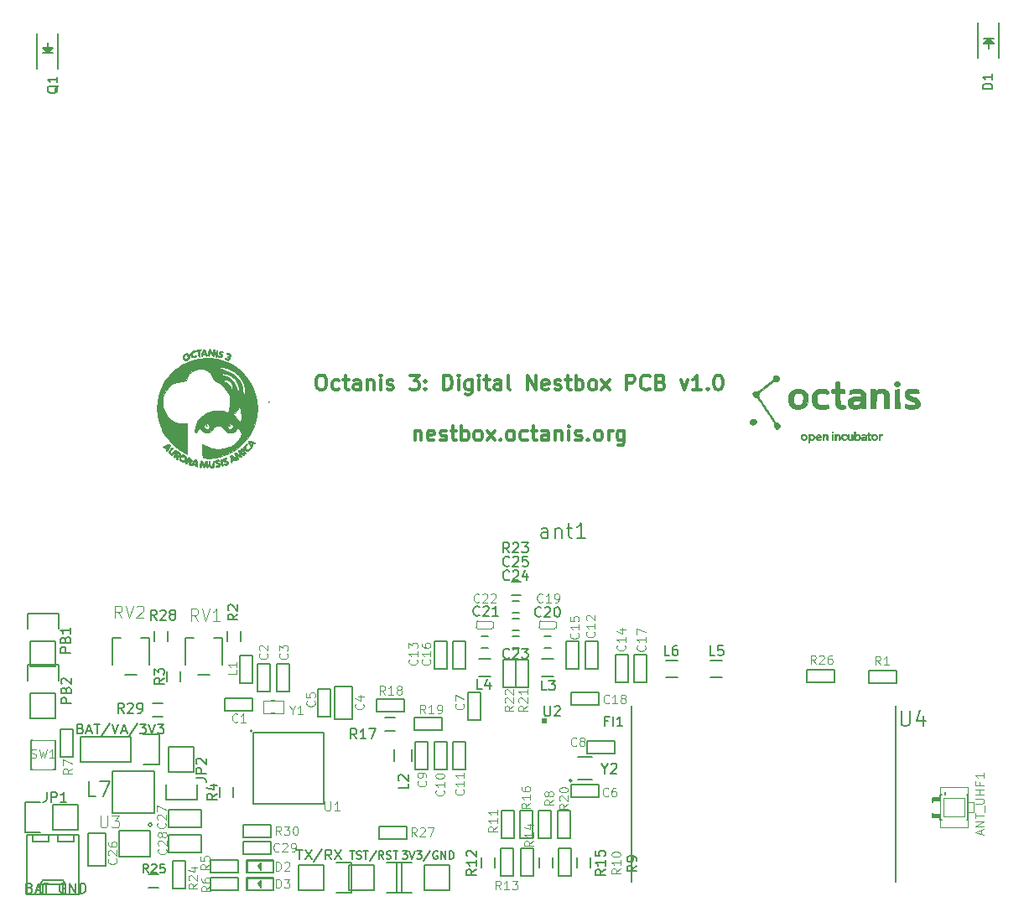
<source format=gto>
G04 #@! TF.FileFunction,Legend,Top*
%FSLAX46Y46*%
G04 Gerber Fmt 4.6, Leading zero omitted, Abs format (unit mm)*
G04 Created by KiCad (PCBNEW 4.0.4-stable) date 2017 March 07, Tuesday 22:42:02*
%MOMM*%
%LPD*%
G01*
G04 APERTURE LIST*
%ADD10C,0.100000*%
%ADD11C,0.300000*%
%ADD12C,0.127000*%
%ADD13C,0.203200*%
%ADD14C,0.150000*%
%ADD15C,0.200000*%
%ADD16C,0.066040*%
%ADD17C,0.076200*%
%ADD18C,0.152400*%
%ADD19C,0.010000*%
%ADD20C,0.101600*%
%ADD21C,0.121920*%
%ADD22C,0.182880*%
G04 APERTURE END LIST*
D10*
D11*
X126857142Y-89628571D02*
X127142856Y-89628571D01*
X127285714Y-89700000D01*
X127428571Y-89842857D01*
X127499999Y-90128571D01*
X127499999Y-90628571D01*
X127428571Y-90914286D01*
X127285714Y-91057143D01*
X127142856Y-91128571D01*
X126857142Y-91128571D01*
X126714285Y-91057143D01*
X126571428Y-90914286D01*
X126499999Y-90628571D01*
X126499999Y-90128571D01*
X126571428Y-89842857D01*
X126714285Y-89700000D01*
X126857142Y-89628571D01*
X128785714Y-91057143D02*
X128642857Y-91128571D01*
X128357143Y-91128571D01*
X128214285Y-91057143D01*
X128142857Y-90985714D01*
X128071428Y-90842857D01*
X128071428Y-90414286D01*
X128142857Y-90271429D01*
X128214285Y-90200000D01*
X128357143Y-90128571D01*
X128642857Y-90128571D01*
X128785714Y-90200000D01*
X129214285Y-90128571D02*
X129785714Y-90128571D01*
X129428571Y-89628571D02*
X129428571Y-90914286D01*
X129499999Y-91057143D01*
X129642857Y-91128571D01*
X129785714Y-91128571D01*
X130928571Y-91128571D02*
X130928571Y-90342857D01*
X130857142Y-90200000D01*
X130714285Y-90128571D01*
X130428571Y-90128571D01*
X130285714Y-90200000D01*
X130928571Y-91057143D02*
X130785714Y-91128571D01*
X130428571Y-91128571D01*
X130285714Y-91057143D01*
X130214285Y-90914286D01*
X130214285Y-90771429D01*
X130285714Y-90628571D01*
X130428571Y-90557143D01*
X130785714Y-90557143D01*
X130928571Y-90485714D01*
X131642857Y-90128571D02*
X131642857Y-91128571D01*
X131642857Y-90271429D02*
X131714285Y-90200000D01*
X131857143Y-90128571D01*
X132071428Y-90128571D01*
X132214285Y-90200000D01*
X132285714Y-90342857D01*
X132285714Y-91128571D01*
X133000000Y-91128571D02*
X133000000Y-90128571D01*
X133000000Y-89628571D02*
X132928571Y-89700000D01*
X133000000Y-89771429D01*
X133071428Y-89700000D01*
X133000000Y-89628571D01*
X133000000Y-89771429D01*
X133642857Y-91057143D02*
X133785714Y-91128571D01*
X134071429Y-91128571D01*
X134214286Y-91057143D01*
X134285714Y-90914286D01*
X134285714Y-90842857D01*
X134214286Y-90700000D01*
X134071429Y-90628571D01*
X133857143Y-90628571D01*
X133714286Y-90557143D01*
X133642857Y-90414286D01*
X133642857Y-90342857D01*
X133714286Y-90200000D01*
X133857143Y-90128571D01*
X134071429Y-90128571D01*
X134214286Y-90200000D01*
X135928572Y-89628571D02*
X136857143Y-89628571D01*
X136357143Y-90200000D01*
X136571429Y-90200000D01*
X136714286Y-90271429D01*
X136785715Y-90342857D01*
X136857143Y-90485714D01*
X136857143Y-90842857D01*
X136785715Y-90985714D01*
X136714286Y-91057143D01*
X136571429Y-91128571D01*
X136142857Y-91128571D01*
X136000000Y-91057143D01*
X135928572Y-90985714D01*
X137500000Y-90985714D02*
X137571428Y-91057143D01*
X137500000Y-91128571D01*
X137428571Y-91057143D01*
X137500000Y-90985714D01*
X137500000Y-91128571D01*
X137500000Y-90200000D02*
X137571428Y-90271429D01*
X137500000Y-90342857D01*
X137428571Y-90271429D01*
X137500000Y-90200000D01*
X137500000Y-90342857D01*
X139357143Y-91128571D02*
X139357143Y-89628571D01*
X139714286Y-89628571D01*
X139928571Y-89700000D01*
X140071429Y-89842857D01*
X140142857Y-89985714D01*
X140214286Y-90271429D01*
X140214286Y-90485714D01*
X140142857Y-90771429D01*
X140071429Y-90914286D01*
X139928571Y-91057143D01*
X139714286Y-91128571D01*
X139357143Y-91128571D01*
X140857143Y-91128571D02*
X140857143Y-90128571D01*
X140857143Y-89628571D02*
X140785714Y-89700000D01*
X140857143Y-89771429D01*
X140928571Y-89700000D01*
X140857143Y-89628571D01*
X140857143Y-89771429D01*
X142214286Y-90128571D02*
X142214286Y-91342857D01*
X142142857Y-91485714D01*
X142071429Y-91557143D01*
X141928572Y-91628571D01*
X141714286Y-91628571D01*
X141571429Y-91557143D01*
X142214286Y-91057143D02*
X142071429Y-91128571D01*
X141785715Y-91128571D01*
X141642857Y-91057143D01*
X141571429Y-90985714D01*
X141500000Y-90842857D01*
X141500000Y-90414286D01*
X141571429Y-90271429D01*
X141642857Y-90200000D01*
X141785715Y-90128571D01*
X142071429Y-90128571D01*
X142214286Y-90200000D01*
X142928572Y-91128571D02*
X142928572Y-90128571D01*
X142928572Y-89628571D02*
X142857143Y-89700000D01*
X142928572Y-89771429D01*
X143000000Y-89700000D01*
X142928572Y-89628571D01*
X142928572Y-89771429D01*
X143428572Y-90128571D02*
X144000001Y-90128571D01*
X143642858Y-89628571D02*
X143642858Y-90914286D01*
X143714286Y-91057143D01*
X143857144Y-91128571D01*
X144000001Y-91128571D01*
X145142858Y-91128571D02*
X145142858Y-90342857D01*
X145071429Y-90200000D01*
X144928572Y-90128571D01*
X144642858Y-90128571D01*
X144500001Y-90200000D01*
X145142858Y-91057143D02*
X145000001Y-91128571D01*
X144642858Y-91128571D01*
X144500001Y-91057143D01*
X144428572Y-90914286D01*
X144428572Y-90771429D01*
X144500001Y-90628571D01*
X144642858Y-90557143D01*
X145000001Y-90557143D01*
X145142858Y-90485714D01*
X146071430Y-91128571D02*
X145928572Y-91057143D01*
X145857144Y-90914286D01*
X145857144Y-89628571D01*
X147785715Y-91128571D02*
X147785715Y-89628571D01*
X148642858Y-91128571D01*
X148642858Y-89628571D01*
X149928572Y-91057143D02*
X149785715Y-91128571D01*
X149500001Y-91128571D01*
X149357144Y-91057143D01*
X149285715Y-90914286D01*
X149285715Y-90342857D01*
X149357144Y-90200000D01*
X149500001Y-90128571D01*
X149785715Y-90128571D01*
X149928572Y-90200000D01*
X150000001Y-90342857D01*
X150000001Y-90485714D01*
X149285715Y-90628571D01*
X150571429Y-91057143D02*
X150714286Y-91128571D01*
X151000001Y-91128571D01*
X151142858Y-91057143D01*
X151214286Y-90914286D01*
X151214286Y-90842857D01*
X151142858Y-90700000D01*
X151000001Y-90628571D01*
X150785715Y-90628571D01*
X150642858Y-90557143D01*
X150571429Y-90414286D01*
X150571429Y-90342857D01*
X150642858Y-90200000D01*
X150785715Y-90128571D01*
X151000001Y-90128571D01*
X151142858Y-90200000D01*
X151642858Y-90128571D02*
X152214287Y-90128571D01*
X151857144Y-89628571D02*
X151857144Y-90914286D01*
X151928572Y-91057143D01*
X152071430Y-91128571D01*
X152214287Y-91128571D01*
X152714287Y-91128571D02*
X152714287Y-89628571D01*
X152714287Y-90200000D02*
X152857144Y-90128571D01*
X153142858Y-90128571D01*
X153285715Y-90200000D01*
X153357144Y-90271429D01*
X153428573Y-90414286D01*
X153428573Y-90842857D01*
X153357144Y-90985714D01*
X153285715Y-91057143D01*
X153142858Y-91128571D01*
X152857144Y-91128571D01*
X152714287Y-91057143D01*
X154285716Y-91128571D02*
X154142858Y-91057143D01*
X154071430Y-90985714D01*
X154000001Y-90842857D01*
X154000001Y-90414286D01*
X154071430Y-90271429D01*
X154142858Y-90200000D01*
X154285716Y-90128571D01*
X154500001Y-90128571D01*
X154642858Y-90200000D01*
X154714287Y-90271429D01*
X154785716Y-90414286D01*
X154785716Y-90842857D01*
X154714287Y-90985714D01*
X154642858Y-91057143D01*
X154500001Y-91128571D01*
X154285716Y-91128571D01*
X155285716Y-91128571D02*
X156071430Y-90128571D01*
X155285716Y-90128571D02*
X156071430Y-91128571D01*
X157785716Y-91128571D02*
X157785716Y-89628571D01*
X158357144Y-89628571D01*
X158500002Y-89700000D01*
X158571430Y-89771429D01*
X158642859Y-89914286D01*
X158642859Y-90128571D01*
X158571430Y-90271429D01*
X158500002Y-90342857D01*
X158357144Y-90414286D01*
X157785716Y-90414286D01*
X160142859Y-90985714D02*
X160071430Y-91057143D01*
X159857144Y-91128571D01*
X159714287Y-91128571D01*
X159500002Y-91057143D01*
X159357144Y-90914286D01*
X159285716Y-90771429D01*
X159214287Y-90485714D01*
X159214287Y-90271429D01*
X159285716Y-89985714D01*
X159357144Y-89842857D01*
X159500002Y-89700000D01*
X159714287Y-89628571D01*
X159857144Y-89628571D01*
X160071430Y-89700000D01*
X160142859Y-89771429D01*
X161285716Y-90342857D02*
X161500002Y-90414286D01*
X161571430Y-90485714D01*
X161642859Y-90628571D01*
X161642859Y-90842857D01*
X161571430Y-90985714D01*
X161500002Y-91057143D01*
X161357144Y-91128571D01*
X160785716Y-91128571D01*
X160785716Y-89628571D01*
X161285716Y-89628571D01*
X161428573Y-89700000D01*
X161500002Y-89771429D01*
X161571430Y-89914286D01*
X161571430Y-90057143D01*
X161500002Y-90200000D01*
X161428573Y-90271429D01*
X161285716Y-90342857D01*
X160785716Y-90342857D01*
X163285716Y-90128571D02*
X163642859Y-91128571D01*
X164000001Y-90128571D01*
X165357144Y-91128571D02*
X164500001Y-91128571D01*
X164928573Y-91128571D02*
X164928573Y-89628571D01*
X164785716Y-89842857D01*
X164642858Y-89985714D01*
X164500001Y-90057143D01*
X166000001Y-90985714D02*
X166071429Y-91057143D01*
X166000001Y-91128571D01*
X165928572Y-91057143D01*
X166000001Y-90985714D01*
X166000001Y-91128571D01*
X167000001Y-89628571D02*
X167142858Y-89628571D01*
X167285715Y-89700000D01*
X167357144Y-89771429D01*
X167428573Y-89914286D01*
X167500001Y-90200000D01*
X167500001Y-90557143D01*
X167428573Y-90842857D01*
X167357144Y-90985714D01*
X167285715Y-91057143D01*
X167142858Y-91128571D01*
X167000001Y-91128571D01*
X166857144Y-91057143D01*
X166785715Y-90985714D01*
X166714287Y-90842857D01*
X166642858Y-90557143D01*
X166642858Y-90200000D01*
X166714287Y-89914286D01*
X166785715Y-89771429D01*
X166857144Y-89700000D01*
X167000001Y-89628571D01*
X136428571Y-95228571D02*
X136428571Y-96228571D01*
X136428571Y-95371429D02*
X136499999Y-95300000D01*
X136642857Y-95228571D01*
X136857142Y-95228571D01*
X136999999Y-95300000D01*
X137071428Y-95442857D01*
X137071428Y-96228571D01*
X138357142Y-96157143D02*
X138214285Y-96228571D01*
X137928571Y-96228571D01*
X137785714Y-96157143D01*
X137714285Y-96014286D01*
X137714285Y-95442857D01*
X137785714Y-95300000D01*
X137928571Y-95228571D01*
X138214285Y-95228571D01*
X138357142Y-95300000D01*
X138428571Y-95442857D01*
X138428571Y-95585714D01*
X137714285Y-95728571D01*
X138999999Y-96157143D02*
X139142856Y-96228571D01*
X139428571Y-96228571D01*
X139571428Y-96157143D01*
X139642856Y-96014286D01*
X139642856Y-95942857D01*
X139571428Y-95800000D01*
X139428571Y-95728571D01*
X139214285Y-95728571D01*
X139071428Y-95657143D01*
X138999999Y-95514286D01*
X138999999Y-95442857D01*
X139071428Y-95300000D01*
X139214285Y-95228571D01*
X139428571Y-95228571D01*
X139571428Y-95300000D01*
X140071428Y-95228571D02*
X140642857Y-95228571D01*
X140285714Y-94728571D02*
X140285714Y-96014286D01*
X140357142Y-96157143D01*
X140500000Y-96228571D01*
X140642857Y-96228571D01*
X141142857Y-96228571D02*
X141142857Y-94728571D01*
X141142857Y-95300000D02*
X141285714Y-95228571D01*
X141571428Y-95228571D01*
X141714285Y-95300000D01*
X141785714Y-95371429D01*
X141857143Y-95514286D01*
X141857143Y-95942857D01*
X141785714Y-96085714D01*
X141714285Y-96157143D01*
X141571428Y-96228571D01*
X141285714Y-96228571D01*
X141142857Y-96157143D01*
X142714286Y-96228571D02*
X142571428Y-96157143D01*
X142500000Y-96085714D01*
X142428571Y-95942857D01*
X142428571Y-95514286D01*
X142500000Y-95371429D01*
X142571428Y-95300000D01*
X142714286Y-95228571D01*
X142928571Y-95228571D01*
X143071428Y-95300000D01*
X143142857Y-95371429D01*
X143214286Y-95514286D01*
X143214286Y-95942857D01*
X143142857Y-96085714D01*
X143071428Y-96157143D01*
X142928571Y-96228571D01*
X142714286Y-96228571D01*
X143714286Y-96228571D02*
X144500000Y-95228571D01*
X143714286Y-95228571D02*
X144500000Y-96228571D01*
X145071429Y-96085714D02*
X145142857Y-96157143D01*
X145071429Y-96228571D01*
X145000000Y-96157143D01*
X145071429Y-96085714D01*
X145071429Y-96228571D01*
X146000001Y-96228571D02*
X145857143Y-96157143D01*
X145785715Y-96085714D01*
X145714286Y-95942857D01*
X145714286Y-95514286D01*
X145785715Y-95371429D01*
X145857143Y-95300000D01*
X146000001Y-95228571D01*
X146214286Y-95228571D01*
X146357143Y-95300000D01*
X146428572Y-95371429D01*
X146500001Y-95514286D01*
X146500001Y-95942857D01*
X146428572Y-96085714D01*
X146357143Y-96157143D01*
X146214286Y-96228571D01*
X146000001Y-96228571D01*
X147785715Y-96157143D02*
X147642858Y-96228571D01*
X147357144Y-96228571D01*
X147214286Y-96157143D01*
X147142858Y-96085714D01*
X147071429Y-95942857D01*
X147071429Y-95514286D01*
X147142858Y-95371429D01*
X147214286Y-95300000D01*
X147357144Y-95228571D01*
X147642858Y-95228571D01*
X147785715Y-95300000D01*
X148214286Y-95228571D02*
X148785715Y-95228571D01*
X148428572Y-94728571D02*
X148428572Y-96014286D01*
X148500000Y-96157143D01*
X148642858Y-96228571D01*
X148785715Y-96228571D01*
X149928572Y-96228571D02*
X149928572Y-95442857D01*
X149857143Y-95300000D01*
X149714286Y-95228571D01*
X149428572Y-95228571D01*
X149285715Y-95300000D01*
X149928572Y-96157143D02*
X149785715Y-96228571D01*
X149428572Y-96228571D01*
X149285715Y-96157143D01*
X149214286Y-96014286D01*
X149214286Y-95871429D01*
X149285715Y-95728571D01*
X149428572Y-95657143D01*
X149785715Y-95657143D01*
X149928572Y-95585714D01*
X150642858Y-95228571D02*
X150642858Y-96228571D01*
X150642858Y-95371429D02*
X150714286Y-95300000D01*
X150857144Y-95228571D01*
X151071429Y-95228571D01*
X151214286Y-95300000D01*
X151285715Y-95442857D01*
X151285715Y-96228571D01*
X152000001Y-96228571D02*
X152000001Y-95228571D01*
X152000001Y-94728571D02*
X151928572Y-94800000D01*
X152000001Y-94871429D01*
X152071429Y-94800000D01*
X152000001Y-94728571D01*
X152000001Y-94871429D01*
X152642858Y-96157143D02*
X152785715Y-96228571D01*
X153071430Y-96228571D01*
X153214287Y-96157143D01*
X153285715Y-96014286D01*
X153285715Y-95942857D01*
X153214287Y-95800000D01*
X153071430Y-95728571D01*
X152857144Y-95728571D01*
X152714287Y-95657143D01*
X152642858Y-95514286D01*
X152642858Y-95442857D01*
X152714287Y-95300000D01*
X152857144Y-95228571D01*
X153071430Y-95228571D01*
X153214287Y-95300000D01*
X153928573Y-96085714D02*
X154000001Y-96157143D01*
X153928573Y-96228571D01*
X153857144Y-96157143D01*
X153928573Y-96085714D01*
X153928573Y-96228571D01*
X154857145Y-96228571D02*
X154714287Y-96157143D01*
X154642859Y-96085714D01*
X154571430Y-95942857D01*
X154571430Y-95514286D01*
X154642859Y-95371429D01*
X154714287Y-95300000D01*
X154857145Y-95228571D01*
X155071430Y-95228571D01*
X155214287Y-95300000D01*
X155285716Y-95371429D01*
X155357145Y-95514286D01*
X155357145Y-95942857D01*
X155285716Y-96085714D01*
X155214287Y-96157143D01*
X155071430Y-96228571D01*
X154857145Y-96228571D01*
X156000002Y-96228571D02*
X156000002Y-95228571D01*
X156000002Y-95514286D02*
X156071430Y-95371429D01*
X156142859Y-95300000D01*
X156285716Y-95228571D01*
X156428573Y-95228571D01*
X157571430Y-95228571D02*
X157571430Y-96442857D01*
X157500001Y-96585714D01*
X157428573Y-96657143D01*
X157285716Y-96728571D01*
X157071430Y-96728571D01*
X156928573Y-96657143D01*
X157571430Y-96157143D02*
X157428573Y-96228571D01*
X157142859Y-96228571D01*
X157000001Y-96157143D01*
X156928573Y-96085714D01*
X156857144Y-95942857D01*
X156857144Y-95514286D01*
X156928573Y-95371429D01*
X157000001Y-95300000D01*
X157142859Y-95228571D01*
X157428573Y-95228571D01*
X157571430Y-95300000D01*
D12*
X185006000Y-123000000D02*
X185006000Y-140800000D01*
X158336000Y-140800000D02*
X158336000Y-123000000D01*
D13*
X105940000Y-118919500D02*
X105940000Y-116172000D01*
X105940000Y-116172000D02*
X106782500Y-116172000D01*
X109640000Y-116172000D02*
X109640000Y-118919500D01*
X108797500Y-116172000D02*
X109640000Y-116172000D01*
X108370000Y-119872000D02*
X107210000Y-119872000D01*
X113306000Y-118919500D02*
X113306000Y-116172000D01*
X113306000Y-116172000D02*
X114148500Y-116172000D01*
X117006000Y-116172000D02*
X117006000Y-118919500D01*
X116163500Y-116172000D02*
X117006000Y-116172000D01*
X115736000Y-119872000D02*
X114576000Y-119872000D01*
D12*
X105935800Y-133846200D02*
X110152200Y-133846200D01*
X110152200Y-133846200D02*
X110152200Y-129629800D01*
X110152200Y-129629800D02*
X105935800Y-129629800D01*
X105935800Y-129629800D02*
X105935800Y-133846200D01*
D14*
X193318000Y-54010000D02*
X193318000Y-57610000D01*
X195418000Y-54010000D02*
X195418000Y-57610000D01*
X194668000Y-56060000D02*
X194068000Y-56060000D01*
X194068000Y-56060000D02*
X194368000Y-55760000D01*
X194368000Y-55760000D02*
X194568000Y-55960000D01*
X194568000Y-55960000D02*
X194318000Y-55960000D01*
X194318000Y-55960000D02*
X194368000Y-55910000D01*
X194868000Y-55660000D02*
X193868000Y-55660000D01*
X194368000Y-56160000D02*
X194368000Y-56660000D01*
X194368000Y-55660000D02*
X194868000Y-56160000D01*
X194868000Y-56160000D02*
X193868000Y-56160000D01*
X193868000Y-56160000D02*
X194368000Y-55660000D01*
X135148000Y-138840000D02*
X133598000Y-138840000D01*
X129788000Y-139120000D02*
X132328000Y-139120000D01*
X132328000Y-139120000D02*
X132328000Y-141660000D01*
X133598000Y-141940000D02*
X135148000Y-141940000D01*
X135148000Y-141940000D02*
X135148000Y-138840000D01*
X132328000Y-141660000D02*
X129788000Y-141660000D01*
X129788000Y-141660000D02*
X129788000Y-139120000D01*
D12*
X120090000Y-132900000D02*
X120090000Y-125750000D01*
X120090000Y-125750000D02*
X127240000Y-125750000D01*
X127240000Y-125750000D02*
X127240000Y-132900000D01*
X127240000Y-132900000D02*
X120090000Y-132900000D01*
D15*
X120015000Y-125575000D02*
G75*
G03X120015000Y-125575000I-100000J0D01*
G01*
D16*
X121147780Y-123759440D02*
X123144220Y-123759440D01*
X123144220Y-123759440D02*
X123144220Y-122560560D01*
X121147780Y-122560560D02*
X123144220Y-122560560D01*
X121147780Y-123759440D02*
X121147780Y-122560560D01*
D12*
X121947880Y-122560560D02*
X122344120Y-122560560D01*
X121947880Y-122560560D02*
X122344120Y-122560560D01*
X121947880Y-123759440D02*
X122344120Y-123759440D01*
D14*
X97276000Y-136084000D02*
X97276000Y-142084000D01*
X97276000Y-142084000D02*
X102556000Y-142084000D01*
X102556000Y-142084000D02*
X102556000Y-136084000D01*
X102556000Y-136084000D02*
X97276000Y-136084000D01*
X98646000Y-142084000D02*
X98646000Y-141084000D01*
X98646000Y-141084000D02*
X101186000Y-141084000D01*
X101186000Y-141084000D02*
X101186000Y-142084000D01*
X98646000Y-141084000D02*
X98896000Y-140654000D01*
X98896000Y-140654000D02*
X100936000Y-140654000D01*
X100936000Y-140654000D02*
X101186000Y-141084000D01*
X98896000Y-142084000D02*
X98896000Y-141084000D01*
X100936000Y-142084000D02*
X100936000Y-141084000D01*
X97846000Y-136084000D02*
X97846000Y-136704000D01*
X97846000Y-136704000D02*
X99446000Y-136704000D01*
X99446000Y-136704000D02*
X99446000Y-136084000D01*
X100386000Y-136084000D02*
X100386000Y-136704000D01*
X100386000Y-136704000D02*
X101986000Y-136704000D01*
X101986000Y-136704000D02*
X101986000Y-136084000D01*
D17*
X148988800Y-115113700D02*
X148988800Y-114580300D01*
X149115800Y-114453300D02*
X150538200Y-114453300D01*
X150665200Y-114580300D02*
X150665200Y-115113700D01*
X150538200Y-115240700D02*
X149115800Y-115240700D01*
X148988800Y-115113700D02*
G75*
G03X149115800Y-115240700I127000J0D01*
G01*
X149115800Y-114453300D02*
G75*
G03X148988800Y-114580300I0J-127000D01*
G01*
X150665200Y-114580300D02*
G75*
G03X150538200Y-114453300I-127000J0D01*
G01*
X150538200Y-115240700D02*
G75*
G03X150665200Y-115113700I0J127000D01*
G01*
D14*
X149477000Y-116025000D02*
X150177000Y-116025000D01*
X150177000Y-117225000D02*
X149477000Y-117225000D01*
X143827000Y-117225000D02*
X143127000Y-117225000D01*
X143127000Y-116025000D02*
X143827000Y-116025000D01*
D17*
X144315200Y-114580300D02*
X144315200Y-115113700D01*
X144188200Y-115240700D02*
X142765800Y-115240700D01*
X142638800Y-115113700D02*
X142638800Y-114580300D01*
X142765800Y-114453300D02*
X144188200Y-114453300D01*
X144315200Y-114580300D02*
G75*
G03X144188200Y-114453300I-127000J0D01*
G01*
X144188200Y-115240700D02*
G75*
G03X144315200Y-115113700I0J127000D01*
G01*
X142638800Y-115113700D02*
G75*
G03X142765800Y-115240700I127000J0D01*
G01*
X142765800Y-114453300D02*
G75*
G03X142638800Y-114580300I0J-127000D01*
G01*
D14*
X146302000Y-116025000D02*
X147002000Y-116025000D01*
X147002000Y-117225000D02*
X146302000Y-117225000D01*
X146302000Y-114247000D02*
X147002000Y-114247000D01*
X147002000Y-115447000D02*
X146302000Y-115447000D01*
X146302000Y-112469000D02*
X147002000Y-112469000D01*
X147002000Y-113669000D02*
X146302000Y-113669000D01*
D12*
X118745000Y-120777000D02*
X118745000Y-117983000D01*
X118745000Y-117983000D02*
X120015000Y-117983000D01*
X120015000Y-117983000D02*
X120015000Y-120777000D01*
X120015000Y-120777000D02*
X118745000Y-120777000D01*
D14*
X136097000Y-127455000D02*
X136097000Y-128655000D01*
X134347000Y-128655000D02*
X134347000Y-127455000D01*
X150427000Y-120040000D02*
X149227000Y-120040000D01*
X149227000Y-118290000D02*
X150427000Y-118290000D01*
X142877000Y-118290000D02*
X144077000Y-118290000D01*
X144077000Y-120040000D02*
X142877000Y-120040000D01*
X166245000Y-118417000D02*
X167445000Y-118417000D01*
X167445000Y-120167000D02*
X166245000Y-120167000D01*
X161800000Y-118417000D02*
X163000000Y-118417000D01*
X163000000Y-120167000D02*
X161800000Y-120167000D01*
X130068000Y-138840000D02*
X128518000Y-138840000D01*
X124708000Y-139120000D02*
X127248000Y-139120000D01*
X127248000Y-139120000D02*
X127248000Y-141660000D01*
X128518000Y-141940000D02*
X130068000Y-141940000D01*
X130068000Y-141940000D02*
X130068000Y-138840000D01*
X127248000Y-141660000D02*
X124708000Y-141660000D01*
X124708000Y-141660000D02*
X124708000Y-139120000D01*
X134590000Y-141950000D02*
X136140000Y-141950000D01*
X139950000Y-141670000D02*
X137410000Y-141670000D01*
X137410000Y-141670000D02*
X137410000Y-139130000D01*
X136140000Y-138850000D02*
X134590000Y-138850000D01*
X134590000Y-138850000D02*
X134590000Y-141950000D01*
X137410000Y-139130000D02*
X139950000Y-139130000D01*
X139950000Y-139130000D02*
X139950000Y-141670000D01*
X109060000Y-128970000D02*
X110610000Y-128970000D01*
X110610000Y-128970000D02*
X110610000Y-125870000D01*
X110610000Y-125870000D02*
X109060000Y-125870000D01*
X107790000Y-128690000D02*
X102710000Y-128690000D01*
X102710000Y-128690000D02*
X102710000Y-126150000D01*
X102710000Y-126150000D02*
X107790000Y-126150000D01*
X107790000Y-126150000D02*
X107790000Y-128690000D01*
X118879000Y-115490000D02*
X118879000Y-116490000D01*
X117529000Y-116490000D02*
X117529000Y-115490000D01*
X112783000Y-119554000D02*
X112783000Y-120554000D01*
X111433000Y-120554000D02*
X111433000Y-119554000D01*
X118117000Y-131238000D02*
X118117000Y-132238000D01*
X116767000Y-132238000D02*
X116767000Y-131238000D01*
X152803000Y-139350000D02*
X152803000Y-138350000D01*
X154153000Y-138350000D02*
X154153000Y-139350000D01*
X144538430Y-138357490D02*
X144538430Y-139357490D01*
X143188430Y-139357490D02*
X143188430Y-138357490D01*
X148993000Y-139350000D02*
X148993000Y-138350000D01*
X150343000Y-138350000D02*
X150343000Y-139350000D01*
X134452000Y-125555000D02*
X133452000Y-125555000D01*
X133452000Y-124205000D02*
X134452000Y-124205000D01*
X146164000Y-110489000D02*
X147164000Y-110489000D01*
X147164000Y-111839000D02*
X146164000Y-111839000D01*
X109576000Y-140080000D02*
X110576000Y-140080000D01*
X110576000Y-141430000D02*
X109576000Y-141430000D01*
D16*
X100098880Y-129498600D02*
X100098880Y-126501400D01*
X100098880Y-126501400D02*
X97701120Y-126501400D01*
X97701120Y-129498600D02*
X97701120Y-126501400D01*
X100098880Y-129498600D02*
X97701120Y-129498600D01*
D12*
X100149680Y-129498600D02*
X100149680Y-126501400D01*
X97650320Y-126501400D02*
X97650320Y-129498600D01*
X100098880Y-129498600D02*
X99898220Y-129498600D01*
X97701120Y-129498600D02*
X97901780Y-129498600D01*
X97701120Y-126501400D02*
X97901780Y-126501400D01*
D14*
X152308519Y-130574960D02*
G75*
G03X152308519Y-130574960I-141899J0D01*
G01*
X154338040Y-130474120D02*
X152935960Y-130474120D01*
X152935960Y-128175880D02*
X154338040Y-128175880D01*
D10*
G36*
X149287000Y-124335000D02*
X149287000Y-124785000D01*
X149737000Y-124785000D01*
X149737000Y-124335000D01*
X149287000Y-124335000D01*
G37*
D18*
X106621600Y-135649600D02*
X106621600Y-138240400D01*
X106621600Y-138240400D02*
X109720400Y-138240400D01*
X106621600Y-135649600D02*
X109720400Y-135649600D01*
X109720400Y-135649600D02*
X109720400Y-138240400D01*
X109874603Y-135040000D02*
G75*
G03X109874603Y-135040000I-179603J0D01*
G01*
D12*
X114902000Y-136056000D02*
X114902000Y-137834000D01*
X114902000Y-137834000D02*
X111600000Y-137834000D01*
X111600000Y-137834000D02*
X111600000Y-136056000D01*
X111600000Y-136056000D02*
X114902000Y-136056000D01*
X114902000Y-133516000D02*
X114902000Y-135294000D01*
X114902000Y-135294000D02*
X111600000Y-135294000D01*
X111600000Y-135294000D02*
X111600000Y-133516000D01*
X111600000Y-133516000D02*
X114902000Y-133516000D01*
X105250000Y-139231000D02*
X103472000Y-139231000D01*
X103472000Y-139231000D02*
X103472000Y-135929000D01*
X103472000Y-135929000D02*
X105250000Y-135929000D01*
X105250000Y-135929000D02*
X105250000Y-139231000D01*
X111981000Y-141517000D02*
X111981000Y-138723000D01*
X111981000Y-138723000D02*
X113251000Y-138723000D01*
X113251000Y-138723000D02*
X113251000Y-141517000D01*
X113251000Y-141517000D02*
X111981000Y-141517000D01*
X145382000Y-121197000D02*
X145382000Y-118403000D01*
X145382000Y-118403000D02*
X146652000Y-118403000D01*
X146652000Y-118403000D02*
X146652000Y-121197000D01*
X146652000Y-121197000D02*
X145382000Y-121197000D01*
X146652000Y-121197000D02*
X146652000Y-118403000D01*
X146652000Y-118403000D02*
X147922000Y-118403000D01*
X147922000Y-118403000D02*
X147922000Y-121197000D01*
X147922000Y-121197000D02*
X146652000Y-121197000D01*
X152113000Y-133643000D02*
X152113000Y-136437000D01*
X152113000Y-136437000D02*
X150843000Y-136437000D01*
X150843000Y-136437000D02*
X150843000Y-133643000D01*
X150843000Y-133643000D02*
X152113000Y-133643000D01*
X139159000Y-125515000D02*
X136365000Y-125515000D01*
X136365000Y-125515000D02*
X136365000Y-124245000D01*
X136365000Y-124245000D02*
X139159000Y-124245000D01*
X139159000Y-124245000D02*
X139159000Y-125515000D01*
X135349000Y-123610000D02*
X132555000Y-123610000D01*
X132555000Y-123610000D02*
X132555000Y-122340000D01*
X132555000Y-122340000D02*
X135349000Y-122340000D01*
X135349000Y-122340000D02*
X135349000Y-123610000D01*
X148303000Y-133643000D02*
X148303000Y-136437000D01*
X148303000Y-136437000D02*
X147033000Y-136437000D01*
X147033000Y-136437000D02*
X147033000Y-133643000D01*
X147033000Y-133643000D02*
X148303000Y-133643000D01*
X148398000Y-137453000D02*
X148398000Y-140247000D01*
X148398000Y-140247000D02*
X147128000Y-140247000D01*
X147128000Y-140247000D02*
X147128000Y-137453000D01*
X147128000Y-137453000D02*
X148398000Y-137453000D01*
X146403430Y-137460490D02*
X146403430Y-140254490D01*
X146403430Y-140254490D02*
X145133430Y-140254490D01*
X145133430Y-140254490D02*
X145133430Y-137460490D01*
X145133430Y-137460490D02*
X146403430Y-137460490D01*
X146435000Y-133603000D02*
X146435000Y-136397000D01*
X146435000Y-136397000D02*
X145165000Y-136397000D01*
X145165000Y-136397000D02*
X145165000Y-133603000D01*
X145165000Y-133603000D02*
X146435000Y-133603000D01*
X150938000Y-140247000D02*
X150938000Y-137453000D01*
X150938000Y-137453000D02*
X152208000Y-137453000D01*
X152208000Y-137453000D02*
X152208000Y-140247000D01*
X152208000Y-140247000D02*
X150938000Y-140247000D01*
X150208000Y-133643000D02*
X150208000Y-136437000D01*
X150208000Y-136437000D02*
X148938000Y-136437000D01*
X148938000Y-136437000D02*
X148938000Y-133643000D01*
X148938000Y-133643000D02*
X150208000Y-133643000D01*
X101935000Y-125403000D02*
X101935000Y-128197000D01*
X101935000Y-128197000D02*
X100665000Y-128197000D01*
X100665000Y-128197000D02*
X100665000Y-125403000D01*
X100665000Y-125403000D02*
X101935000Y-125403000D01*
X182245000Y-119507000D02*
X185039000Y-119507000D01*
X185039000Y-119507000D02*
X185039000Y-120777000D01*
X185039000Y-120777000D02*
X182245000Y-120777000D01*
X182245000Y-120777000D02*
X182245000Y-119507000D01*
X117221000Y-122301000D02*
X120015000Y-122301000D01*
X120015000Y-122301000D02*
X120015000Y-123571000D01*
X120015000Y-123571000D02*
X117221000Y-123571000D01*
X117221000Y-123571000D02*
X117221000Y-122301000D01*
X120511000Y-121557000D02*
X120511000Y-118763000D01*
X120511000Y-118763000D02*
X121781000Y-118763000D01*
X121781000Y-118763000D02*
X121781000Y-121557000D01*
X121781000Y-121557000D02*
X120511000Y-121557000D01*
X122511000Y-121557000D02*
X122511000Y-118763000D01*
X122511000Y-118763000D02*
X123781000Y-118763000D01*
X123781000Y-118763000D02*
X123781000Y-121557000D01*
X123781000Y-121557000D02*
X122511000Y-121557000D01*
X126675000Y-124102000D02*
X126675000Y-121308000D01*
X126675000Y-121308000D02*
X127945000Y-121308000D01*
X127945000Y-121308000D02*
X127945000Y-124102000D01*
X127945000Y-124102000D02*
X126675000Y-124102000D01*
X152240000Y-130965000D02*
X155034000Y-130965000D01*
X155034000Y-130965000D02*
X155034000Y-132235000D01*
X155034000Y-132235000D02*
X152240000Y-132235000D01*
X152240000Y-132235000D02*
X152240000Y-130965000D01*
X141765000Y-124497000D02*
X141765000Y-121703000D01*
X141765000Y-121703000D02*
X143035000Y-121703000D01*
X143035000Y-121703000D02*
X143035000Y-124497000D01*
X143035000Y-124497000D02*
X141765000Y-124497000D01*
X153803000Y-126565000D02*
X156597000Y-126565000D01*
X156597000Y-126565000D02*
X156597000Y-127835000D01*
X156597000Y-127835000D02*
X153803000Y-127835000D01*
X153803000Y-127835000D02*
X153803000Y-126565000D01*
X137762000Y-126658000D02*
X137762000Y-129452000D01*
X137762000Y-129452000D02*
X136492000Y-129452000D01*
X136492000Y-129452000D02*
X136492000Y-126658000D01*
X136492000Y-126658000D02*
X137762000Y-126658000D01*
X139667000Y-126658000D02*
X139667000Y-129452000D01*
X139667000Y-129452000D02*
X138397000Y-129452000D01*
X138397000Y-129452000D02*
X138397000Y-126658000D01*
X138397000Y-126658000D02*
X139667000Y-126658000D01*
X141572000Y-126658000D02*
X141572000Y-129452000D01*
X141572000Y-129452000D02*
X140302000Y-129452000D01*
X140302000Y-129452000D02*
X140302000Y-126658000D01*
X140302000Y-126658000D02*
X141572000Y-126658000D01*
X154907000Y-116498000D02*
X154907000Y-119292000D01*
X154907000Y-119292000D02*
X153637000Y-119292000D01*
X153637000Y-119292000D02*
X153637000Y-116498000D01*
X153637000Y-116498000D02*
X154907000Y-116498000D01*
X138397000Y-119292000D02*
X138397000Y-116498000D01*
X138397000Y-116498000D02*
X139667000Y-116498000D01*
X139667000Y-116498000D02*
X139667000Y-119292000D01*
X139667000Y-119292000D02*
X138397000Y-119292000D01*
X157955000Y-117895000D02*
X157955000Y-120689000D01*
X157955000Y-120689000D02*
X156685000Y-120689000D01*
X156685000Y-120689000D02*
X156685000Y-117895000D01*
X156685000Y-117895000D02*
X157955000Y-117895000D01*
X153002000Y-116498000D02*
X153002000Y-119292000D01*
X153002000Y-119292000D02*
X151732000Y-119292000D01*
X151732000Y-119292000D02*
X151732000Y-116498000D01*
X151732000Y-116498000D02*
X153002000Y-116498000D01*
X140302000Y-119292000D02*
X140302000Y-116498000D01*
X140302000Y-116498000D02*
X141572000Y-116498000D01*
X141572000Y-116498000D02*
X141572000Y-119292000D01*
X141572000Y-119292000D02*
X140302000Y-119292000D01*
X159860000Y-117895000D02*
X159860000Y-120689000D01*
X159860000Y-120689000D02*
X158590000Y-120689000D01*
X158590000Y-120689000D02*
X158590000Y-117895000D01*
X158590000Y-117895000D02*
X159860000Y-117895000D01*
X152240000Y-121705000D02*
X155034000Y-121705000D01*
X155034000Y-121705000D02*
X155034000Y-122975000D01*
X155034000Y-122975000D02*
X152240000Y-122975000D01*
X152240000Y-122975000D02*
X152240000Y-121705000D01*
X128326000Y-121054000D02*
X130104000Y-121054000D01*
X130104000Y-121054000D02*
X130104000Y-124356000D01*
X130104000Y-124356000D02*
X128326000Y-124356000D01*
X128326000Y-124356000D02*
X128326000Y-121054000D01*
D16*
X189451000Y-135292000D02*
X192245000Y-135292000D01*
X192245000Y-135292000D02*
X192245000Y-131228000D01*
X189451000Y-131228000D02*
X192245000Y-131228000D01*
X189451000Y-135292000D02*
X189451000Y-131228000D01*
X189849780Y-134209960D02*
X191947820Y-134209960D01*
X191947820Y-134209960D02*
X191947820Y-132310040D01*
X189849780Y-132310040D02*
X191947820Y-132310040D01*
X189849780Y-134209960D02*
X189849780Y-132310040D01*
X192245000Y-133768000D02*
X192880000Y-133768000D01*
X192880000Y-133768000D02*
X192880000Y-132752000D01*
X192245000Y-132752000D02*
X192880000Y-132752000D01*
X192245000Y-133768000D02*
X192245000Y-132752000D01*
D12*
X192245000Y-131962060D02*
X192245000Y-134557940D01*
X189948840Y-131962060D02*
X189948840Y-131761400D01*
X192247540Y-131962060D02*
X192145940Y-131962060D01*
X189649120Y-131962060D02*
X189448460Y-131962060D01*
X189448460Y-131962060D02*
X189448460Y-132360840D01*
X189448460Y-132360840D02*
X188749960Y-132360840D01*
X188749960Y-132360840D02*
X188749960Y-132462440D01*
X188749960Y-132561500D02*
X188749960Y-132762160D01*
X188749960Y-133859440D02*
X188749960Y-134057560D01*
X188749960Y-134159160D02*
X188749960Y-134258220D01*
X188749960Y-134258220D02*
X189448460Y-134258220D01*
X189448460Y-134258220D02*
X189448460Y-134557940D01*
X189448460Y-134557940D02*
X189649120Y-134557940D01*
X189448460Y-134258220D02*
X189448460Y-134159160D01*
X189448460Y-134159160D02*
X189448460Y-134057560D01*
X189448460Y-134057560D02*
X188749960Y-134057560D01*
X188749960Y-134057560D02*
X188749960Y-134159160D01*
X188749960Y-134159160D02*
X189448460Y-134159160D01*
X189448460Y-132360840D02*
X189448460Y-132462440D01*
X189448460Y-132462440D02*
X188749960Y-132462440D01*
X188749960Y-132462440D02*
X188749960Y-132561500D01*
X188749960Y-132561500D02*
X189448460Y-132561500D01*
X192247540Y-134557940D02*
X192145940Y-134557940D01*
X178783000Y-120689000D02*
X175989000Y-120689000D01*
X175989000Y-120689000D02*
X175989000Y-119419000D01*
X175989000Y-119419000D02*
X178783000Y-119419000D01*
X178783000Y-119419000D02*
X178783000Y-120689000D01*
D14*
X97350000Y-118910000D02*
X97350000Y-120460000D01*
X97630000Y-124270000D02*
X97630000Y-121730000D01*
X97630000Y-121730000D02*
X100170000Y-121730000D01*
X100450000Y-120460000D02*
X100450000Y-118910000D01*
X100450000Y-118910000D02*
X97350000Y-118910000D01*
X100170000Y-121730000D02*
X100170000Y-124270000D01*
X100170000Y-124270000D02*
X97630000Y-124270000D01*
X100418000Y-58704000D02*
X100418000Y-55104000D01*
X98318000Y-58704000D02*
X98318000Y-55104000D01*
X99068000Y-56654000D02*
X99668000Y-56654000D01*
X99668000Y-56654000D02*
X99368000Y-56954000D01*
X99368000Y-56954000D02*
X99168000Y-56754000D01*
X99168000Y-56754000D02*
X99418000Y-56754000D01*
X99418000Y-56754000D02*
X99368000Y-56804000D01*
X98868000Y-57054000D02*
X99868000Y-57054000D01*
X99368000Y-56554000D02*
X99368000Y-56054000D01*
X99368000Y-57054000D02*
X98868000Y-56554000D01*
X98868000Y-56554000D02*
X99868000Y-56554000D01*
X99868000Y-56554000D02*
X99368000Y-57054000D01*
X97096000Y-135828000D02*
X98646000Y-135828000D01*
X102456000Y-135548000D02*
X99916000Y-135548000D01*
X99916000Y-135548000D02*
X99916000Y-133008000D01*
X98646000Y-132728000D02*
X97096000Y-132728000D01*
X97096000Y-132728000D02*
X97096000Y-135828000D01*
X99916000Y-133008000D02*
X102456000Y-133008000D01*
X102456000Y-133008000D02*
X102456000Y-135548000D01*
X114420000Y-132526000D02*
X114420000Y-130976000D01*
X114140000Y-127166000D02*
X114140000Y-129706000D01*
X114140000Y-129706000D02*
X111600000Y-129706000D01*
X111320000Y-130976000D02*
X111320000Y-132526000D01*
X111320000Y-132526000D02*
X114420000Y-132526000D01*
X111600000Y-129706000D02*
X111600000Y-127166000D01*
X111600000Y-127166000D02*
X114140000Y-127166000D01*
X97350000Y-113678000D02*
X97350000Y-115228000D01*
X97630000Y-119038000D02*
X97630000Y-116498000D01*
X97630000Y-116498000D02*
X100170000Y-116498000D01*
X100450000Y-115228000D02*
X100450000Y-113678000D01*
X100450000Y-113678000D02*
X97350000Y-113678000D01*
X100170000Y-116498000D02*
X100170000Y-119038000D01*
X100170000Y-119038000D02*
X97630000Y-119038000D01*
D12*
X132853000Y-135215000D02*
X135647000Y-135215000D01*
X135647000Y-135215000D02*
X135647000Y-136485000D01*
X135647000Y-136485000D02*
X132853000Y-136485000D01*
X132853000Y-136485000D02*
X132853000Y-135215000D01*
D16*
X122068000Y-138662500D02*
X119528000Y-138662500D01*
X119528000Y-138662500D02*
X119528000Y-139805500D01*
X122068000Y-139805500D02*
X119528000Y-139805500D01*
X122068000Y-138662500D02*
X122068000Y-139805500D01*
D12*
X122131500Y-139869000D02*
X119464500Y-139869000D01*
X119464500Y-139869000D02*
X119464500Y-138599000D01*
X119464500Y-138599000D02*
X122131500Y-138599000D01*
X122131500Y-138599000D02*
X122131500Y-139869000D01*
X120925000Y-139615000D02*
X120925000Y-138853000D01*
X120925000Y-138853000D02*
X120798000Y-139043500D01*
X120798000Y-139043500D02*
X120671000Y-139234000D01*
X120671000Y-139234000D02*
X120798000Y-139424500D01*
X120798000Y-139424500D02*
X120925000Y-139615000D01*
X120861500Y-139488000D02*
X120861500Y-138980000D01*
X120798000Y-139424500D02*
X120798000Y-139043500D01*
D16*
X122068000Y-140440500D02*
X119528000Y-140440500D01*
X119528000Y-140440500D02*
X119528000Y-141583500D01*
X122068000Y-141583500D02*
X119528000Y-141583500D01*
X122068000Y-140440500D02*
X122068000Y-141583500D01*
D12*
X122131500Y-141647000D02*
X119464500Y-141647000D01*
X119464500Y-141647000D02*
X119464500Y-140377000D01*
X119464500Y-140377000D02*
X122131500Y-140377000D01*
X122131500Y-140377000D02*
X122131500Y-141647000D01*
X120925000Y-141393000D02*
X120925000Y-140631000D01*
X120925000Y-140631000D02*
X120798000Y-140821500D01*
X120798000Y-140821500D02*
X120671000Y-141012000D01*
X120671000Y-141012000D02*
X120798000Y-141202500D01*
X120798000Y-141202500D02*
X120925000Y-141393000D01*
X120861500Y-141266000D02*
X120861500Y-140758000D01*
X120798000Y-141202500D02*
X120798000Y-140821500D01*
X118639000Y-139869000D02*
X115845000Y-139869000D01*
X115845000Y-139869000D02*
X115845000Y-138599000D01*
X115845000Y-138599000D02*
X118639000Y-138599000D01*
X118639000Y-138599000D02*
X118639000Y-139869000D01*
X118639000Y-141647000D02*
X115845000Y-141647000D01*
X115845000Y-141647000D02*
X115845000Y-140377000D01*
X115845000Y-140377000D02*
X118639000Y-140377000D01*
X118639000Y-140377000D02*
X118639000Y-141647000D01*
D14*
X111513000Y-115490000D02*
X111513000Y-116490000D01*
X110163000Y-116490000D02*
X110163000Y-115490000D01*
X111000000Y-124119000D02*
X110000000Y-124119000D01*
X110000000Y-122769000D02*
X111000000Y-122769000D01*
D12*
X121865000Y-137995000D02*
X119071000Y-137995000D01*
X119071000Y-137995000D02*
X119071000Y-136725000D01*
X119071000Y-136725000D02*
X121865000Y-136725000D01*
X121865000Y-136725000D02*
X121865000Y-137995000D01*
X119071000Y-135025000D02*
X121865000Y-135025000D01*
X121865000Y-135025000D02*
X121865000Y-136295000D01*
X121865000Y-136295000D02*
X119071000Y-136295000D01*
X119071000Y-136295000D02*
X119071000Y-135025000D01*
D19*
G36*
X115001734Y-98284348D02*
X115074738Y-98461097D01*
X115133749Y-98683250D01*
X115233145Y-98476875D01*
X115331112Y-98328198D01*
X115422322Y-98275784D01*
X115484917Y-98324186D01*
X115500000Y-98421312D01*
X115512828Y-98596236D01*
X115539687Y-98770562D01*
X115554098Y-98911217D01*
X115512753Y-98964851D01*
X115476187Y-98969000D01*
X115397648Y-98923626D01*
X115368242Y-98775960D01*
X115367820Y-98762625D01*
X115362640Y-98556250D01*
X115272387Y-98762625D01*
X115196840Y-98899667D01*
X115128860Y-98967443D01*
X115120633Y-98969000D01*
X115064463Y-98914374D01*
X115009144Y-98781016D01*
X115003986Y-98762625D01*
X114948841Y-98556250D01*
X114901875Y-98762625D01*
X114848378Y-98911504D01*
X114789996Y-98965409D01*
X114747676Y-98916187D01*
X114738698Y-98826125D01*
X114749596Y-98666910D01*
X114775317Y-98466555D01*
X114779238Y-98442161D01*
X114835360Y-98271238D01*
X114915516Y-98219018D01*
X115001734Y-98284348D01*
X115001734Y-98284348D01*
G37*
X115001734Y-98284348D02*
X115074738Y-98461097D01*
X115133749Y-98683250D01*
X115233145Y-98476875D01*
X115331112Y-98328198D01*
X115422322Y-98275784D01*
X115484917Y-98324186D01*
X115500000Y-98421312D01*
X115512828Y-98596236D01*
X115539687Y-98770562D01*
X115554098Y-98911217D01*
X115512753Y-98964851D01*
X115476187Y-98969000D01*
X115397648Y-98923626D01*
X115368242Y-98775960D01*
X115367820Y-98762625D01*
X115362640Y-98556250D01*
X115272387Y-98762625D01*
X115196840Y-98899667D01*
X115128860Y-98967443D01*
X115120633Y-98969000D01*
X115064463Y-98914374D01*
X115009144Y-98781016D01*
X115003986Y-98762625D01*
X114948841Y-98556250D01*
X114901875Y-98762625D01*
X114848378Y-98911504D01*
X114789996Y-98965409D01*
X114747676Y-98916187D01*
X114738698Y-98826125D01*
X114749596Y-98666910D01*
X114775317Y-98466555D01*
X114779238Y-98442161D01*
X114835360Y-98271238D01*
X114915516Y-98219018D01*
X115001734Y-98284348D01*
G36*
X116147983Y-98300587D02*
X116176472Y-98415495D01*
X116186822Y-98573857D01*
X116177138Y-98734307D01*
X116145523Y-98855480D01*
X116131105Y-98878442D01*
X116000434Y-98954363D01*
X115836701Y-98959765D01*
X115706965Y-98892891D01*
X115704196Y-98889625D01*
X115649860Y-98769246D01*
X115620701Y-98600950D01*
X115619031Y-98432949D01*
X115647158Y-98313453D01*
X115675286Y-98286154D01*
X115735278Y-98319010D01*
X115754000Y-98450514D01*
X115766536Y-98623542D01*
X115792543Y-98741556D01*
X115864788Y-98823424D01*
X115956471Y-98836335D01*
X116011913Y-98774978D01*
X116013470Y-98762625D01*
X116020759Y-98644323D01*
X116029345Y-98492750D01*
X116055856Y-98347361D01*
X116103250Y-98270500D01*
X116147983Y-98300587D01*
X116147983Y-98300587D01*
G37*
X116147983Y-98300587D02*
X116176472Y-98415495D01*
X116186822Y-98573857D01*
X116177138Y-98734307D01*
X116145523Y-98855480D01*
X116131105Y-98878442D01*
X116000434Y-98954363D01*
X115836701Y-98959765D01*
X115706965Y-98892891D01*
X115704196Y-98889625D01*
X115649860Y-98769246D01*
X115620701Y-98600950D01*
X115619031Y-98432949D01*
X115647158Y-98313453D01*
X115675286Y-98286154D01*
X115735278Y-98319010D01*
X115754000Y-98450514D01*
X115766536Y-98623542D01*
X115792543Y-98741556D01*
X115864788Y-98823424D01*
X115956471Y-98836335D01*
X116011913Y-98774978D01*
X116013470Y-98762625D01*
X116020759Y-98644323D01*
X116029345Y-98492750D01*
X116055856Y-98347361D01*
X116103250Y-98270500D01*
X116147983Y-98300587D01*
G36*
X113625635Y-97929427D02*
X113805473Y-98021869D01*
X113903386Y-98147762D01*
X113907948Y-98278709D01*
X113809157Y-98385522D01*
X113740901Y-98461853D01*
X113769761Y-98557621D01*
X113815393Y-98613511D01*
X113869061Y-98595422D01*
X113937244Y-98509692D01*
X114129615Y-98509692D01*
X114138101Y-98529923D01*
X114215192Y-98561384D01*
X114235423Y-98552898D01*
X114266884Y-98475807D01*
X114258398Y-98455576D01*
X114181307Y-98424115D01*
X114161076Y-98432601D01*
X114129615Y-98509692D01*
X113937244Y-98509692D01*
X113953775Y-98488907D01*
X114008541Y-98407693D01*
X114151782Y-98228773D01*
X114273501Y-98148350D01*
X114360335Y-98172977D01*
X114385349Y-98222875D01*
X114422366Y-98390803D01*
X114444727Y-98582816D01*
X114450541Y-98758525D01*
X114437919Y-98877543D01*
X114417292Y-98905500D01*
X114340266Y-98855002D01*
X114318347Y-98815159D01*
X114221300Y-98705658D01*
X114082354Y-98683428D01*
X113997821Y-98723240D01*
X113868832Y-98760040D01*
X113725224Y-98714351D01*
X113619137Y-98611723D01*
X113595000Y-98525861D01*
X113568660Y-98421939D01*
X113531500Y-98397500D01*
X113475164Y-98448932D01*
X113468000Y-98492750D01*
X113417170Y-98576936D01*
X113372750Y-98588000D01*
X113308907Y-98581636D01*
X113285249Y-98544566D01*
X113302803Y-98449821D01*
X113362594Y-98270433D01*
X113387510Y-98200053D01*
X113397460Y-98175250D01*
X113595000Y-98175250D01*
X113627219Y-98254280D01*
X113663262Y-98258329D01*
X113728868Y-98192772D01*
X113731525Y-98175250D01*
X113682088Y-98100794D01*
X113663262Y-98092170D01*
X113605360Y-98122823D01*
X113595000Y-98175250D01*
X113397460Y-98175250D01*
X113460733Y-98017540D01*
X113524463Y-97933401D01*
X113600453Y-97922916D01*
X113625635Y-97929427D01*
X113625635Y-97929427D01*
G37*
X113625635Y-97929427D02*
X113805473Y-98021869D01*
X113903386Y-98147762D01*
X113907948Y-98278709D01*
X113809157Y-98385522D01*
X113740901Y-98461853D01*
X113769761Y-98557621D01*
X113815393Y-98613511D01*
X113869061Y-98595422D01*
X113937244Y-98509692D01*
X114129615Y-98509692D01*
X114138101Y-98529923D01*
X114215192Y-98561384D01*
X114235423Y-98552898D01*
X114266884Y-98475807D01*
X114258398Y-98455576D01*
X114181307Y-98424115D01*
X114161076Y-98432601D01*
X114129615Y-98509692D01*
X113937244Y-98509692D01*
X113953775Y-98488907D01*
X114008541Y-98407693D01*
X114151782Y-98228773D01*
X114273501Y-98148350D01*
X114360335Y-98172977D01*
X114385349Y-98222875D01*
X114422366Y-98390803D01*
X114444727Y-98582816D01*
X114450541Y-98758525D01*
X114437919Y-98877543D01*
X114417292Y-98905500D01*
X114340266Y-98855002D01*
X114318347Y-98815159D01*
X114221300Y-98705658D01*
X114082354Y-98683428D01*
X113997821Y-98723240D01*
X113868832Y-98760040D01*
X113725224Y-98714351D01*
X113619137Y-98611723D01*
X113595000Y-98525861D01*
X113568660Y-98421939D01*
X113531500Y-98397500D01*
X113475164Y-98448932D01*
X113468000Y-98492750D01*
X113417170Y-98576936D01*
X113372750Y-98588000D01*
X113308907Y-98581636D01*
X113285249Y-98544566D01*
X113302803Y-98449821D01*
X113362594Y-98270433D01*
X113387510Y-98200053D01*
X113397460Y-98175250D01*
X113595000Y-98175250D01*
X113627219Y-98254280D01*
X113663262Y-98258329D01*
X113728868Y-98192772D01*
X113731525Y-98175250D01*
X113682088Y-98100794D01*
X113663262Y-98092170D01*
X113605360Y-98122823D01*
X113595000Y-98175250D01*
X113397460Y-98175250D01*
X113460733Y-98017540D01*
X113524463Y-97933401D01*
X113600453Y-97922916D01*
X113625635Y-97929427D01*
G36*
X116645203Y-98198196D02*
X116705988Y-98268731D01*
X116706500Y-98277293D01*
X116651759Y-98318740D01*
X116535050Y-98334000D01*
X116431063Y-98354351D01*
X116432502Y-98400681D01*
X116527240Y-98450905D01*
X116610520Y-98471440D01*
X116726079Y-98544372D01*
X116760668Y-98675859D01*
X116703968Y-98813300D01*
X116594870Y-98884470D01*
X116462407Y-98903802D01*
X116356839Y-98871602D01*
X116325500Y-98810998D01*
X116375819Y-98738070D01*
X116436625Y-98731623D01*
X116544786Y-98716606D01*
X116558662Y-98657473D01*
X116477172Y-98596371D01*
X116440372Y-98585396D01*
X116314006Y-98506566D01*
X116272204Y-98380405D01*
X116322772Y-98255696D01*
X116380546Y-98211524D01*
X116519437Y-98175639D01*
X116645203Y-98198196D01*
X116645203Y-98198196D01*
G37*
X116645203Y-98198196D02*
X116705988Y-98268731D01*
X116706500Y-98277293D01*
X116651759Y-98318740D01*
X116535050Y-98334000D01*
X116431063Y-98354351D01*
X116432502Y-98400681D01*
X116527240Y-98450905D01*
X116610520Y-98471440D01*
X116726079Y-98544372D01*
X116760668Y-98675859D01*
X116703968Y-98813300D01*
X116594870Y-98884470D01*
X116462407Y-98903802D01*
X116356839Y-98871602D01*
X116325500Y-98810998D01*
X116375819Y-98738070D01*
X116436625Y-98731623D01*
X116544786Y-98716606D01*
X116558662Y-98657473D01*
X116477172Y-98596371D01*
X116440372Y-98585396D01*
X116314006Y-98506566D01*
X116272204Y-98380405D01*
X116322772Y-98255696D01*
X116380546Y-98211524D01*
X116519437Y-98175639D01*
X116645203Y-98198196D01*
G36*
X116927439Y-98232556D02*
X116959012Y-98341797D01*
X117008272Y-98528783D01*
X117047556Y-98669046D01*
X117056892Y-98699125D01*
X117033254Y-98770311D01*
X116998509Y-98778500D01*
X116932936Y-98722832D01*
X116862808Y-98581506D01*
X116832527Y-98489275D01*
X116788059Y-98278094D01*
X116801754Y-98156836D01*
X116819652Y-98131947D01*
X116873965Y-98126889D01*
X116927439Y-98232556D01*
X116927439Y-98232556D01*
G37*
X116927439Y-98232556D02*
X116959012Y-98341797D01*
X117008272Y-98528783D01*
X117047556Y-98669046D01*
X117056892Y-98699125D01*
X117033254Y-98770311D01*
X116998509Y-98778500D01*
X116932936Y-98722832D01*
X116862808Y-98581506D01*
X116832527Y-98489275D01*
X116788059Y-98278094D01*
X116801754Y-98156836D01*
X116819652Y-98131947D01*
X116873965Y-98126889D01*
X116927439Y-98232556D01*
G36*
X117387300Y-97981354D02*
X117445856Y-98038316D01*
X117403579Y-98093953D01*
X117321143Y-98110940D01*
X117228533Y-98139747D01*
X117232559Y-98199988D01*
X117321353Y-98257090D01*
X117376074Y-98270989D01*
X117529017Y-98340243D01*
X117589493Y-98456552D01*
X117545716Y-98584199D01*
X117495018Y-98631427D01*
X117346156Y-98702788D01*
X117219235Y-98703613D01*
X117153400Y-98636002D01*
X117151000Y-98612956D01*
X117190310Y-98540539D01*
X117236133Y-98543581D01*
X117361762Y-98542505D01*
X117408978Y-98522040D01*
X117451514Y-98470808D01*
X117386897Y-98428183D01*
X117205662Y-98388418D01*
X117182750Y-98384694D01*
X117069402Y-98317443D01*
X117035012Y-98196691D01*
X117083657Y-98071513D01*
X117152108Y-98015906D01*
X117297500Y-97973354D01*
X117387300Y-97981354D01*
X117387300Y-97981354D01*
G37*
X117387300Y-97981354D02*
X117445856Y-98038316D01*
X117403579Y-98093953D01*
X117321143Y-98110940D01*
X117228533Y-98139747D01*
X117232559Y-98199988D01*
X117321353Y-98257090D01*
X117376074Y-98270989D01*
X117529017Y-98340243D01*
X117589493Y-98456552D01*
X117545716Y-98584199D01*
X117495018Y-98631427D01*
X117346156Y-98702788D01*
X117219235Y-98703613D01*
X117153400Y-98636002D01*
X117151000Y-98612956D01*
X117190310Y-98540539D01*
X117236133Y-98543581D01*
X117361762Y-98542505D01*
X117408978Y-98522040D01*
X117451514Y-98470808D01*
X117386897Y-98428183D01*
X117205662Y-98388418D01*
X117182750Y-98384694D01*
X117069402Y-98317443D01*
X117035012Y-98196691D01*
X117083657Y-98071513D01*
X117152108Y-98015906D01*
X117297500Y-97973354D01*
X117387300Y-97981354D01*
G36*
X118832384Y-97219746D02*
X118946142Y-97347475D01*
X119099299Y-97558106D01*
X119166639Y-97689960D01*
X119148884Y-97745453D01*
X119067078Y-97717956D01*
X118946785Y-97606129D01*
X118845071Y-97491584D01*
X118808893Y-97469869D01*
X118822217Y-97536473D01*
X118833901Y-97574379D01*
X118881999Y-97722491D01*
X118910292Y-97803701D01*
X118907557Y-97895054D01*
X118829508Y-97920221D01*
X118710573Y-97876936D01*
X118638549Y-97821583D01*
X118526838Y-97737019D01*
X118487196Y-97749921D01*
X118525540Y-97849347D01*
X118578711Y-97932247D01*
X118634268Y-98033595D01*
X118604287Y-98104682D01*
X118510962Y-98172875D01*
X118359511Y-98239532D01*
X118271745Y-98214880D01*
X118160184Y-98189387D01*
X118051569Y-98245520D01*
X118008250Y-98342267D01*
X117957737Y-98430246D01*
X117928875Y-98445125D01*
X117865666Y-98414964D01*
X117848801Y-98323416D01*
X117837835Y-98159484D01*
X117823144Y-98044502D01*
X117976500Y-98044502D01*
X117997426Y-98136249D01*
X118052410Y-98108746D01*
X118069038Y-98084387D01*
X118061075Y-98002832D01*
X118041035Y-97985390D01*
X117985813Y-97999186D01*
X117976500Y-98044502D01*
X117823144Y-98044502D01*
X117812024Y-97957476D01*
X117808742Y-97937125D01*
X117791566Y-97780807D01*
X117818204Y-97712956D01*
X117892234Y-97699000D01*
X118007183Y-97742418D01*
X118157839Y-97852419D01*
X118229578Y-97920298D01*
X118357426Y-98044255D01*
X118444872Y-98114208D01*
X118465211Y-98120455D01*
X118449017Y-98058304D01*
X118384645Y-97921740D01*
X118325333Y-97811215D01*
X118235192Y-97640447D01*
X118206777Y-97546741D01*
X118234897Y-97499219D01*
X118270089Y-97482528D01*
X118400721Y-97486693D01*
X118477808Y-97529060D01*
X118619901Y-97640304D01*
X118685157Y-97656588D01*
X118684975Y-97574293D01*
X118657000Y-97472182D01*
X118619313Y-97310786D01*
X118638512Y-97222871D01*
X118678790Y-97188004D01*
X118749045Y-97171675D01*
X118832384Y-97219746D01*
X118832384Y-97219746D01*
G37*
X118832384Y-97219746D02*
X118946142Y-97347475D01*
X119099299Y-97558106D01*
X119166639Y-97689960D01*
X119148884Y-97745453D01*
X119067078Y-97717956D01*
X118946785Y-97606129D01*
X118845071Y-97491584D01*
X118808893Y-97469869D01*
X118822217Y-97536473D01*
X118833901Y-97574379D01*
X118881999Y-97722491D01*
X118910292Y-97803701D01*
X118907557Y-97895054D01*
X118829508Y-97920221D01*
X118710573Y-97876936D01*
X118638549Y-97821583D01*
X118526838Y-97737019D01*
X118487196Y-97749921D01*
X118525540Y-97849347D01*
X118578711Y-97932247D01*
X118634268Y-98033595D01*
X118604287Y-98104682D01*
X118510962Y-98172875D01*
X118359511Y-98239532D01*
X118271745Y-98214880D01*
X118160184Y-98189387D01*
X118051569Y-98245520D01*
X118008250Y-98342267D01*
X117957737Y-98430246D01*
X117928875Y-98445125D01*
X117865666Y-98414964D01*
X117848801Y-98323416D01*
X117837835Y-98159484D01*
X117823144Y-98044502D01*
X117976500Y-98044502D01*
X117997426Y-98136249D01*
X118052410Y-98108746D01*
X118069038Y-98084387D01*
X118061075Y-98002832D01*
X118041035Y-97985390D01*
X117985813Y-97999186D01*
X117976500Y-98044502D01*
X117823144Y-98044502D01*
X117812024Y-97957476D01*
X117808742Y-97937125D01*
X117791566Y-97780807D01*
X117818204Y-97712956D01*
X117892234Y-97699000D01*
X118007183Y-97742418D01*
X118157839Y-97852419D01*
X118229578Y-97920298D01*
X118357426Y-98044255D01*
X118444872Y-98114208D01*
X118465211Y-98120455D01*
X118449017Y-98058304D01*
X118384645Y-97921740D01*
X118325333Y-97811215D01*
X118235192Y-97640447D01*
X118206777Y-97546741D01*
X118234897Y-97499219D01*
X118270089Y-97482528D01*
X118400721Y-97486693D01*
X118477808Y-97529060D01*
X118619901Y-97640304D01*
X118685157Y-97656588D01*
X118684975Y-97574293D01*
X118657000Y-97472182D01*
X118619313Y-97310786D01*
X118638512Y-97222871D01*
X118678790Y-97188004D01*
X118749045Y-97171675D01*
X118832384Y-97219746D01*
G36*
X113179814Y-97715582D02*
X113315074Y-97857727D01*
X113375304Y-97973444D01*
X113368435Y-98078121D01*
X113311752Y-98202161D01*
X113174910Y-98353161D01*
X112997256Y-98401694D01*
X112817144Y-98342375D01*
X112747591Y-98281374D01*
X112652406Y-98098413D01*
X112656691Y-98004109D01*
X112791973Y-98004109D01*
X112803611Y-98132579D01*
X112828582Y-98169927D01*
X112961511Y-98262582D01*
X113094663Y-98229764D01*
X113147968Y-98178300D01*
X113208522Y-98036877D01*
X113170725Y-97916613D01*
X113049749Y-97858582D01*
X113029551Y-97857750D01*
X112875080Y-97900393D01*
X112791973Y-98004109D01*
X112656691Y-98004109D01*
X112661142Y-97906180D01*
X112769893Y-97747551D01*
X112798140Y-97726947D01*
X112995394Y-97659875D01*
X113179814Y-97715582D01*
X113179814Y-97715582D01*
G37*
X113179814Y-97715582D02*
X113315074Y-97857727D01*
X113375304Y-97973444D01*
X113368435Y-98078121D01*
X113311752Y-98202161D01*
X113174910Y-98353161D01*
X112997256Y-98401694D01*
X112817144Y-98342375D01*
X112747591Y-98281374D01*
X112652406Y-98098413D01*
X112656691Y-98004109D01*
X112791973Y-98004109D01*
X112803611Y-98132579D01*
X112828582Y-98169927D01*
X112961511Y-98262582D01*
X113094663Y-98229764D01*
X113147968Y-98178300D01*
X113208522Y-98036877D01*
X113170725Y-97916613D01*
X113049749Y-97858582D01*
X113029551Y-97857750D01*
X112875080Y-97900393D01*
X112791973Y-98004109D01*
X112656691Y-98004109D01*
X112661142Y-97906180D01*
X112769893Y-97747551D01*
X112798140Y-97726947D01*
X112995394Y-97659875D01*
X113179814Y-97715582D01*
G36*
X112586058Y-97386525D02*
X112733846Y-97528584D01*
X112756000Y-97655981D01*
X112652798Y-97770641D01*
X112642500Y-97777236D01*
X112541371Y-97897333D01*
X112515500Y-98000024D01*
X112486801Y-98121410D01*
X112412716Y-98135288D01*
X112367333Y-98101166D01*
X112334461Y-98011333D01*
X112322980Y-97894791D01*
X112316001Y-97782130D01*
X112282439Y-97785712D01*
X112227492Y-97854337D01*
X112130740Y-97933675D01*
X112073110Y-97917010D01*
X112068480Y-97825474D01*
X112146843Y-97654607D01*
X112160754Y-97631956D01*
X112416470Y-97631956D01*
X112432559Y-97658393D01*
X112524737Y-97697021D01*
X112577156Y-97629055D01*
X112579000Y-97603750D01*
X112546700Y-97519216D01*
X112519247Y-97508500D01*
X112436328Y-97550515D01*
X112416470Y-97631956D01*
X112160754Y-97631956D01*
X112207406Y-97555999D01*
X112402616Y-97255903D01*
X112586058Y-97386525D01*
X112586058Y-97386525D01*
G37*
X112586058Y-97386525D02*
X112733846Y-97528584D01*
X112756000Y-97655981D01*
X112652798Y-97770641D01*
X112642500Y-97777236D01*
X112541371Y-97897333D01*
X112515500Y-98000024D01*
X112486801Y-98121410D01*
X112412716Y-98135288D01*
X112367333Y-98101166D01*
X112334461Y-98011333D01*
X112322980Y-97894791D01*
X112316001Y-97782130D01*
X112282439Y-97785712D01*
X112227492Y-97854337D01*
X112130740Y-97933675D01*
X112073110Y-97917010D01*
X112068480Y-97825474D01*
X112146843Y-97654607D01*
X112160754Y-97631956D01*
X112416470Y-97631956D01*
X112432559Y-97658393D01*
X112524737Y-97697021D01*
X112577156Y-97629055D01*
X112579000Y-97603750D01*
X112546700Y-97519216D01*
X112519247Y-97508500D01*
X112436328Y-97550515D01*
X112416470Y-97631956D01*
X112160754Y-97631956D01*
X112207406Y-97555999D01*
X112402616Y-97255903D01*
X112586058Y-97386525D01*
G36*
X115843956Y-87908906D02*
X116391707Y-87967332D01*
X116730512Y-88038756D01*
X117500675Y-88307813D01*
X118199174Y-88680659D01*
X118821006Y-89153163D01*
X119361166Y-89721191D01*
X119814650Y-90380610D01*
X120008511Y-90745750D01*
X120242589Y-91285546D01*
X120397882Y-91792373D01*
X120485388Y-92314743D01*
X120516104Y-92901166D01*
X120516500Y-92986502D01*
X120485849Y-93611804D01*
X120386607Y-94181835D01*
X120207838Y-94742182D01*
X119964894Y-95286000D01*
X119824073Y-95555805D01*
X119687346Y-95779574D01*
X119530674Y-95989116D01*
X119330020Y-96216244D01*
X119061347Y-96492770D01*
X119027088Y-96527088D01*
X118743290Y-96804588D01*
X118512341Y-97011459D01*
X118302429Y-97171741D01*
X118081743Y-97309470D01*
X117818471Y-97448684D01*
X117786000Y-97464894D01*
X117465760Y-97611177D01*
X117118524Y-97749173D01*
X116800526Y-97857225D01*
X116680467Y-97890680D01*
X116382607Y-97950562D01*
X116058712Y-97991753D01*
X115737775Y-98013359D01*
X115448793Y-98014489D01*
X115220761Y-97994250D01*
X115082673Y-97951750D01*
X115068200Y-97940300D01*
X115027710Y-97831531D01*
X115001934Y-97607392D01*
X114992066Y-97278791D01*
X114992000Y-97245136D01*
X114992000Y-96626172D01*
X115399809Y-96817009D01*
X115976338Y-97022593D01*
X116556480Y-97104331D01*
X117130817Y-97062132D01*
X117689930Y-96895904D01*
X117814569Y-96840503D01*
X118121935Y-96656485D01*
X118407463Y-96415710D01*
X118649916Y-96143424D01*
X118828060Y-95864871D01*
X118920658Y-95605297D01*
X118929000Y-95515651D01*
X118888906Y-95365925D01*
X118789936Y-95195843D01*
X118764605Y-95163872D01*
X118624127Y-95029168D01*
X118505687Y-94971503D01*
X118432951Y-94998535D01*
X118421000Y-95052681D01*
X118366238Y-95178211D01*
X118227770Y-95307669D01*
X118044317Y-95411217D01*
X117900184Y-95453978D01*
X117629938Y-95441445D01*
X117391478Y-95327781D01*
X117222089Y-95132138D01*
X117204897Y-95096802D01*
X117049867Y-94890396D01*
X116894813Y-94809750D01*
X117532000Y-94809750D01*
X117581145Y-94982232D01*
X117703652Y-95077828D01*
X117862123Y-95081795D01*
X118003714Y-94995714D01*
X118090933Y-94873651D01*
X118082881Y-94744426D01*
X118037765Y-94646825D01*
X117924197Y-94539983D01*
X117777969Y-94524397D01*
X117639103Y-94587175D01*
X117547620Y-94715424D01*
X117532000Y-94809750D01*
X116894813Y-94809750D01*
X116823399Y-94772607D01*
X116556486Y-94756974D01*
X116469089Y-94775343D01*
X116264662Y-94841195D01*
X116142750Y-94916252D01*
X116060941Y-95032559D01*
X116023723Y-95111858D01*
X115879669Y-95295227D01*
X115657604Y-95418310D01*
X115399772Y-95461659D01*
X115287565Y-95450781D01*
X115061315Y-95352325D01*
X114870182Y-95171058D01*
X114782143Y-95012938D01*
X114719333Y-94970866D01*
X114616580Y-95018122D01*
X114500536Y-95135892D01*
X114413497Y-95273169D01*
X114329779Y-95398852D01*
X114269863Y-95415696D01*
X114235905Y-95340005D01*
X114230058Y-95188080D01*
X114254477Y-94976226D01*
X114311317Y-94720745D01*
X114311756Y-94719198D01*
X115149258Y-94719198D01*
X115152786Y-94876245D01*
X115242514Y-95003527D01*
X115381107Y-95076947D01*
X115531226Y-95072413D01*
X115614300Y-95019300D01*
X115683085Y-94873309D01*
X115669822Y-94702331D01*
X115596074Y-94588184D01*
X115450375Y-94538632D01*
X115288184Y-94574154D01*
X115168228Y-94677531D01*
X115149258Y-94719198D01*
X114311756Y-94719198D01*
X114331232Y-94650662D01*
X114479118Y-94333212D01*
X114720679Y-94014717D01*
X115026340Y-93724762D01*
X115244657Y-93575985D01*
X118093972Y-93575985D01*
X118447986Y-93958362D01*
X118612412Y-94144551D01*
X118736481Y-94301390D01*
X118799235Y-94401829D01*
X118802972Y-94416494D01*
X118827669Y-94441809D01*
X118865500Y-94397000D01*
X118897270Y-94287166D01*
X118919846Y-94093755D01*
X118928027Y-93876250D01*
X118918239Y-93608191D01*
X118891136Y-93338846D01*
X118851879Y-93097641D01*
X118805628Y-92913997D01*
X118757543Y-92817338D01*
X118740941Y-92809500D01*
X118684568Y-92861857D01*
X118616134Y-92989023D01*
X118611378Y-93000292D01*
X118512477Y-93163531D01*
X118362396Y-93337432D01*
X118313161Y-93383534D01*
X118093972Y-93575985D01*
X115244657Y-93575985D01*
X115366527Y-93492934D01*
X115595171Y-93386299D01*
X116123213Y-93246514D01*
X116669303Y-93206246D01*
X117189557Y-93268702D01*
X117192907Y-93269486D01*
X117584064Y-93361356D01*
X117663023Y-93196553D01*
X117703115Y-93056979D01*
X117739445Y-92832712D01*
X117765590Y-92566033D01*
X117770082Y-92492000D01*
X117778721Y-92188324D01*
X117763064Y-91958719D01*
X117716652Y-91751516D01*
X117655189Y-91572854D01*
X117451186Y-91181434D01*
X117159643Y-90823576D01*
X116812683Y-90533689D01*
X116548290Y-90387115D01*
X116324331Y-90271781D01*
X116243550Y-90197691D01*
X117151000Y-90197691D01*
X117190673Y-90308295D01*
X117284350Y-90333000D01*
X117422611Y-90382443D01*
X117584597Y-90505737D01*
X117733060Y-90665325D01*
X117830751Y-90823652D01*
X117849500Y-90902806D01*
X117883328Y-91009620D01*
X117948104Y-91020281D01*
X118032925Y-90977356D01*
X118043354Y-90952125D01*
X118040771Y-90857345D01*
X118040000Y-90744817D01*
X117985388Y-90561280D01*
X117844370Y-90371920D01*
X117651169Y-90210632D01*
X117440009Y-90111307D01*
X117389125Y-90100240D01*
X117233373Y-90083643D01*
X117165799Y-90110806D01*
X117151001Y-90196217D01*
X117151000Y-90197691D01*
X116243550Y-90197691D01*
X116202115Y-90159689D01*
X116166019Y-90079000D01*
X116018004Y-89725689D01*
X115891808Y-89562368D01*
X116960500Y-89562368D01*
X117002507Y-89675929D01*
X117071625Y-89698354D01*
X117417648Y-89759888D01*
X117743848Y-89929950D01*
X118031396Y-90190071D01*
X118261463Y-90521783D01*
X118415221Y-90906618D01*
X118446969Y-91047375D01*
X118504447Y-91223898D01*
X118577136Y-91290302D01*
X118641568Y-91245828D01*
X118674278Y-91089718D01*
X118675000Y-91054742D01*
X118614114Y-90633220D01*
X118430950Y-90244475D01*
X118275089Y-90040837D01*
X117927188Y-89727749D01*
X117536227Y-89532607D01*
X117246453Y-89465931D01*
X117070936Y-89447492D01*
X116987094Y-89463352D01*
X116961719Y-89524712D01*
X116960500Y-89562368D01*
X115891808Y-89562368D01*
X115774654Y-89410750D01*
X115463955Y-89159982D01*
X115113894Y-88999186D01*
X114956372Y-88963849D01*
X114609260Y-88970450D01*
X114254679Y-89077555D01*
X113922931Y-89266185D01*
X113644315Y-89517360D01*
X113449133Y-89812100D01*
X113401195Y-89937990D01*
X113325681Y-90190031D01*
X112891299Y-90221111D01*
X112381851Y-90315770D01*
X111934464Y-90520410D01*
X111553846Y-90831698D01*
X111244705Y-91246303D01*
X111128918Y-91468379D01*
X110996111Y-91884982D01*
X110948993Y-92347254D01*
X110987610Y-92810095D01*
X111112009Y-93228405D01*
X111127082Y-93261620D01*
X111405249Y-93722059D01*
X111760560Y-94085230D01*
X112124305Y-94315733D01*
X112348742Y-94413699D01*
X112555418Y-94467805D01*
X112800567Y-94489706D01*
X112975793Y-94492250D01*
X113467836Y-94492250D01*
X113467918Y-96065165D01*
X113468000Y-97638081D01*
X113198125Y-97501100D01*
X112556457Y-97107446D01*
X111967233Y-96611380D01*
X111449958Y-96033144D01*
X111024135Y-95392978D01*
X110860466Y-95075029D01*
X110621927Y-94432077D01*
X110471530Y-93729950D01*
X110412623Y-93004017D01*
X110448554Y-92289649D01*
X110546371Y-91756032D01*
X110801204Y-90995227D01*
X111163135Y-90294899D01*
X111623046Y-89664309D01*
X112171822Y-89112717D01*
X112467606Y-88894671D01*
X116738420Y-88894671D01*
X116748414Y-88952438D01*
X116870788Y-89024680D01*
X117102260Y-89104721D01*
X117208300Y-89133307D01*
X117735747Y-89323911D01*
X118188546Y-89603251D01*
X118556268Y-89960246D01*
X118828486Y-90383815D01*
X118994770Y-90862878D01*
X119029388Y-91068399D01*
X119061835Y-91310302D01*
X119094289Y-91451885D01*
X119137472Y-91519375D01*
X119202104Y-91538999D01*
X119221966Y-91539500D01*
X119276240Y-91524802D01*
X119303286Y-91463347D01*
X119306988Y-91329091D01*
X119291232Y-91095992D01*
X119290123Y-91082703D01*
X119183522Y-90547093D01*
X118961461Y-90056827D01*
X118631444Y-89627436D01*
X118546860Y-89544328D01*
X118202333Y-89273474D01*
X117816963Y-89055749D01*
X117427788Y-88908570D01*
X117071848Y-88849354D01*
X117068693Y-88849268D01*
X116844086Y-88858056D01*
X116738420Y-88894671D01*
X112467606Y-88894671D01*
X112800346Y-88649383D01*
X113499501Y-88283566D01*
X114205987Y-88038756D01*
X114701599Y-87944618D01*
X115264088Y-87901334D01*
X115843956Y-87908906D01*
X115843956Y-87908906D01*
G37*
X115843956Y-87908906D02*
X116391707Y-87967332D01*
X116730512Y-88038756D01*
X117500675Y-88307813D01*
X118199174Y-88680659D01*
X118821006Y-89153163D01*
X119361166Y-89721191D01*
X119814650Y-90380610D01*
X120008511Y-90745750D01*
X120242589Y-91285546D01*
X120397882Y-91792373D01*
X120485388Y-92314743D01*
X120516104Y-92901166D01*
X120516500Y-92986502D01*
X120485849Y-93611804D01*
X120386607Y-94181835D01*
X120207838Y-94742182D01*
X119964894Y-95286000D01*
X119824073Y-95555805D01*
X119687346Y-95779574D01*
X119530674Y-95989116D01*
X119330020Y-96216244D01*
X119061347Y-96492770D01*
X119027088Y-96527088D01*
X118743290Y-96804588D01*
X118512341Y-97011459D01*
X118302429Y-97171741D01*
X118081743Y-97309470D01*
X117818471Y-97448684D01*
X117786000Y-97464894D01*
X117465760Y-97611177D01*
X117118524Y-97749173D01*
X116800526Y-97857225D01*
X116680467Y-97890680D01*
X116382607Y-97950562D01*
X116058712Y-97991753D01*
X115737775Y-98013359D01*
X115448793Y-98014489D01*
X115220761Y-97994250D01*
X115082673Y-97951750D01*
X115068200Y-97940300D01*
X115027710Y-97831531D01*
X115001934Y-97607392D01*
X114992066Y-97278791D01*
X114992000Y-97245136D01*
X114992000Y-96626172D01*
X115399809Y-96817009D01*
X115976338Y-97022593D01*
X116556480Y-97104331D01*
X117130817Y-97062132D01*
X117689930Y-96895904D01*
X117814569Y-96840503D01*
X118121935Y-96656485D01*
X118407463Y-96415710D01*
X118649916Y-96143424D01*
X118828060Y-95864871D01*
X118920658Y-95605297D01*
X118929000Y-95515651D01*
X118888906Y-95365925D01*
X118789936Y-95195843D01*
X118764605Y-95163872D01*
X118624127Y-95029168D01*
X118505687Y-94971503D01*
X118432951Y-94998535D01*
X118421000Y-95052681D01*
X118366238Y-95178211D01*
X118227770Y-95307669D01*
X118044317Y-95411217D01*
X117900184Y-95453978D01*
X117629938Y-95441445D01*
X117391478Y-95327781D01*
X117222089Y-95132138D01*
X117204897Y-95096802D01*
X117049867Y-94890396D01*
X116894813Y-94809750D01*
X117532000Y-94809750D01*
X117581145Y-94982232D01*
X117703652Y-95077828D01*
X117862123Y-95081795D01*
X118003714Y-94995714D01*
X118090933Y-94873651D01*
X118082881Y-94744426D01*
X118037765Y-94646825D01*
X117924197Y-94539983D01*
X117777969Y-94524397D01*
X117639103Y-94587175D01*
X117547620Y-94715424D01*
X117532000Y-94809750D01*
X116894813Y-94809750D01*
X116823399Y-94772607D01*
X116556486Y-94756974D01*
X116469089Y-94775343D01*
X116264662Y-94841195D01*
X116142750Y-94916252D01*
X116060941Y-95032559D01*
X116023723Y-95111858D01*
X115879669Y-95295227D01*
X115657604Y-95418310D01*
X115399772Y-95461659D01*
X115287565Y-95450781D01*
X115061315Y-95352325D01*
X114870182Y-95171058D01*
X114782143Y-95012938D01*
X114719333Y-94970866D01*
X114616580Y-95018122D01*
X114500536Y-95135892D01*
X114413497Y-95273169D01*
X114329779Y-95398852D01*
X114269863Y-95415696D01*
X114235905Y-95340005D01*
X114230058Y-95188080D01*
X114254477Y-94976226D01*
X114311317Y-94720745D01*
X114311756Y-94719198D01*
X115149258Y-94719198D01*
X115152786Y-94876245D01*
X115242514Y-95003527D01*
X115381107Y-95076947D01*
X115531226Y-95072413D01*
X115614300Y-95019300D01*
X115683085Y-94873309D01*
X115669822Y-94702331D01*
X115596074Y-94588184D01*
X115450375Y-94538632D01*
X115288184Y-94574154D01*
X115168228Y-94677531D01*
X115149258Y-94719198D01*
X114311756Y-94719198D01*
X114331232Y-94650662D01*
X114479118Y-94333212D01*
X114720679Y-94014717D01*
X115026340Y-93724762D01*
X115244657Y-93575985D01*
X118093972Y-93575985D01*
X118447986Y-93958362D01*
X118612412Y-94144551D01*
X118736481Y-94301390D01*
X118799235Y-94401829D01*
X118802972Y-94416494D01*
X118827669Y-94441809D01*
X118865500Y-94397000D01*
X118897270Y-94287166D01*
X118919846Y-94093755D01*
X118928027Y-93876250D01*
X118918239Y-93608191D01*
X118891136Y-93338846D01*
X118851879Y-93097641D01*
X118805628Y-92913997D01*
X118757543Y-92817338D01*
X118740941Y-92809500D01*
X118684568Y-92861857D01*
X118616134Y-92989023D01*
X118611378Y-93000292D01*
X118512477Y-93163531D01*
X118362396Y-93337432D01*
X118313161Y-93383534D01*
X118093972Y-93575985D01*
X115244657Y-93575985D01*
X115366527Y-93492934D01*
X115595171Y-93386299D01*
X116123213Y-93246514D01*
X116669303Y-93206246D01*
X117189557Y-93268702D01*
X117192907Y-93269486D01*
X117584064Y-93361356D01*
X117663023Y-93196553D01*
X117703115Y-93056979D01*
X117739445Y-92832712D01*
X117765590Y-92566033D01*
X117770082Y-92492000D01*
X117778721Y-92188324D01*
X117763064Y-91958719D01*
X117716652Y-91751516D01*
X117655189Y-91572854D01*
X117451186Y-91181434D01*
X117159643Y-90823576D01*
X116812683Y-90533689D01*
X116548290Y-90387115D01*
X116324331Y-90271781D01*
X116243550Y-90197691D01*
X117151000Y-90197691D01*
X117190673Y-90308295D01*
X117284350Y-90333000D01*
X117422611Y-90382443D01*
X117584597Y-90505737D01*
X117733060Y-90665325D01*
X117830751Y-90823652D01*
X117849500Y-90902806D01*
X117883328Y-91009620D01*
X117948104Y-91020281D01*
X118032925Y-90977356D01*
X118043354Y-90952125D01*
X118040771Y-90857345D01*
X118040000Y-90744817D01*
X117985388Y-90561280D01*
X117844370Y-90371920D01*
X117651169Y-90210632D01*
X117440009Y-90111307D01*
X117389125Y-90100240D01*
X117233373Y-90083643D01*
X117165799Y-90110806D01*
X117151001Y-90196217D01*
X117151000Y-90197691D01*
X116243550Y-90197691D01*
X116202115Y-90159689D01*
X116166019Y-90079000D01*
X116018004Y-89725689D01*
X115891808Y-89562368D01*
X116960500Y-89562368D01*
X117002507Y-89675929D01*
X117071625Y-89698354D01*
X117417648Y-89759888D01*
X117743848Y-89929950D01*
X118031396Y-90190071D01*
X118261463Y-90521783D01*
X118415221Y-90906618D01*
X118446969Y-91047375D01*
X118504447Y-91223898D01*
X118577136Y-91290302D01*
X118641568Y-91245828D01*
X118674278Y-91089718D01*
X118675000Y-91054742D01*
X118614114Y-90633220D01*
X118430950Y-90244475D01*
X118275089Y-90040837D01*
X117927188Y-89727749D01*
X117536227Y-89532607D01*
X117246453Y-89465931D01*
X117070936Y-89447492D01*
X116987094Y-89463352D01*
X116961719Y-89524712D01*
X116960500Y-89562368D01*
X115891808Y-89562368D01*
X115774654Y-89410750D01*
X115463955Y-89159982D01*
X115113894Y-88999186D01*
X114956372Y-88963849D01*
X114609260Y-88970450D01*
X114254679Y-89077555D01*
X113922931Y-89266185D01*
X113644315Y-89517360D01*
X113449133Y-89812100D01*
X113401195Y-89937990D01*
X113325681Y-90190031D01*
X112891299Y-90221111D01*
X112381851Y-90315770D01*
X111934464Y-90520410D01*
X111553846Y-90831698D01*
X111244705Y-91246303D01*
X111128918Y-91468379D01*
X110996111Y-91884982D01*
X110948993Y-92347254D01*
X110987610Y-92810095D01*
X111112009Y-93228405D01*
X111127082Y-93261620D01*
X111405249Y-93722059D01*
X111760560Y-94085230D01*
X112124305Y-94315733D01*
X112348742Y-94413699D01*
X112555418Y-94467805D01*
X112800567Y-94489706D01*
X112975793Y-94492250D01*
X113467836Y-94492250D01*
X113467918Y-96065165D01*
X113468000Y-97638081D01*
X113198125Y-97501100D01*
X112556457Y-97107446D01*
X111967233Y-96611380D01*
X111449958Y-96033144D01*
X111024135Y-95392978D01*
X110860466Y-95075029D01*
X110621927Y-94432077D01*
X110471530Y-93729950D01*
X110412623Y-93004017D01*
X110448554Y-92289649D01*
X110546371Y-91756032D01*
X110801204Y-90995227D01*
X111163135Y-90294899D01*
X111623046Y-89664309D01*
X112171822Y-89112717D01*
X112467606Y-88894671D01*
X116738420Y-88894671D01*
X116748414Y-88952438D01*
X116870788Y-89024680D01*
X117102260Y-89104721D01*
X117208300Y-89133307D01*
X117735747Y-89323911D01*
X118188546Y-89603251D01*
X118556268Y-89960246D01*
X118828486Y-90383815D01*
X118994770Y-90862878D01*
X119029388Y-91068399D01*
X119061835Y-91310302D01*
X119094289Y-91451885D01*
X119137472Y-91519375D01*
X119202104Y-91538999D01*
X119221966Y-91539500D01*
X119276240Y-91524802D01*
X119303286Y-91463347D01*
X119306988Y-91329091D01*
X119291232Y-91095992D01*
X119290123Y-91082703D01*
X119183522Y-90547093D01*
X118961461Y-90056827D01*
X118631444Y-89627436D01*
X118546860Y-89544328D01*
X118202333Y-89273474D01*
X117816963Y-89055749D01*
X117427788Y-88908570D01*
X117071848Y-88849354D01*
X117068693Y-88849268D01*
X116844086Y-88858056D01*
X116738420Y-88894671D01*
X112467606Y-88894671D01*
X112800346Y-88649383D01*
X113499501Y-88283566D01*
X114205987Y-88038756D01*
X114701599Y-87944618D01*
X115264088Y-87901334D01*
X115843956Y-87908906D01*
G36*
X111961737Y-96929337D02*
X111968751Y-97023280D01*
X111866300Y-97181616D01*
X111857194Y-97192545D01*
X111760250Y-97329930D01*
X111721326Y-97431637D01*
X111725072Y-97450376D01*
X111818988Y-97507676D01*
X111946793Y-97457924D01*
X112079197Y-97320493D01*
X112194543Y-97199875D01*
X112283690Y-97169613D01*
X112324419Y-97235939D01*
X112325000Y-97251532D01*
X112279910Y-97342685D01*
X112170600Y-97470054D01*
X112036003Y-97595776D01*
X111915055Y-97681987D01*
X111864864Y-97699000D01*
X111753796Y-97655308D01*
X111668091Y-97582874D01*
X111577641Y-97434400D01*
X111589378Y-97280755D01*
X111706664Y-97094107D01*
X111730618Y-97065040D01*
X111866137Y-96935213D01*
X111954862Y-96923451D01*
X111961737Y-96929337D01*
X111961737Y-96929337D01*
G37*
X111961737Y-96929337D02*
X111968751Y-97023280D01*
X111866300Y-97181616D01*
X111857194Y-97192545D01*
X111760250Y-97329930D01*
X111721326Y-97431637D01*
X111725072Y-97450376D01*
X111818988Y-97507676D01*
X111946793Y-97457924D01*
X112079197Y-97320493D01*
X112194543Y-97199875D01*
X112283690Y-97169613D01*
X112324419Y-97235939D01*
X112325000Y-97251532D01*
X112279910Y-97342685D01*
X112170600Y-97470054D01*
X112036003Y-97595776D01*
X111915055Y-97681987D01*
X111864864Y-97699000D01*
X111753796Y-97655308D01*
X111668091Y-97582874D01*
X111577641Y-97434400D01*
X111589378Y-97280755D01*
X111706664Y-97094107D01*
X111730618Y-97065040D01*
X111866137Y-96935213D01*
X111954862Y-96923451D01*
X111961737Y-96929337D01*
G36*
X118996467Y-97045663D02*
X119111858Y-97156259D01*
X119235334Y-97294941D01*
X119333634Y-97424366D01*
X119373500Y-97506961D01*
X119343022Y-97584678D01*
X119255513Y-97554811D01*
X119116856Y-97420098D01*
X119071875Y-97366670D01*
X118924188Y-97169062D01*
X118869026Y-97049537D01*
X118903873Y-97001935D01*
X118922421Y-97000500D01*
X118996467Y-97045663D01*
X118996467Y-97045663D01*
G37*
X118996467Y-97045663D02*
X119111858Y-97156259D01*
X119235334Y-97294941D01*
X119333634Y-97424366D01*
X119373500Y-97506961D01*
X119343022Y-97584678D01*
X119255513Y-97554811D01*
X119116856Y-97420098D01*
X119071875Y-97366670D01*
X118924188Y-97169062D01*
X118869026Y-97049537D01*
X118903873Y-97001935D01*
X118922421Y-97000500D01*
X118996467Y-97045663D01*
G36*
X111707262Y-96688883D02*
X111662364Y-96854537D01*
X111588804Y-97012233D01*
X111470440Y-97218748D01*
X111384117Y-97304680D01*
X111326658Y-97271464D01*
X111297342Y-97143917D01*
X111237068Y-96992399D01*
X111150250Y-96947254D01*
X111010377Y-96905501D01*
X110990402Y-96848986D01*
X110992897Y-96847157D01*
X111340458Y-96847157D01*
X111345502Y-96881189D01*
X111415228Y-96909544D01*
X111484855Y-96859758D01*
X111499500Y-96808245D01*
X111452831Y-96776461D01*
X111404614Y-96786896D01*
X111340458Y-96847157D01*
X110992897Y-96847157D01*
X111091996Y-96774537D01*
X111285327Y-96690884D01*
X111525102Y-96613790D01*
X111663627Y-96610879D01*
X111707262Y-96688883D01*
X111707262Y-96688883D01*
G37*
X111707262Y-96688883D02*
X111662364Y-96854537D01*
X111588804Y-97012233D01*
X111470440Y-97218748D01*
X111384117Y-97304680D01*
X111326658Y-97271464D01*
X111297342Y-97143917D01*
X111237068Y-96992399D01*
X111150250Y-96947254D01*
X111010377Y-96905501D01*
X110990402Y-96848986D01*
X110992897Y-96847157D01*
X111340458Y-96847157D01*
X111345502Y-96881189D01*
X111415228Y-96909544D01*
X111484855Y-96859758D01*
X111499500Y-96808245D01*
X111452831Y-96776461D01*
X111404614Y-96786896D01*
X111340458Y-96847157D01*
X110992897Y-96847157D01*
X111091996Y-96774537D01*
X111285327Y-96690884D01*
X111525102Y-96613790D01*
X111663627Y-96610879D01*
X111707262Y-96688883D01*
G36*
X119497017Y-96592531D02*
X119468311Y-96679396D01*
X119402185Y-96749043D01*
X119326901Y-96872906D01*
X119338643Y-97007403D01*
X119427266Y-97101094D01*
X119474306Y-97114689D01*
X119619600Y-97087236D01*
X119688456Y-97035314D01*
X119789996Y-96950396D01*
X119864134Y-96950066D01*
X119881500Y-97000500D01*
X119830492Y-97109915D01*
X119710076Y-97224719D01*
X119569163Y-97304154D01*
X119500500Y-97318000D01*
X119362264Y-97274902D01*
X119246500Y-97191000D01*
X119151362Y-97052764D01*
X119119500Y-96937000D01*
X119162006Y-96805701D01*
X119262352Y-96667936D01*
X119379780Y-96572614D01*
X119437000Y-96556000D01*
X119497017Y-96592531D01*
X119497017Y-96592531D01*
G37*
X119497017Y-96592531D02*
X119468311Y-96679396D01*
X119402185Y-96749043D01*
X119326901Y-96872906D01*
X119338643Y-97007403D01*
X119427266Y-97101094D01*
X119474306Y-97114689D01*
X119619600Y-97087236D01*
X119688456Y-97035314D01*
X119789996Y-96950396D01*
X119864134Y-96950066D01*
X119881500Y-97000500D01*
X119830492Y-97109915D01*
X119710076Y-97224719D01*
X119569163Y-97304154D01*
X119500500Y-97318000D01*
X119362264Y-97274902D01*
X119246500Y-97191000D01*
X119151362Y-97052764D01*
X119119500Y-96937000D01*
X119162006Y-96805701D01*
X119262352Y-96667936D01*
X119379780Y-96572614D01*
X119437000Y-96556000D01*
X119497017Y-96592531D01*
G36*
X119865402Y-96285696D02*
X120042366Y-96331633D01*
X120252146Y-96406694D01*
X120339003Y-96472991D01*
X120301819Y-96528423D01*
X120167250Y-96566254D01*
X120055466Y-96644778D01*
X120020157Y-96762917D01*
X119988765Y-96896476D01*
X119932597Y-96921282D01*
X119843943Y-96834280D01*
X119722403Y-96644930D01*
X119621831Y-96445701D01*
X119774592Y-96445701D01*
X119810435Y-96515019D01*
X119818000Y-96524250D01*
X119894088Y-96603168D01*
X119921025Y-96619500D01*
X119942350Y-96567641D01*
X119945000Y-96524250D01*
X119893583Y-96441898D01*
X119841974Y-96429000D01*
X119774592Y-96445701D01*
X119621831Y-96445701D01*
X119618690Y-96439479D01*
X119603372Y-96315607D01*
X119683320Y-96266588D01*
X119865402Y-96285696D01*
X119865402Y-96285696D01*
G37*
X119865402Y-96285696D02*
X120042366Y-96331633D01*
X120252146Y-96406694D01*
X120339003Y-96472991D01*
X120301819Y-96528423D01*
X120167250Y-96566254D01*
X120055466Y-96644778D01*
X120020157Y-96762917D01*
X119988765Y-96896476D01*
X119932597Y-96921282D01*
X119843943Y-96834280D01*
X119722403Y-96644930D01*
X119621831Y-96445701D01*
X119774592Y-96445701D01*
X119810435Y-96515019D01*
X119818000Y-96524250D01*
X119894088Y-96603168D01*
X119921025Y-96619500D01*
X119942350Y-96567641D01*
X119945000Y-96524250D01*
X119893583Y-96441898D01*
X119841974Y-96429000D01*
X119774592Y-96445701D01*
X119621831Y-96445701D01*
X119618690Y-96439479D01*
X119603372Y-96315607D01*
X119683320Y-96266588D01*
X119865402Y-96285696D01*
G36*
X121723000Y-92333250D02*
X121691250Y-92365000D01*
X121659500Y-92333250D01*
X121691250Y-92301500D01*
X121723000Y-92333250D01*
X121723000Y-92333250D01*
G37*
X121723000Y-92333250D02*
X121691250Y-92365000D01*
X121659500Y-92333250D01*
X121691250Y-92301500D01*
X121723000Y-92333250D01*
G36*
X113526239Y-87468131D02*
X113660864Y-87607464D01*
X113721551Y-87786409D01*
X113722000Y-87802520D01*
X113671945Y-87915755D01*
X113552176Y-88042026D01*
X113408282Y-88141136D01*
X113300686Y-88174000D01*
X113194819Y-88132248D01*
X113087000Y-88047000D01*
X112979489Y-87867450D01*
X112979033Y-87773797D01*
X113130424Y-87773797D01*
X113174808Y-87902331D01*
X113292281Y-87970970D01*
X113361171Y-87971478D01*
X113473427Y-87912536D01*
X113499750Y-87799920D01*
X113459805Y-87647003D01*
X113364001Y-87563395D01*
X113248380Y-87568633D01*
X113180991Y-87627146D01*
X113130424Y-87773797D01*
X112979033Y-87773797D01*
X112978586Y-87682121D01*
X113070061Y-87524318D01*
X113239688Y-87427346D01*
X113358274Y-87412000D01*
X113526239Y-87468131D01*
X113526239Y-87468131D01*
G37*
X113526239Y-87468131D02*
X113660864Y-87607464D01*
X113721551Y-87786409D01*
X113722000Y-87802520D01*
X113671945Y-87915755D01*
X113552176Y-88042026D01*
X113408282Y-88141136D01*
X113300686Y-88174000D01*
X113194819Y-88132248D01*
X113087000Y-88047000D01*
X112979489Y-87867450D01*
X112979033Y-87773797D01*
X113130424Y-87773797D01*
X113174808Y-87902331D01*
X113292281Y-87970970D01*
X113361171Y-87971478D01*
X113473427Y-87912536D01*
X113499750Y-87799920D01*
X113459805Y-87647003D01*
X113364001Y-87563395D01*
X113248380Y-87568633D01*
X113180991Y-87627146D01*
X113130424Y-87773797D01*
X112979033Y-87773797D01*
X112978586Y-87682121D01*
X113070061Y-87524318D01*
X113239688Y-87427346D01*
X113358274Y-87412000D01*
X113526239Y-87468131D01*
G36*
X117766090Y-87457386D02*
X117845260Y-87565029D01*
X117849500Y-87596706D01*
X117820302Y-87719456D01*
X117784964Y-87761890D01*
X117749442Y-87839727D01*
X117758680Y-87863669D01*
X117756229Y-87959983D01*
X117675486Y-88056769D01*
X117556814Y-88109216D01*
X117536361Y-88110500D01*
X117401404Y-88074403D01*
X117306111Y-88020441D01*
X117229720Y-87935160D01*
X117231533Y-87881800D01*
X117310094Y-87876874D01*
X117355258Y-87908358D01*
X117467790Y-87975435D01*
X117512949Y-87983500D01*
X117583253Y-87939552D01*
X117586647Y-87848943D01*
X117522207Y-87773523D01*
X117516125Y-87770815D01*
X117499991Y-87732301D01*
X117579625Y-87694617D01*
X117690476Y-87635833D01*
X117722302Y-87570062D01*
X117659000Y-87531062D01*
X117541146Y-87515711D01*
X117537291Y-87515187D01*
X117446619Y-87474683D01*
X117448208Y-87416420D01*
X117481636Y-87396438D01*
X117627169Y-87391545D01*
X117766090Y-87457386D01*
X117766090Y-87457386D01*
G37*
X117766090Y-87457386D02*
X117845260Y-87565029D01*
X117849500Y-87596706D01*
X117820302Y-87719456D01*
X117784964Y-87761890D01*
X117749442Y-87839727D01*
X117758680Y-87863669D01*
X117756229Y-87959983D01*
X117675486Y-88056769D01*
X117556814Y-88109216D01*
X117536361Y-88110500D01*
X117401404Y-88074403D01*
X117306111Y-88020441D01*
X117229720Y-87935160D01*
X117231533Y-87881800D01*
X117310094Y-87876874D01*
X117355258Y-87908358D01*
X117467790Y-87975435D01*
X117512949Y-87983500D01*
X117583253Y-87939552D01*
X117586647Y-87848943D01*
X117522207Y-87773523D01*
X117516125Y-87770815D01*
X117499991Y-87732301D01*
X117579625Y-87694617D01*
X117690476Y-87635833D01*
X117722302Y-87570062D01*
X117659000Y-87531062D01*
X117541146Y-87515711D01*
X117537291Y-87515187D01*
X117446619Y-87474683D01*
X117448208Y-87416420D01*
X117481636Y-87396438D01*
X117627169Y-87391545D01*
X117766090Y-87457386D01*
G36*
X114803765Y-87049196D02*
X114864649Y-87082346D01*
X114865000Y-87086139D01*
X114813501Y-87149311D01*
X114766872Y-87158000D01*
X114704512Y-87184446D01*
X114695551Y-87284036D01*
X114710349Y-87379771D01*
X114728908Y-87565258D01*
X114714444Y-87704112D01*
X114674458Y-87770701D01*
X114616448Y-87739393D01*
X114608556Y-87727720D01*
X114566335Y-87600145D01*
X114548472Y-87427875D01*
X114536790Y-87296888D01*
X114485629Y-87235812D01*
X114368426Y-87235329D01*
X114158616Y-87286123D01*
X114150625Y-87288338D01*
X113989826Y-87349241D01*
X113922249Y-87431492D01*
X113912500Y-87512227D01*
X113959854Y-87660384D01*
X114078983Y-87721275D01*
X114235467Y-87677322D01*
X114345402Y-87638405D01*
X114393941Y-87674399D01*
X114397023Y-87759996D01*
X114310509Y-87819880D01*
X114170126Y-87848911D01*
X114011602Y-87841949D01*
X113870664Y-87793854D01*
X113821785Y-87756714D01*
X113733431Y-87594712D01*
X113743298Y-87420341D01*
X113832356Y-87269622D01*
X113981576Y-87178579D01*
X114130309Y-87172692D01*
X114255994Y-87175590D01*
X114308525Y-87144674D01*
X114376205Y-87096468D01*
X114512600Y-87061195D01*
X114670768Y-87043791D01*
X114803765Y-87049196D01*
X114803765Y-87049196D01*
G37*
X114803765Y-87049196D02*
X114864649Y-87082346D01*
X114865000Y-87086139D01*
X114813501Y-87149311D01*
X114766872Y-87158000D01*
X114704512Y-87184446D01*
X114695551Y-87284036D01*
X114710349Y-87379771D01*
X114728908Y-87565258D01*
X114714444Y-87704112D01*
X114674458Y-87770701D01*
X114616448Y-87739393D01*
X114608556Y-87727720D01*
X114566335Y-87600145D01*
X114548472Y-87427875D01*
X114536790Y-87296888D01*
X114485629Y-87235812D01*
X114368426Y-87235329D01*
X114158616Y-87286123D01*
X114150625Y-87288338D01*
X113989826Y-87349241D01*
X113922249Y-87431492D01*
X113912500Y-87512227D01*
X113959854Y-87660384D01*
X114078983Y-87721275D01*
X114235467Y-87677322D01*
X114345402Y-87638405D01*
X114393941Y-87674399D01*
X114397023Y-87759996D01*
X114310509Y-87819880D01*
X114170126Y-87848911D01*
X114011602Y-87841949D01*
X113870664Y-87793854D01*
X113821785Y-87756714D01*
X113733431Y-87594712D01*
X113743298Y-87420341D01*
X113832356Y-87269622D01*
X113981576Y-87178579D01*
X114130309Y-87172692D01*
X114255994Y-87175590D01*
X114308525Y-87144674D01*
X114376205Y-87096468D01*
X114512600Y-87061195D01*
X114670768Y-87043791D01*
X114803765Y-87049196D01*
G36*
X117002347Y-87216217D02*
X117073846Y-87275788D01*
X117063807Y-87332893D01*
X116968012Y-87319134D01*
X116858253Y-87311593D01*
X116842308Y-87370985D01*
X116925733Y-87472928D01*
X116931814Y-87478043D01*
X117012086Y-87606766D01*
X116993477Y-87739306D01*
X116888694Y-87828724D01*
X116833500Y-87841199D01*
X116672508Y-87830592D01*
X116580030Y-87796218D01*
X116521545Y-87723817D01*
X116556988Y-87663111D01*
X116635489Y-87626191D01*
X116671330Y-87660467D01*
X116765797Y-87722062D01*
X116816566Y-87729500D01*
X116870982Y-87712949D01*
X116839316Y-87648529D01*
X116775321Y-87576414D01*
X116666488Y-87412245D01*
X116663547Y-87280900D01*
X116761998Y-87202724D01*
X116860827Y-87189750D01*
X117002347Y-87216217D01*
X117002347Y-87216217D01*
G37*
X117002347Y-87216217D02*
X117073846Y-87275788D01*
X117063807Y-87332893D01*
X116968012Y-87319134D01*
X116858253Y-87311593D01*
X116842308Y-87370985D01*
X116925733Y-87472928D01*
X116931814Y-87478043D01*
X117012086Y-87606766D01*
X116993477Y-87739306D01*
X116888694Y-87828724D01*
X116833500Y-87841199D01*
X116672508Y-87830592D01*
X116580030Y-87796218D01*
X116521545Y-87723817D01*
X116556988Y-87663111D01*
X116635489Y-87626191D01*
X116671330Y-87660467D01*
X116765797Y-87722062D01*
X116816566Y-87729500D01*
X116870982Y-87712949D01*
X116839316Y-87648529D01*
X116775321Y-87576414D01*
X116666488Y-87412245D01*
X116663547Y-87280900D01*
X116761998Y-87202724D01*
X116860827Y-87189750D01*
X117002347Y-87216217D01*
G36*
X116514855Y-87171000D02*
X116512163Y-87350022D01*
X116497299Y-87459625D01*
X116450851Y-87678592D01*
X116398902Y-87781311D01*
X116334930Y-87778528D01*
X116314468Y-87760801D01*
X116303910Y-87683389D01*
X116315005Y-87531348D01*
X116340689Y-87353762D01*
X116373902Y-87199714D01*
X116406806Y-87119026D01*
X116478631Y-87089840D01*
X116514855Y-87171000D01*
X116514855Y-87171000D01*
G37*
X116514855Y-87171000D02*
X116512163Y-87350022D01*
X116497299Y-87459625D01*
X116450851Y-87678592D01*
X116398902Y-87781311D01*
X116334930Y-87778528D01*
X116314468Y-87760801D01*
X116303910Y-87683389D01*
X116315005Y-87531348D01*
X116340689Y-87353762D01*
X116373902Y-87199714D01*
X116406806Y-87119026D01*
X116478631Y-87089840D01*
X116514855Y-87171000D01*
G36*
X115172852Y-87030259D02*
X115270971Y-87158589D01*
X115341131Y-87297278D01*
X115430057Y-87519458D01*
X115455719Y-87658520D01*
X115418700Y-87705146D01*
X115319583Y-87650016D01*
X115319070Y-87649586D01*
X115199120Y-87594118D01*
X115074333Y-87593477D01*
X114997698Y-87644249D01*
X114992000Y-87670656D01*
X114941116Y-87724173D01*
X114905084Y-87729500D01*
X114861169Y-87708995D01*
X114857768Y-87630268D01*
X114896056Y-87467499D01*
X114917345Y-87393574D01*
X115088653Y-87393574D01*
X115127697Y-87453000D01*
X115184114Y-87442752D01*
X115213922Y-87362777D01*
X115202639Y-87309392D01*
X115159371Y-87247887D01*
X115114353Y-87292518D01*
X115088653Y-87393574D01*
X114917345Y-87393574D01*
X114920959Y-87381027D01*
X115006026Y-87139848D01*
X115087264Y-87023468D01*
X115172852Y-87030259D01*
X115172852Y-87030259D01*
G37*
X115172852Y-87030259D02*
X115270971Y-87158589D01*
X115341131Y-87297278D01*
X115430057Y-87519458D01*
X115455719Y-87658520D01*
X115418700Y-87705146D01*
X115319583Y-87650016D01*
X115319070Y-87649586D01*
X115199120Y-87594118D01*
X115074333Y-87593477D01*
X114997698Y-87644249D01*
X114992000Y-87670656D01*
X114941116Y-87724173D01*
X114905084Y-87729500D01*
X114861169Y-87708995D01*
X114857768Y-87630268D01*
X114896056Y-87467499D01*
X114917345Y-87393574D01*
X115088653Y-87393574D01*
X115127697Y-87453000D01*
X115184114Y-87442752D01*
X115213922Y-87362777D01*
X115202639Y-87309392D01*
X115159371Y-87247887D01*
X115114353Y-87292518D01*
X115088653Y-87393574D01*
X114917345Y-87393574D01*
X114920959Y-87381027D01*
X115006026Y-87139848D01*
X115087264Y-87023468D01*
X115172852Y-87030259D01*
G36*
X115828725Y-87124202D02*
X115859720Y-87184888D01*
X115956303Y-87353714D01*
X116025647Y-87402344D01*
X116064362Y-87330191D01*
X116071500Y-87221500D01*
X116097027Y-87074418D01*
X116173543Y-87031000D01*
X116245262Y-87068870D01*
X116237043Y-87131443D01*
X116211746Y-87258841D01*
X116198901Y-87443808D01*
X116198500Y-87480693D01*
X116173997Y-87662656D01*
X116108145Y-87728534D01*
X116012427Y-87677730D01*
X115898328Y-87509646D01*
X115891573Y-87496646D01*
X115772112Y-87263793D01*
X115728428Y-87496646D01*
X115680566Y-87671581D01*
X115632372Y-87728094D01*
X115593626Y-87674361D01*
X115574108Y-87518558D01*
X115576206Y-87369391D01*
X115605583Y-87127230D01*
X115659671Y-87004208D01*
X115735155Y-87002480D01*
X115828725Y-87124202D01*
X115828725Y-87124202D01*
G37*
X115828725Y-87124202D02*
X115859720Y-87184888D01*
X115956303Y-87353714D01*
X116025647Y-87402344D01*
X116064362Y-87330191D01*
X116071500Y-87221500D01*
X116097027Y-87074418D01*
X116173543Y-87031000D01*
X116245262Y-87068870D01*
X116237043Y-87131443D01*
X116211746Y-87258841D01*
X116198901Y-87443808D01*
X116198500Y-87480693D01*
X116173997Y-87662656D01*
X116108145Y-87728534D01*
X116012427Y-87677730D01*
X115898328Y-87509646D01*
X115891573Y-87496646D01*
X115772112Y-87263793D01*
X115728428Y-87496646D01*
X115680566Y-87671581D01*
X115632372Y-87728094D01*
X115593626Y-87674361D01*
X115574108Y-87518558D01*
X115576206Y-87369391D01*
X115605583Y-87127230D01*
X115659671Y-87004208D01*
X115735155Y-87002480D01*
X115828725Y-87124202D01*
G36*
X115373000Y-94682750D02*
X115433577Y-94739811D01*
X115436500Y-94749997D01*
X115387370Y-94777271D01*
X115373000Y-94778000D01*
X115311940Y-94729184D01*
X115309500Y-94710752D01*
X115348402Y-94672827D01*
X115373000Y-94682750D01*
X115373000Y-94682750D01*
G37*
X115373000Y-94682750D02*
X115433577Y-94739811D01*
X115436500Y-94749997D01*
X115387370Y-94777271D01*
X115373000Y-94778000D01*
X115311940Y-94729184D01*
X115309500Y-94710752D01*
X115348402Y-94672827D01*
X115373000Y-94682750D01*
G36*
X117785271Y-94700129D02*
X117786000Y-94714500D01*
X117737184Y-94775559D01*
X117718752Y-94778000D01*
X117680827Y-94739097D01*
X117690750Y-94714500D01*
X117747811Y-94653922D01*
X117757997Y-94651000D01*
X117785271Y-94700129D01*
X117785271Y-94700129D01*
G37*
X117785271Y-94700129D02*
X117786000Y-94714500D01*
X117737184Y-94775559D01*
X117718752Y-94778000D01*
X117680827Y-94739097D01*
X117690750Y-94714500D01*
X117747811Y-94653922D01*
X117757997Y-94651000D01*
X117785271Y-94700129D01*
G36*
X176278221Y-95603541D02*
X176289154Y-95621643D01*
X176313384Y-95648804D01*
X176353864Y-95621643D01*
X176446210Y-95579601D01*
X176560834Y-95587480D01*
X176670808Y-95641856D01*
X176697506Y-95665351D01*
X176769981Y-95782177D01*
X176788915Y-95917557D01*
X176754023Y-96046294D01*
X176702589Y-96114247D01*
X176607105Y-96169358D01*
X176489701Y-96192891D01*
X176380525Y-96182045D01*
X176322114Y-96149601D01*
X176295411Y-96138237D01*
X176282037Y-96179790D01*
X176278571Y-96276601D01*
X176272020Y-96386838D01*
X176249568Y-96438611D01*
X176224142Y-96447143D01*
X176200676Y-96436226D01*
X176184889Y-96396073D01*
X176175393Y-96315581D01*
X176170801Y-96183649D01*
X176169714Y-96011715D01*
X176170736Y-95886750D01*
X176292707Y-95886750D01*
X176308858Y-95984518D01*
X176371817Y-96060669D01*
X176395711Y-96073868D01*
X176503008Y-96089345D01*
X176595252Y-96037205D01*
X176648373Y-95956534D01*
X176660647Y-95854648D01*
X176619022Y-95760056D01*
X176538893Y-95697303D01*
X176478142Y-95685143D01*
X176382043Y-95714924D01*
X176318666Y-95789506D01*
X176292707Y-95886750D01*
X176170736Y-95886750D01*
X176171265Y-95822085D01*
X176176753Y-95694400D01*
X176187424Y-95618081D01*
X176204529Y-95582552D01*
X176221119Y-95576286D01*
X176278221Y-95603541D01*
X176278221Y-95603541D01*
G37*
X176278221Y-95603541D02*
X176289154Y-95621643D01*
X176313384Y-95648804D01*
X176353864Y-95621643D01*
X176446210Y-95579601D01*
X176560834Y-95587480D01*
X176670808Y-95641856D01*
X176697506Y-95665351D01*
X176769981Y-95782177D01*
X176788915Y-95917557D01*
X176754023Y-96046294D01*
X176702589Y-96114247D01*
X176607105Y-96169358D01*
X176489701Y-96192891D01*
X176380525Y-96182045D01*
X176322114Y-96149601D01*
X176295411Y-96138237D01*
X176282037Y-96179790D01*
X176278571Y-96276601D01*
X176272020Y-96386838D01*
X176249568Y-96438611D01*
X176224142Y-96447143D01*
X176200676Y-96436226D01*
X176184889Y-96396073D01*
X176175393Y-96315581D01*
X176170801Y-96183649D01*
X176169714Y-96011715D01*
X176170736Y-95886750D01*
X176292707Y-95886750D01*
X176308858Y-95984518D01*
X176371817Y-96060669D01*
X176395711Y-96073868D01*
X176503008Y-96089345D01*
X176595252Y-96037205D01*
X176648373Y-95956534D01*
X176660647Y-95854648D01*
X176619022Y-95760056D01*
X176538893Y-95697303D01*
X176478142Y-95685143D01*
X176382043Y-95714924D01*
X176318666Y-95789506D01*
X176292707Y-95886750D01*
X176170736Y-95886750D01*
X176171265Y-95822085D01*
X176176753Y-95694400D01*
X176187424Y-95618081D01*
X176204529Y-95582552D01*
X176221119Y-95576286D01*
X176278221Y-95603541D01*
G36*
X175849181Y-95606792D02*
X175950792Y-95686627D01*
X176013664Y-95798266D01*
X176030485Y-95924184D01*
X175993944Y-96046855D01*
X175940589Y-96114247D01*
X175825250Y-96179195D01*
X175688721Y-96194881D01*
X175558849Y-96161617D01*
X175486610Y-96109162D01*
X175416442Y-95989227D01*
X175406916Y-95875363D01*
X175522072Y-95875363D01*
X175539908Y-95968872D01*
X175609758Y-96043462D01*
X175687673Y-96091489D01*
X175755822Y-96090423D01*
X175792056Y-96076161D01*
X175867708Y-96014937D01*
X175902441Y-95950801D01*
X175901757Y-95842693D01*
X175853313Y-95757107D01*
X175774893Y-95704031D01*
X175684281Y-95693456D01*
X175599262Y-95735369D01*
X175573057Y-95765789D01*
X175522072Y-95875363D01*
X175406916Y-95875363D01*
X175405548Y-95859012D01*
X175446347Y-95736117D01*
X175531258Y-95638140D01*
X175652702Y-95582683D01*
X175716142Y-95576286D01*
X175849181Y-95606792D01*
X175849181Y-95606792D01*
G37*
X175849181Y-95606792D02*
X175950792Y-95686627D01*
X176013664Y-95798266D01*
X176030485Y-95924184D01*
X175993944Y-96046855D01*
X175940589Y-96114247D01*
X175825250Y-96179195D01*
X175688721Y-96194881D01*
X175558849Y-96161617D01*
X175486610Y-96109162D01*
X175416442Y-95989227D01*
X175406916Y-95875363D01*
X175522072Y-95875363D01*
X175539908Y-95968872D01*
X175609758Y-96043462D01*
X175687673Y-96091489D01*
X175755822Y-96090423D01*
X175792056Y-96076161D01*
X175867708Y-96014937D01*
X175902441Y-95950801D01*
X175901757Y-95842693D01*
X175853313Y-95757107D01*
X175774893Y-95704031D01*
X175684281Y-95693456D01*
X175599262Y-95735369D01*
X175573057Y-95765789D01*
X175522072Y-95875363D01*
X175406916Y-95875363D01*
X175405548Y-95859012D01*
X175446347Y-95736117D01*
X175531258Y-95638140D01*
X175652702Y-95582683D01*
X175716142Y-95576286D01*
X175849181Y-95606792D01*
G36*
X177303569Y-95606793D02*
X177403185Y-95684109D01*
X177465655Y-95786923D01*
X177475999Y-95846780D01*
X177472061Y-95896420D01*
X177449307Y-95924068D01*
X177391332Y-95936148D01*
X177281732Y-95939085D01*
X177240142Y-95939143D01*
X177096761Y-95945323D01*
X177022714Y-95965258D01*
X177015709Y-96001047D01*
X177073451Y-96054785D01*
X177096486Y-96070454D01*
X177179663Y-96109619D01*
X177257470Y-96098780D01*
X177280634Y-96088972D01*
X177366490Y-96064288D01*
X177416235Y-96076610D01*
X177415954Y-96119803D01*
X177400747Y-96141945D01*
X177333702Y-96176291D01*
X177215429Y-96192481D01*
X177182107Y-96193143D01*
X177068052Y-96186939D01*
X176999088Y-96161145D01*
X176948273Y-96104990D01*
X176943436Y-96097722D01*
X176899150Y-95992566D01*
X176880914Y-95875306D01*
X176899987Y-95801258D01*
X177004285Y-95801258D01*
X177036730Y-95818573D01*
X177118816Y-95828957D01*
X177167571Y-95830286D01*
X177264969Y-95824518D01*
X177323378Y-95809925D01*
X177330857Y-95801258D01*
X177299731Y-95741019D01*
X177226470Y-95696051D01*
X177167571Y-95685143D01*
X177082860Y-95707277D01*
X177019624Y-95759374D01*
X177004285Y-95801258D01*
X176899987Y-95801258D01*
X176913928Y-95747140D01*
X177000599Y-95644167D01*
X177122371Y-95584373D01*
X177189387Y-95576286D01*
X177303569Y-95606793D01*
X177303569Y-95606793D01*
G37*
X177303569Y-95606793D02*
X177403185Y-95684109D01*
X177465655Y-95786923D01*
X177475999Y-95846780D01*
X177472061Y-95896420D01*
X177449307Y-95924068D01*
X177391332Y-95936148D01*
X177281732Y-95939085D01*
X177240142Y-95939143D01*
X177096761Y-95945323D01*
X177022714Y-95965258D01*
X177015709Y-96001047D01*
X177073451Y-96054785D01*
X177096486Y-96070454D01*
X177179663Y-96109619D01*
X177257470Y-96098780D01*
X177280634Y-96088972D01*
X177366490Y-96064288D01*
X177416235Y-96076610D01*
X177415954Y-96119803D01*
X177400747Y-96141945D01*
X177333702Y-96176291D01*
X177215429Y-96192481D01*
X177182107Y-96193143D01*
X177068052Y-96186939D01*
X176999088Y-96161145D01*
X176948273Y-96104990D01*
X176943436Y-96097722D01*
X176899150Y-95992566D01*
X176880914Y-95875306D01*
X176899987Y-95801258D01*
X177004285Y-95801258D01*
X177036730Y-95818573D01*
X177118816Y-95828957D01*
X177167571Y-95830286D01*
X177264969Y-95824518D01*
X177323378Y-95809925D01*
X177330857Y-95801258D01*
X177299731Y-95741019D01*
X177226470Y-95696051D01*
X177167571Y-95685143D01*
X177082860Y-95707277D01*
X177019624Y-95759374D01*
X177004285Y-95801258D01*
X176899987Y-95801258D01*
X176913928Y-95747140D01*
X177000599Y-95644167D01*
X177122371Y-95584373D01*
X177189387Y-95576286D01*
X177303569Y-95606793D01*
G36*
X177691452Y-95600862D02*
X177701409Y-95617516D01*
X177732169Y-95637639D01*
X177793382Y-95609890D01*
X177897072Y-95581763D01*
X178001263Y-95608472D01*
X178078604Y-95679930D01*
X178096752Y-95721755D01*
X178112185Y-95811109D01*
X178122994Y-95936085D01*
X178125525Y-96002643D01*
X178124343Y-96114551D01*
X178111044Y-96171687D01*
X178079268Y-96191625D01*
X178056571Y-96193143D01*
X178014386Y-96184349D01*
X177992554Y-96146431D01*
X177984690Y-96062091D01*
X177983999Y-95996540D01*
X177978035Y-95838313D01*
X177957702Y-95741068D01*
X177919345Y-95694010D01*
X177878517Y-95685143D01*
X177800274Y-95707552D01*
X177752699Y-95780122D01*
X177731792Y-95910866D01*
X177729999Y-95982686D01*
X177727167Y-96101806D01*
X177714800Y-96165282D01*
X177687095Y-96189948D01*
X177657428Y-96193143D01*
X177622142Y-96187404D01*
X177600588Y-96160725D01*
X177589428Y-96098916D01*
X177585323Y-95987788D01*
X177584857Y-95884715D01*
X177587474Y-95728571D01*
X177596635Y-95633059D01*
X177614306Y-95586387D01*
X177636261Y-95576286D01*
X177691452Y-95600862D01*
X177691452Y-95600862D01*
G37*
X177691452Y-95600862D02*
X177701409Y-95617516D01*
X177732169Y-95637639D01*
X177793382Y-95609890D01*
X177897072Y-95581763D01*
X178001263Y-95608472D01*
X178078604Y-95679930D01*
X178096752Y-95721755D01*
X178112185Y-95811109D01*
X178122994Y-95936085D01*
X178125525Y-96002643D01*
X178124343Y-96114551D01*
X178111044Y-96171687D01*
X178079268Y-96191625D01*
X178056571Y-96193143D01*
X178014386Y-96184349D01*
X177992554Y-96146431D01*
X177984690Y-96062091D01*
X177983999Y-95996540D01*
X177978035Y-95838313D01*
X177957702Y-95741068D01*
X177919345Y-95694010D01*
X177878517Y-95685143D01*
X177800274Y-95707552D01*
X177752699Y-95780122D01*
X177731792Y-95910866D01*
X177729999Y-95982686D01*
X177727167Y-96101806D01*
X177714800Y-96165282D01*
X177687095Y-96189948D01*
X177657428Y-96193143D01*
X177622142Y-96187404D01*
X177600588Y-96160725D01*
X177589428Y-96098916D01*
X177585323Y-95987788D01*
X177584857Y-95884715D01*
X177587474Y-95728571D01*
X177596635Y-95633059D01*
X177614306Y-95586387D01*
X177636261Y-95576286D01*
X177691452Y-95600862D01*
G36*
X178609925Y-95589454D02*
X178626580Y-95637386D01*
X178634908Y-95732726D01*
X178637142Y-95884715D01*
X178634819Y-96038913D01*
X178626360Y-96133287D01*
X178609535Y-96180482D01*
X178582714Y-96193143D01*
X178555502Y-96179976D01*
X178538848Y-96132043D01*
X178530520Y-96036703D01*
X178528285Y-95884715D01*
X178530609Y-95730517D01*
X178539068Y-95636142D01*
X178555892Y-95588948D01*
X178582714Y-95576286D01*
X178609925Y-95589454D01*
X178609925Y-95589454D01*
G37*
X178609925Y-95589454D02*
X178626580Y-95637386D01*
X178634908Y-95732726D01*
X178637142Y-95884715D01*
X178634819Y-96038913D01*
X178626360Y-96133287D01*
X178609535Y-96180482D01*
X178582714Y-96193143D01*
X178555502Y-96179976D01*
X178538848Y-96132043D01*
X178530520Y-96036703D01*
X178528285Y-95884715D01*
X178530609Y-95730517D01*
X178539068Y-95636142D01*
X178555892Y-95588948D01*
X178582714Y-95576286D01*
X178609925Y-95589454D01*
G36*
X178925166Y-95600862D02*
X178935124Y-95617516D01*
X178965023Y-95638477D01*
X179023385Y-95612207D01*
X179129574Y-95582238D01*
X179235922Y-95607528D01*
X179314607Y-95679445D01*
X179327854Y-95706662D01*
X179348044Y-95796125D01*
X179360691Y-95922118D01*
X179362857Y-95995934D01*
X179359630Y-96110433D01*
X179345712Y-96169769D01*
X179314744Y-96191222D01*
X179290285Y-96193143D01*
X179251085Y-96185826D01*
X179229191Y-96153207D01*
X179219701Y-96079283D01*
X179217714Y-95956147D01*
X179213569Y-95819915D01*
X179198769Y-95740367D01*
X179169762Y-95701967D01*
X179158353Y-95696373D01*
X179073624Y-95689158D01*
X179014970Y-95744669D01*
X178980663Y-95865431D01*
X178971054Y-95970130D01*
X178962096Y-96094215D01*
X178946558Y-96161881D01*
X178918528Y-96189276D01*
X178889411Y-96193143D01*
X178854932Y-96186988D01*
X178833868Y-96159092D01*
X178822970Y-96095312D01*
X178818990Y-95981504D01*
X178818571Y-95884715D01*
X178821188Y-95728571D01*
X178830349Y-95633059D01*
X178848021Y-95586387D01*
X178869976Y-95576286D01*
X178925166Y-95600862D01*
X178925166Y-95600862D01*
G37*
X178925166Y-95600862D02*
X178935124Y-95617516D01*
X178965023Y-95638477D01*
X179023385Y-95612207D01*
X179129574Y-95582238D01*
X179235922Y-95607528D01*
X179314607Y-95679445D01*
X179327854Y-95706662D01*
X179348044Y-95796125D01*
X179360691Y-95922118D01*
X179362857Y-95995934D01*
X179359630Y-96110433D01*
X179345712Y-96169769D01*
X179314744Y-96191222D01*
X179290285Y-96193143D01*
X179251085Y-96185826D01*
X179229191Y-96153207D01*
X179219701Y-96079283D01*
X179217714Y-95956147D01*
X179213569Y-95819915D01*
X179198769Y-95740367D01*
X179169762Y-95701967D01*
X179158353Y-95696373D01*
X179073624Y-95689158D01*
X179014970Y-95744669D01*
X178980663Y-95865431D01*
X178971054Y-95970130D01*
X178962096Y-96094215D01*
X178946558Y-96161881D01*
X178918528Y-96189276D01*
X178889411Y-96193143D01*
X178854932Y-96186988D01*
X178833868Y-96159092D01*
X178822970Y-96095312D01*
X178818990Y-95981504D01*
X178818571Y-95884715D01*
X178821188Y-95728571D01*
X178830349Y-95633059D01*
X178848021Y-95586387D01*
X178869976Y-95576286D01*
X178925166Y-95600862D01*
G36*
X179882792Y-95590997D02*
X179965861Y-95629534D01*
X179996716Y-95683500D01*
X179992878Y-95703175D01*
X179958516Y-95737185D01*
X179905901Y-95720765D01*
X179784772Y-95686746D01*
X179682571Y-95720771D01*
X179630689Y-95777344D01*
X179594847Y-95883552D01*
X179615419Y-95981899D01*
X179678583Y-96056316D01*
X179770519Y-96090730D01*
X179877407Y-96069071D01*
X179880293Y-96067599D01*
X179951451Y-96038328D01*
X179985347Y-96050884D01*
X179992472Y-96065196D01*
X179987070Y-96130604D01*
X179918641Y-96174655D01*
X179794731Y-96192899D01*
X179775519Y-96193143D01*
X179661328Y-96182006D01*
X179584895Y-96139500D01*
X179546919Y-96097536D01*
X179484103Y-95970365D01*
X179477691Y-95837732D01*
X179520581Y-95716793D01*
X179605668Y-95624703D01*
X179725851Y-95578617D01*
X179762736Y-95576286D01*
X179882792Y-95590997D01*
X179882792Y-95590997D01*
G37*
X179882792Y-95590997D02*
X179965861Y-95629534D01*
X179996716Y-95683500D01*
X179992878Y-95703175D01*
X179958516Y-95737185D01*
X179905901Y-95720765D01*
X179784772Y-95686746D01*
X179682571Y-95720771D01*
X179630689Y-95777344D01*
X179594847Y-95883552D01*
X179615419Y-95981899D01*
X179678583Y-96056316D01*
X179770519Y-96090730D01*
X179877407Y-96069071D01*
X179880293Y-96067599D01*
X179951451Y-96038328D01*
X179985347Y-96050884D01*
X179992472Y-96065196D01*
X179987070Y-96130604D01*
X179918641Y-96174655D01*
X179794731Y-96192899D01*
X179775519Y-96193143D01*
X179661328Y-96182006D01*
X179584895Y-96139500D01*
X179546919Y-96097536D01*
X179484103Y-95970365D01*
X179477691Y-95837732D01*
X179520581Y-95716793D01*
X179605668Y-95624703D01*
X179725851Y-95578617D01*
X179762736Y-95576286D01*
X179882792Y-95590997D01*
G36*
X180595753Y-95582091D02*
X180617333Y-95609024D01*
X180628427Y-95671358D01*
X180632436Y-95783370D01*
X180632857Y-95880814D01*
X180632857Y-96185343D01*
X180415429Y-96188403D01*
X180289416Y-96186546D01*
X180213650Y-96172034D01*
X180166051Y-96138151D01*
X180141372Y-96105038D01*
X180107164Y-96016328D01*
X180091775Y-95899233D01*
X180093990Y-95775747D01*
X180112593Y-95667864D01*
X180146370Y-95597578D01*
X180170214Y-95583050D01*
X180204605Y-95585419D01*
X180223875Y-95618815D01*
X180232177Y-95697925D01*
X180233714Y-95807680D01*
X180245578Y-95972433D01*
X180282075Y-96070394D01*
X180344558Y-96103509D01*
X180423277Y-96079933D01*
X180459929Y-96045085D01*
X180479882Y-95978592D01*
X180487304Y-95863049D01*
X180487714Y-95810867D01*
X180490000Y-95683643D01*
X180500173Y-95612859D01*
X180523206Y-95582439D01*
X180560285Y-95576286D01*
X180595753Y-95582091D01*
X180595753Y-95582091D01*
G37*
X180595753Y-95582091D02*
X180617333Y-95609024D01*
X180628427Y-95671358D01*
X180632436Y-95783370D01*
X180632857Y-95880814D01*
X180632857Y-96185343D01*
X180415429Y-96188403D01*
X180289416Y-96186546D01*
X180213650Y-96172034D01*
X180166051Y-96138151D01*
X180141372Y-96105038D01*
X180107164Y-96016328D01*
X180091775Y-95899233D01*
X180093990Y-95775747D01*
X180112593Y-95667864D01*
X180146370Y-95597578D01*
X180170214Y-95583050D01*
X180204605Y-95585419D01*
X180223875Y-95618815D01*
X180232177Y-95697925D01*
X180233714Y-95807680D01*
X180245578Y-95972433D01*
X180282075Y-96070394D01*
X180344558Y-96103509D01*
X180423277Y-96079933D01*
X180459929Y-96045085D01*
X180479882Y-95978592D01*
X180487304Y-95863049D01*
X180487714Y-95810867D01*
X180490000Y-95683643D01*
X180500173Y-95612859D01*
X180523206Y-95582439D01*
X180560285Y-95576286D01*
X180595753Y-95582091D01*
G36*
X180896268Y-95333199D02*
X180917650Y-95378318D01*
X180923134Y-95476218D01*
X180923142Y-95482420D01*
X180923142Y-95642554D01*
X181025600Y-95603880D01*
X181168617Y-95581503D01*
X181290856Y-95624119D01*
X181379584Y-95726980D01*
X181418621Y-95872261D01*
X181397857Y-96019518D01*
X181334373Y-96127262D01*
X181254775Y-96173120D01*
X181143901Y-96192510D01*
X181035034Y-96183410D01*
X180966685Y-96149601D01*
X180930730Y-96124356D01*
X180923142Y-96149601D01*
X180892825Y-96184947D01*
X180850571Y-96193143D01*
X180819936Y-96188871D01*
X180799392Y-96168038D01*
X180786934Y-96118616D01*
X180780557Y-96028581D01*
X180778456Y-95898192D01*
X180923142Y-95898192D01*
X180948329Y-96011297D01*
X181024071Y-96072353D01*
X181104571Y-96084286D01*
X181193060Y-96068445D01*
X181242457Y-96040743D01*
X181279929Y-95959483D01*
X181279806Y-95853672D01*
X181243734Y-95759803D01*
X181228979Y-95742164D01*
X181137364Y-95690893D01*
X181043930Y-95699797D01*
X180967249Y-95759402D01*
X180925889Y-95860235D01*
X180923142Y-95898192D01*
X180778456Y-95898192D01*
X180778257Y-95885905D01*
X180777999Y-95757715D01*
X180778712Y-95573908D01*
X180782184Y-95450643D01*
X180790421Y-95375893D01*
X180805427Y-95337632D01*
X180829206Y-95323834D01*
X180850571Y-95322286D01*
X180896268Y-95333199D01*
X180896268Y-95333199D01*
G37*
X180896268Y-95333199D02*
X180917650Y-95378318D01*
X180923134Y-95476218D01*
X180923142Y-95482420D01*
X180923142Y-95642554D01*
X181025600Y-95603880D01*
X181168617Y-95581503D01*
X181290856Y-95624119D01*
X181379584Y-95726980D01*
X181418621Y-95872261D01*
X181397857Y-96019518D01*
X181334373Y-96127262D01*
X181254775Y-96173120D01*
X181143901Y-96192510D01*
X181035034Y-96183410D01*
X180966685Y-96149601D01*
X180930730Y-96124356D01*
X180923142Y-96149601D01*
X180892825Y-96184947D01*
X180850571Y-96193143D01*
X180819936Y-96188871D01*
X180799392Y-96168038D01*
X180786934Y-96118616D01*
X180780557Y-96028581D01*
X180778456Y-95898192D01*
X180923142Y-95898192D01*
X180948329Y-96011297D01*
X181024071Y-96072353D01*
X181104571Y-96084286D01*
X181193060Y-96068445D01*
X181242457Y-96040743D01*
X181279929Y-95959483D01*
X181279806Y-95853672D01*
X181243734Y-95759803D01*
X181228979Y-95742164D01*
X181137364Y-95690893D01*
X181043930Y-95699797D01*
X180967249Y-95759402D01*
X180925889Y-95860235D01*
X180923142Y-95898192D01*
X180778456Y-95898192D01*
X180778257Y-95885905D01*
X180777999Y-95757715D01*
X180778712Y-95573908D01*
X180782184Y-95450643D01*
X180790421Y-95375893D01*
X180805427Y-95337632D01*
X180829206Y-95323834D01*
X180850571Y-95322286D01*
X180896268Y-95333199D01*
G36*
X181852915Y-95597902D02*
X181935973Y-95645775D01*
X181939142Y-95648858D01*
X181982077Y-95709387D01*
X182004499Y-95795610D01*
X182011636Y-95929276D01*
X182011714Y-95950791D01*
X182011714Y-96180153D01*
X181800580Y-96185972D01*
X181671495Y-96182069D01*
X181577452Y-96164920D01*
X181546580Y-96148924D01*
X181514662Y-96082743D01*
X181503714Y-96003560D01*
X181504931Y-95999968D01*
X181619978Y-95999968D01*
X181633295Y-96046505D01*
X181645598Y-96062217D01*
X181705720Y-96112804D01*
X181774592Y-96109756D01*
X181832671Y-96083010D01*
X181889577Y-96022864D01*
X181902857Y-95974152D01*
X181874846Y-95919391D01*
X181805146Y-95902211D01*
X181715255Y-95924500D01*
X181666233Y-95953360D01*
X181619978Y-95999968D01*
X181504931Y-95999968D01*
X181535396Y-95910085D01*
X181629033Y-95851945D01*
X181782506Y-95830393D01*
X181796362Y-95830286D01*
X181880968Y-95817315D01*
X181897880Y-95779735D01*
X181848121Y-95721174D01*
X181766589Y-95692803D01*
X181666692Y-95696307D01*
X181575937Y-95702313D01*
X181541242Y-95678903D01*
X181539999Y-95668601D01*
X181570712Y-95613805D01*
X181647975Y-95583021D01*
X181749479Y-95577352D01*
X181852915Y-95597902D01*
X181852915Y-95597902D01*
G37*
X181852915Y-95597902D02*
X181935973Y-95645775D01*
X181939142Y-95648858D01*
X181982077Y-95709387D01*
X182004499Y-95795610D01*
X182011636Y-95929276D01*
X182011714Y-95950791D01*
X182011714Y-96180153D01*
X181800580Y-96185972D01*
X181671495Y-96182069D01*
X181577452Y-96164920D01*
X181546580Y-96148924D01*
X181514662Y-96082743D01*
X181503714Y-96003560D01*
X181504931Y-95999968D01*
X181619978Y-95999968D01*
X181633295Y-96046505D01*
X181645598Y-96062217D01*
X181705720Y-96112804D01*
X181774592Y-96109756D01*
X181832671Y-96083010D01*
X181889577Y-96022864D01*
X181902857Y-95974152D01*
X181874846Y-95919391D01*
X181805146Y-95902211D01*
X181715255Y-95924500D01*
X181666233Y-95953360D01*
X181619978Y-95999968D01*
X181504931Y-95999968D01*
X181535396Y-95910085D01*
X181629033Y-95851945D01*
X181782506Y-95830393D01*
X181796362Y-95830286D01*
X181880968Y-95817315D01*
X181897880Y-95779735D01*
X181848121Y-95721174D01*
X181766589Y-95692803D01*
X181666692Y-95696307D01*
X181575937Y-95702313D01*
X181541242Y-95678903D01*
X181539999Y-95668601D01*
X181570712Y-95613805D01*
X181647975Y-95583021D01*
X181749479Y-95577352D01*
X181852915Y-95597902D01*
G36*
X182291347Y-95426401D02*
X182301999Y-95485572D01*
X182319008Y-95556707D01*
X182374571Y-95576286D01*
X182433673Y-95598975D01*
X182447142Y-95630715D01*
X182416891Y-95675041D01*
X182374571Y-95685143D01*
X182327393Y-95697093D01*
X182306333Y-95745582D01*
X182301999Y-95832672D01*
X182312933Y-95954526D01*
X182341193Y-96049594D01*
X182379971Y-96101348D01*
X182412677Y-96101304D01*
X182442227Y-96110585D01*
X182447142Y-96136573D01*
X182418233Y-96178374D01*
X182351257Y-96194122D01*
X182275840Y-96183923D01*
X182221608Y-96147883D01*
X182215167Y-96135747D01*
X182202671Y-96068237D01*
X182194690Y-95957982D01*
X182193142Y-95881747D01*
X182188121Y-95762404D01*
X182170534Y-95701436D01*
X182138714Y-95685143D01*
X182090435Y-95664947D01*
X182084285Y-95647719D01*
X182113282Y-95603532D01*
X182138714Y-95589408D01*
X182181008Y-95540845D01*
X182193142Y-95481690D01*
X182212778Y-95411646D01*
X182247571Y-95394858D01*
X182291347Y-95426401D01*
X182291347Y-95426401D01*
G37*
X182291347Y-95426401D02*
X182301999Y-95485572D01*
X182319008Y-95556707D01*
X182374571Y-95576286D01*
X182433673Y-95598975D01*
X182447142Y-95630715D01*
X182416891Y-95675041D01*
X182374571Y-95685143D01*
X182327393Y-95697093D01*
X182306333Y-95745582D01*
X182301999Y-95832672D01*
X182312933Y-95954526D01*
X182341193Y-96049594D01*
X182379971Y-96101348D01*
X182412677Y-96101304D01*
X182442227Y-96110585D01*
X182447142Y-96136573D01*
X182418233Y-96178374D01*
X182351257Y-96194122D01*
X182275840Y-96183923D01*
X182221608Y-96147883D01*
X182215167Y-96135747D01*
X182202671Y-96068237D01*
X182194690Y-95957982D01*
X182193142Y-95881747D01*
X182188121Y-95762404D01*
X182170534Y-95701436D01*
X182138714Y-95685143D01*
X182090435Y-95664947D01*
X182084285Y-95647719D01*
X182113282Y-95603532D01*
X182138714Y-95589408D01*
X182181008Y-95540845D01*
X182193142Y-95481690D01*
X182212778Y-95411646D01*
X182247571Y-95394858D01*
X182291347Y-95426401D01*
G36*
X182961181Y-95606792D02*
X183062792Y-95686627D01*
X183125664Y-95798266D01*
X183142485Y-95924184D01*
X183105944Y-96046855D01*
X183052589Y-96114247D01*
X182937250Y-96179195D01*
X182800721Y-96194881D01*
X182670849Y-96161617D01*
X182598610Y-96109162D01*
X182528442Y-95989227D01*
X182518217Y-95867005D01*
X182642888Y-95867005D01*
X182650296Y-95964398D01*
X182702419Y-96046474D01*
X182745711Y-96074716D01*
X182849699Y-96087137D01*
X182949553Y-96033382D01*
X183007570Y-95962947D01*
X183021793Y-95880907D01*
X182985598Y-95792061D01*
X182914148Y-95720683D01*
X182838341Y-95692024D01*
X182741972Y-95709909D01*
X182675134Y-95775206D01*
X182642888Y-95867005D01*
X182518217Y-95867005D01*
X182517548Y-95859012D01*
X182558347Y-95736117D01*
X182643258Y-95638140D01*
X182764702Y-95582683D01*
X182828142Y-95576286D01*
X182961181Y-95606792D01*
X182961181Y-95606792D01*
G37*
X182961181Y-95606792D02*
X183062792Y-95686627D01*
X183125664Y-95798266D01*
X183142485Y-95924184D01*
X183105944Y-96046855D01*
X183052589Y-96114247D01*
X182937250Y-96179195D01*
X182800721Y-96194881D01*
X182670849Y-96161617D01*
X182598610Y-96109162D01*
X182528442Y-95989227D01*
X182518217Y-95867005D01*
X182642888Y-95867005D01*
X182650296Y-95964398D01*
X182702419Y-96046474D01*
X182745711Y-96074716D01*
X182849699Y-96087137D01*
X182949553Y-96033382D01*
X183007570Y-95962947D01*
X183021793Y-95880907D01*
X182985598Y-95792061D01*
X182914148Y-95720683D01*
X182838341Y-95692024D01*
X182741972Y-95709909D01*
X182675134Y-95775206D01*
X182642888Y-95867005D01*
X182518217Y-95867005D01*
X182517548Y-95859012D01*
X182558347Y-95736117D01*
X182643258Y-95638140D01*
X182764702Y-95582683D01*
X182828142Y-95576286D01*
X182961181Y-95606792D01*
G36*
X183384366Y-95599700D02*
X183390571Y-95619829D01*
X183401281Y-95645074D01*
X183434114Y-95619829D01*
X183505719Y-95579114D01*
X183572086Y-95585350D01*
X183607267Y-95634381D01*
X183608285Y-95647719D01*
X183589995Y-95699897D01*
X183558535Y-95700061D01*
X183486683Y-95704287D01*
X183431262Y-95770420D01*
X183397860Y-95888607D01*
X183390571Y-95996164D01*
X183385567Y-96115635D01*
X183368037Y-96176730D01*
X183336142Y-96193143D01*
X183308931Y-96179976D01*
X183292277Y-96132043D01*
X183283948Y-96036703D01*
X183281714Y-95884715D01*
X183284038Y-95730517D01*
X183292496Y-95636142D01*
X183309321Y-95588948D01*
X183336142Y-95576286D01*
X183384366Y-95599700D01*
X183384366Y-95599700D01*
G37*
X183384366Y-95599700D02*
X183390571Y-95619829D01*
X183401281Y-95645074D01*
X183434114Y-95619829D01*
X183505719Y-95579114D01*
X183572086Y-95585350D01*
X183607267Y-95634381D01*
X183608285Y-95647719D01*
X183589995Y-95699897D01*
X183558535Y-95700061D01*
X183486683Y-95704287D01*
X183431262Y-95770420D01*
X183397860Y-95888607D01*
X183390571Y-95996164D01*
X183385567Y-96115635D01*
X183368037Y-96176730D01*
X183336142Y-96193143D01*
X183308931Y-96179976D01*
X183292277Y-96132043D01*
X183283948Y-96036703D01*
X183281714Y-95884715D01*
X183284038Y-95730517D01*
X183292496Y-95636142D01*
X183309321Y-95588948D01*
X183336142Y-95576286D01*
X183384366Y-95599700D01*
G36*
X178636698Y-95345331D02*
X178666500Y-95386534D01*
X178664367Y-95403948D01*
X178619440Y-95450574D01*
X178553276Y-95458719D01*
X178509430Y-95429991D01*
X178507823Y-95371228D01*
X178521751Y-95350592D01*
X178577758Y-95329351D01*
X178636698Y-95345331D01*
X178636698Y-95345331D01*
G37*
X178636698Y-95345331D02*
X178666500Y-95386534D01*
X178664367Y-95403948D01*
X178619440Y-95450574D01*
X178553276Y-95458719D01*
X178509430Y-95429991D01*
X178507823Y-95371228D01*
X178521751Y-95350592D01*
X178577758Y-95329351D01*
X178636698Y-95345331D01*
G36*
X173046611Y-89662098D02*
X173120030Y-89727020D01*
X173208740Y-89855635D01*
X173230112Y-89986404D01*
X173186517Y-90106223D01*
X173080326Y-90201987D01*
X173029527Y-90227097D01*
X172923114Y-90258244D01*
X172836377Y-90245544D01*
X172817775Y-90237729D01*
X172758706Y-90219939D01*
X172698598Y-90231039D01*
X172615695Y-90277796D01*
X172554872Y-90319490D01*
X172410618Y-90422807D01*
X172299558Y-90507426D01*
X172194227Y-90594484D01*
X172166158Y-90618598D01*
X172096106Y-90675563D01*
X171991492Y-90756686D01*
X171888000Y-90834665D01*
X171692133Y-90983138D01*
X171457942Y-91166374D01*
X171225785Y-91351683D01*
X171179120Y-91424291D01*
X171162285Y-91512423D01*
X171149119Y-91614449D01*
X171121997Y-91686640D01*
X171114953Y-91714883D01*
X171124552Y-91759291D01*
X171154766Y-91826829D01*
X171209566Y-91924463D01*
X171292925Y-92059159D01*
X171408815Y-92237882D01*
X171561208Y-92467600D01*
X171602783Y-92529790D01*
X171744452Y-92740422D01*
X171873574Y-92930372D01*
X171984502Y-93091497D01*
X172071592Y-93215658D01*
X172129199Y-93294712D01*
X172151071Y-93320524D01*
X172175968Y-93362297D01*
X172178285Y-93384024D01*
X172193831Y-93430743D01*
X172205500Y-93435970D01*
X172236053Y-93465230D01*
X172290445Y-93541574D01*
X172357121Y-93648730D01*
X172359714Y-93653143D01*
X172426626Y-93761140D01*
X172481689Y-93838936D01*
X172513347Y-93870261D01*
X172513928Y-93870316D01*
X172538498Y-93900169D01*
X172541142Y-93922262D01*
X172557399Y-93976516D01*
X172568357Y-93985762D01*
X172600580Y-94020218D01*
X172659040Y-94099017D01*
X172731154Y-94205187D01*
X172732013Y-94206501D01*
X172815070Y-94324036D01*
X172879832Y-94388935D01*
X172940063Y-94413668D01*
X172962272Y-94415143D01*
X173061677Y-94433875D01*
X173158581Y-94475688D01*
X173246149Y-94564616D01*
X173289161Y-94685914D01*
X173284657Y-94814259D01*
X173229672Y-94924329D01*
X173213055Y-94941286D01*
X173124570Y-95005816D01*
X173031498Y-95049666D01*
X172952990Y-95066951D01*
X172908197Y-95051790D01*
X172903999Y-95036233D01*
X172873907Y-95001994D01*
X172834537Y-94986014D01*
X172748343Y-94929181D01*
X172694685Y-94824451D01*
X172681199Y-94692096D01*
X172694095Y-94613262D01*
X172710790Y-94537133D01*
X172708943Y-94474715D01*
X172682045Y-94405579D01*
X172623588Y-94309300D01*
X172573159Y-94233715D01*
X172494709Y-94120739D01*
X172430076Y-94033836D01*
X172390961Y-93988587D01*
X172386928Y-93985762D01*
X172362031Y-93943990D01*
X172359714Y-93922262D01*
X172344168Y-93875544D01*
X172332499Y-93870316D01*
X172301946Y-93841056D01*
X172247554Y-93764713D01*
X172180878Y-93657557D01*
X172178285Y-93653143D01*
X172111373Y-93545147D01*
X172056310Y-93467350D01*
X172024652Y-93436026D01*
X172024071Y-93435970D01*
X171999501Y-93406117D01*
X171996857Y-93384024D01*
X171980600Y-93329771D01*
X171969642Y-93320524D01*
X171942415Y-93287978D01*
X171881563Y-93203737D01*
X171793292Y-93076769D01*
X171683808Y-92916043D01*
X171559317Y-92730527D01*
X171509293Y-92655286D01*
X171347133Y-92411445D01*
X171219135Y-92221602D01*
X171119732Y-92079024D01*
X171043360Y-91976980D01*
X170984450Y-91908736D01*
X170937438Y-91867560D01*
X170896755Y-91846719D01*
X170856837Y-91839481D01*
X170834282Y-91838858D01*
X170699412Y-91806437D01*
X170599134Y-91719337D01*
X170548615Y-91592802D01*
X170545428Y-91548530D01*
X170575742Y-91401366D01*
X170660181Y-91296142D01*
X170788995Y-91240357D01*
X170946149Y-91240410D01*
X171005020Y-91247236D01*
X171060352Y-91242143D01*
X171122511Y-91219256D01*
X171201862Y-91172703D01*
X171308773Y-91096612D01*
X171453607Y-90985108D01*
X171597714Y-90871250D01*
X171683417Y-90803956D01*
X171809902Y-90705523D01*
X171960350Y-90588955D01*
X172117943Y-90467258D01*
X172265861Y-90353436D01*
X172387287Y-90260495D01*
X172405086Y-90246945D01*
X172515041Y-90159597D01*
X172577888Y-90095024D01*
X172606481Y-90035124D01*
X172613676Y-89961792D01*
X172613714Y-89953140D01*
X172644382Y-89803724D01*
X172732222Y-89696573D01*
X172870985Y-89639074D01*
X172880872Y-89637352D01*
X172973879Y-89632165D01*
X173046611Y-89662098D01*
X173046611Y-89662098D01*
G37*
X173046611Y-89662098D02*
X173120030Y-89727020D01*
X173208740Y-89855635D01*
X173230112Y-89986404D01*
X173186517Y-90106223D01*
X173080326Y-90201987D01*
X173029527Y-90227097D01*
X172923114Y-90258244D01*
X172836377Y-90245544D01*
X172817775Y-90237729D01*
X172758706Y-90219939D01*
X172698598Y-90231039D01*
X172615695Y-90277796D01*
X172554872Y-90319490D01*
X172410618Y-90422807D01*
X172299558Y-90507426D01*
X172194227Y-90594484D01*
X172166158Y-90618598D01*
X172096106Y-90675563D01*
X171991492Y-90756686D01*
X171888000Y-90834665D01*
X171692133Y-90983138D01*
X171457942Y-91166374D01*
X171225785Y-91351683D01*
X171179120Y-91424291D01*
X171162285Y-91512423D01*
X171149119Y-91614449D01*
X171121997Y-91686640D01*
X171114953Y-91714883D01*
X171124552Y-91759291D01*
X171154766Y-91826829D01*
X171209566Y-91924463D01*
X171292925Y-92059159D01*
X171408815Y-92237882D01*
X171561208Y-92467600D01*
X171602783Y-92529790D01*
X171744452Y-92740422D01*
X171873574Y-92930372D01*
X171984502Y-93091497D01*
X172071592Y-93215658D01*
X172129199Y-93294712D01*
X172151071Y-93320524D01*
X172175968Y-93362297D01*
X172178285Y-93384024D01*
X172193831Y-93430743D01*
X172205500Y-93435970D01*
X172236053Y-93465230D01*
X172290445Y-93541574D01*
X172357121Y-93648730D01*
X172359714Y-93653143D01*
X172426626Y-93761140D01*
X172481689Y-93838936D01*
X172513347Y-93870261D01*
X172513928Y-93870316D01*
X172538498Y-93900169D01*
X172541142Y-93922262D01*
X172557399Y-93976516D01*
X172568357Y-93985762D01*
X172600580Y-94020218D01*
X172659040Y-94099017D01*
X172731154Y-94205187D01*
X172732013Y-94206501D01*
X172815070Y-94324036D01*
X172879832Y-94388935D01*
X172940063Y-94413668D01*
X172962272Y-94415143D01*
X173061677Y-94433875D01*
X173158581Y-94475688D01*
X173246149Y-94564616D01*
X173289161Y-94685914D01*
X173284657Y-94814259D01*
X173229672Y-94924329D01*
X173213055Y-94941286D01*
X173124570Y-95005816D01*
X173031498Y-95049666D01*
X172952990Y-95066951D01*
X172908197Y-95051790D01*
X172903999Y-95036233D01*
X172873907Y-95001994D01*
X172834537Y-94986014D01*
X172748343Y-94929181D01*
X172694685Y-94824451D01*
X172681199Y-94692096D01*
X172694095Y-94613262D01*
X172710790Y-94537133D01*
X172708943Y-94474715D01*
X172682045Y-94405579D01*
X172623588Y-94309300D01*
X172573159Y-94233715D01*
X172494709Y-94120739D01*
X172430076Y-94033836D01*
X172390961Y-93988587D01*
X172386928Y-93985762D01*
X172362031Y-93943990D01*
X172359714Y-93922262D01*
X172344168Y-93875544D01*
X172332499Y-93870316D01*
X172301946Y-93841056D01*
X172247554Y-93764713D01*
X172180878Y-93657557D01*
X172178285Y-93653143D01*
X172111373Y-93545147D01*
X172056310Y-93467350D01*
X172024652Y-93436026D01*
X172024071Y-93435970D01*
X171999501Y-93406117D01*
X171996857Y-93384024D01*
X171980600Y-93329771D01*
X171969642Y-93320524D01*
X171942415Y-93287978D01*
X171881563Y-93203737D01*
X171793292Y-93076769D01*
X171683808Y-92916043D01*
X171559317Y-92730527D01*
X171509293Y-92655286D01*
X171347133Y-92411445D01*
X171219135Y-92221602D01*
X171119732Y-92079024D01*
X171043360Y-91976980D01*
X170984450Y-91908736D01*
X170937438Y-91867560D01*
X170896755Y-91846719D01*
X170856837Y-91839481D01*
X170834282Y-91838858D01*
X170699412Y-91806437D01*
X170599134Y-91719337D01*
X170548615Y-91592802D01*
X170545428Y-91548530D01*
X170575742Y-91401366D01*
X170660181Y-91296142D01*
X170788995Y-91240357D01*
X170946149Y-91240410D01*
X171005020Y-91247236D01*
X171060352Y-91242143D01*
X171122511Y-91219256D01*
X171201862Y-91172703D01*
X171308773Y-91096612D01*
X171453607Y-90985108D01*
X171597714Y-90871250D01*
X171683417Y-90803956D01*
X171809902Y-90705523D01*
X171960350Y-90588955D01*
X172117943Y-90467258D01*
X172265861Y-90353436D01*
X172387287Y-90260495D01*
X172405086Y-90246945D01*
X172515041Y-90159597D01*
X172577888Y-90095024D01*
X172606481Y-90035124D01*
X172613676Y-89961792D01*
X172613714Y-89953140D01*
X172644382Y-89803724D01*
X172732222Y-89696573D01*
X172870985Y-89639074D01*
X172880872Y-89637352D01*
X172973879Y-89632165D01*
X173046611Y-89662098D01*
G36*
X170688709Y-94045325D02*
X170762535Y-94080784D01*
X170821240Y-94143514D01*
X170894668Y-94275350D01*
X170896191Y-94398813D01*
X170825735Y-94515873D01*
X170806514Y-94535355D01*
X170681847Y-94612509D01*
X170542576Y-94632739D01*
X170411620Y-94594572D01*
X170367806Y-94563588D01*
X170286460Y-94450175D01*
X170264868Y-94317048D01*
X170304815Y-94187031D01*
X170335035Y-94144881D01*
X170415905Y-94073553D01*
X170515014Y-94043493D01*
X170578459Y-94039263D01*
X170688709Y-94045325D01*
X170688709Y-94045325D01*
G37*
X170688709Y-94045325D02*
X170762535Y-94080784D01*
X170821240Y-94143514D01*
X170894668Y-94275350D01*
X170896191Y-94398813D01*
X170825735Y-94515873D01*
X170806514Y-94535355D01*
X170681847Y-94612509D01*
X170542576Y-94632739D01*
X170411620Y-94594572D01*
X170367806Y-94563588D01*
X170286460Y-94450175D01*
X170264868Y-94317048D01*
X170304815Y-94187031D01*
X170335035Y-94144881D01*
X170415905Y-94073553D01*
X170515014Y-94043493D01*
X170578459Y-94039263D01*
X170688709Y-94045325D01*
G36*
X175311205Y-91030867D02*
X175435089Y-91042461D01*
X175536475Y-91067745D01*
X175640326Y-91111240D01*
X175666004Y-91123712D01*
X175858218Y-91251288D01*
X175997897Y-91420715D01*
X176087397Y-91636540D01*
X176129074Y-91903310D01*
X176132882Y-92024796D01*
X176111626Y-92311052D01*
X176044539Y-92545147D01*
X175928502Y-92733591D01*
X175760397Y-92882893D01*
X175705198Y-92917618D01*
X175616589Y-92964800D01*
X175531223Y-92995256D01*
X175428079Y-93013311D01*
X175286134Y-93023290D01*
X175172355Y-93027236D01*
X174971082Y-93028649D01*
X174825872Y-93018602D01*
X174720904Y-92995602D01*
X174683606Y-92981091D01*
X174470467Y-92855414D01*
X174313071Y-92691795D01*
X174245324Y-92580290D01*
X174203916Y-92491091D01*
X174177523Y-92404429D01*
X174162899Y-92300072D01*
X174156797Y-92157786D01*
X174155857Y-92022812D01*
X174156537Y-91968156D01*
X174611082Y-91968156D01*
X174617495Y-92167813D01*
X174660956Y-92353279D01*
X174741686Y-92505602D01*
X174799185Y-92566018D01*
X174867065Y-92605901D01*
X174963233Y-92627400D01*
X175107975Y-92634664D01*
X175135571Y-92634782D01*
X175277268Y-92628559D01*
X175389437Y-92611957D01*
X175446726Y-92590632D01*
X175554051Y-92464409D01*
X175623841Y-92288814D01*
X175652762Y-92078484D01*
X175637480Y-91848055D01*
X175627802Y-91795863D01*
X175577996Y-91627887D01*
X175502966Y-91516269D01*
X175390157Y-91451532D01*
X175227018Y-91424196D01*
X175132076Y-91421572D01*
X174951309Y-91430755D01*
X174837633Y-91458044D01*
X174811924Y-91473573D01*
X174708518Y-91602083D01*
X174641497Y-91773261D01*
X174611082Y-91968156D01*
X174156537Y-91968156D01*
X174158150Y-91838666D01*
X174166897Y-91708090D01*
X174184899Y-91612171D01*
X174214958Y-91532001D01*
X174234176Y-91494143D01*
X174359841Y-91306441D01*
X174510866Y-91171541D01*
X174697828Y-91084006D01*
X174931302Y-91038398D01*
X175139861Y-91028444D01*
X175311205Y-91030867D01*
X175311205Y-91030867D01*
G37*
X175311205Y-91030867D02*
X175435089Y-91042461D01*
X175536475Y-91067745D01*
X175640326Y-91111240D01*
X175666004Y-91123712D01*
X175858218Y-91251288D01*
X175997897Y-91420715D01*
X176087397Y-91636540D01*
X176129074Y-91903310D01*
X176132882Y-92024796D01*
X176111626Y-92311052D01*
X176044539Y-92545147D01*
X175928502Y-92733591D01*
X175760397Y-92882893D01*
X175705198Y-92917618D01*
X175616589Y-92964800D01*
X175531223Y-92995256D01*
X175428079Y-93013311D01*
X175286134Y-93023290D01*
X175172355Y-93027236D01*
X174971082Y-93028649D01*
X174825872Y-93018602D01*
X174720904Y-92995602D01*
X174683606Y-92981091D01*
X174470467Y-92855414D01*
X174313071Y-92691795D01*
X174245324Y-92580290D01*
X174203916Y-92491091D01*
X174177523Y-92404429D01*
X174162899Y-92300072D01*
X174156797Y-92157786D01*
X174155857Y-92022812D01*
X174156537Y-91968156D01*
X174611082Y-91968156D01*
X174617495Y-92167813D01*
X174660956Y-92353279D01*
X174741686Y-92505602D01*
X174799185Y-92566018D01*
X174867065Y-92605901D01*
X174963233Y-92627400D01*
X175107975Y-92634664D01*
X175135571Y-92634782D01*
X175277268Y-92628559D01*
X175389437Y-92611957D01*
X175446726Y-92590632D01*
X175554051Y-92464409D01*
X175623841Y-92288814D01*
X175652762Y-92078484D01*
X175637480Y-91848055D01*
X175627802Y-91795863D01*
X175577996Y-91627887D01*
X175502966Y-91516269D01*
X175390157Y-91451532D01*
X175227018Y-91424196D01*
X175132076Y-91421572D01*
X174951309Y-91430755D01*
X174837633Y-91458044D01*
X174811924Y-91473573D01*
X174708518Y-91602083D01*
X174641497Y-91773261D01*
X174611082Y-91968156D01*
X174156537Y-91968156D01*
X174158150Y-91838666D01*
X174166897Y-91708090D01*
X174184899Y-91612171D01*
X174214958Y-91532001D01*
X174234176Y-91494143D01*
X174359841Y-91306441D01*
X174510866Y-91171541D01*
X174697828Y-91084006D01*
X174931302Y-91038398D01*
X175139861Y-91028444D01*
X175311205Y-91030867D01*
G36*
X177689152Y-91020843D02*
X177711857Y-91023283D01*
X177914241Y-91056450D01*
X178054337Y-91102997D01*
X178142223Y-91170880D01*
X178187981Y-91268059D01*
X178201689Y-91402490D01*
X178201714Y-91410021D01*
X178195446Y-91485785D01*
X178162855Y-91507167D01*
X178101928Y-91496713D01*
X177809689Y-91436122D01*
X177574277Y-91410113D01*
X177388590Y-91418928D01*
X177245522Y-91462809D01*
X177150810Y-91529105D01*
X177061307Y-91658320D01*
X177009673Y-91825290D01*
X176994302Y-92012207D01*
X177013591Y-92201262D01*
X177065936Y-92374646D01*
X177149733Y-92514551D01*
X177246828Y-92595099D01*
X177326509Y-92616469D01*
X177455284Y-92630071D01*
X177610437Y-92635837D01*
X177769252Y-92633695D01*
X177909012Y-92623576D01*
X178007001Y-92605411D01*
X178026566Y-92597496D01*
X178102968Y-92578358D01*
X178152363Y-92620299D01*
X178177220Y-92726676D01*
X178181260Y-92807847D01*
X178183571Y-92979545D01*
X178038428Y-93005824D01*
X177879840Y-93024583D01*
X177687658Y-93032617D01*
X177484113Y-93030556D01*
X177291437Y-93019028D01*
X177131860Y-92998663D01*
X177046671Y-92977758D01*
X176844519Y-92873737D01*
X176687963Y-92716541D01*
X176600715Y-92569449D01*
X176562489Y-92478798D01*
X176538520Y-92385566D01*
X176525892Y-92269468D01*
X176521689Y-92110221D01*
X176521762Y-92020286D01*
X176534577Y-91756975D01*
X176573535Y-91550242D01*
X176644280Y-91387049D01*
X176752458Y-91254357D01*
X176903125Y-91139501D01*
X177009056Y-91095111D01*
X177164046Y-91057684D01*
X177344674Y-91030587D01*
X177527516Y-91017185D01*
X177689152Y-91020843D01*
X177689152Y-91020843D01*
G37*
X177689152Y-91020843D02*
X177711857Y-91023283D01*
X177914241Y-91056450D01*
X178054337Y-91102997D01*
X178142223Y-91170880D01*
X178187981Y-91268059D01*
X178201689Y-91402490D01*
X178201714Y-91410021D01*
X178195446Y-91485785D01*
X178162855Y-91507167D01*
X178101928Y-91496713D01*
X177809689Y-91436122D01*
X177574277Y-91410113D01*
X177388590Y-91418928D01*
X177245522Y-91462809D01*
X177150810Y-91529105D01*
X177061307Y-91658320D01*
X177009673Y-91825290D01*
X176994302Y-92012207D01*
X177013591Y-92201262D01*
X177065936Y-92374646D01*
X177149733Y-92514551D01*
X177246828Y-92595099D01*
X177326509Y-92616469D01*
X177455284Y-92630071D01*
X177610437Y-92635837D01*
X177769252Y-92633695D01*
X177909012Y-92623576D01*
X178007001Y-92605411D01*
X178026566Y-92597496D01*
X178102968Y-92578358D01*
X178152363Y-92620299D01*
X178177220Y-92726676D01*
X178181260Y-92807847D01*
X178183571Y-92979545D01*
X178038428Y-93005824D01*
X177879840Y-93024583D01*
X177687658Y-93032617D01*
X177484113Y-93030556D01*
X177291437Y-93019028D01*
X177131860Y-92998663D01*
X177046671Y-92977758D01*
X176844519Y-92873737D01*
X176687963Y-92716541D01*
X176600715Y-92569449D01*
X176562489Y-92478798D01*
X176538520Y-92385566D01*
X176525892Y-92269468D01*
X176521689Y-92110221D01*
X176521762Y-92020286D01*
X176534577Y-91756975D01*
X176573535Y-91550242D01*
X176644280Y-91387049D01*
X176752458Y-91254357D01*
X176903125Y-91139501D01*
X177009056Y-91095111D01*
X177164046Y-91057684D01*
X177344674Y-91030587D01*
X177527516Y-91017185D01*
X177689152Y-91020843D01*
G36*
X179260093Y-90288081D02*
X179320039Y-90309696D01*
X179328453Y-90323929D01*
X179330055Y-90378793D01*
X179332739Y-90486888D01*
X179336032Y-90628891D01*
X179337524Y-90695858D01*
X179344714Y-91022429D01*
X179554961Y-91033359D01*
X179676486Y-91043235D01*
X179745857Y-91062483D01*
X179783488Y-91099617D01*
X179799890Y-91135507D01*
X179826629Y-91244101D01*
X179834571Y-91331562D01*
X179831656Y-91387184D01*
X179812174Y-91419388D01*
X179760019Y-91435774D01*
X179659086Y-91443942D01*
X179589642Y-91447128D01*
X179344714Y-91457858D01*
X179345365Y-91911429D01*
X179350106Y-92138522D01*
X179362899Y-92326239D01*
X179382646Y-92461117D01*
X179393536Y-92501072D01*
X179424669Y-92579997D01*
X179461666Y-92620371D01*
X179527318Y-92635112D01*
X179633581Y-92637143D01*
X179756499Y-92645207D01*
X179827813Y-92679370D01*
X179861188Y-92754589D01*
X179870286Y-92885820D01*
X179870361Y-92896333D01*
X179861165Y-92961376D01*
X179824429Y-93002872D01*
X179747647Y-93025713D01*
X179618316Y-93034790D01*
X179514103Y-93035675D01*
X179349369Y-93027115D01*
X179231082Y-92998987D01*
X179156394Y-92960921D01*
X179070941Y-92883158D01*
X178987554Y-92771456D01*
X178956823Y-92716603D01*
X178923701Y-92642166D01*
X178899938Y-92565224D01*
X178883587Y-92471145D01*
X178872697Y-92345298D01*
X178865322Y-92173052D01*
X178860705Y-91994856D01*
X178848411Y-91443284D01*
X178662334Y-91432428D01*
X178552422Y-91423239D01*
X178493244Y-91402501D01*
X178463035Y-91355513D01*
X178444132Y-91285053D01*
X178423690Y-91160629D01*
X178441809Y-91086659D01*
X178509105Y-91050784D01*
X178636193Y-91040646D01*
X178654146Y-91040572D01*
X178854857Y-91040572D01*
X178854857Y-90681947D01*
X178855808Y-90517714D01*
X178860685Y-90411898D01*
X178872524Y-90350349D01*
X178894361Y-90318918D01*
X178929232Y-90303454D01*
X178936500Y-90301442D01*
X179045989Y-90282673D01*
X179161298Y-90278647D01*
X179260093Y-90288081D01*
X179260093Y-90288081D01*
G37*
X179260093Y-90288081D02*
X179320039Y-90309696D01*
X179328453Y-90323929D01*
X179330055Y-90378793D01*
X179332739Y-90486888D01*
X179336032Y-90628891D01*
X179337524Y-90695858D01*
X179344714Y-91022429D01*
X179554961Y-91033359D01*
X179676486Y-91043235D01*
X179745857Y-91062483D01*
X179783488Y-91099617D01*
X179799890Y-91135507D01*
X179826629Y-91244101D01*
X179834571Y-91331562D01*
X179831656Y-91387184D01*
X179812174Y-91419388D01*
X179760019Y-91435774D01*
X179659086Y-91443942D01*
X179589642Y-91447128D01*
X179344714Y-91457858D01*
X179345365Y-91911429D01*
X179350106Y-92138522D01*
X179362899Y-92326239D01*
X179382646Y-92461117D01*
X179393536Y-92501072D01*
X179424669Y-92579997D01*
X179461666Y-92620371D01*
X179527318Y-92635112D01*
X179633581Y-92637143D01*
X179756499Y-92645207D01*
X179827813Y-92679370D01*
X179861188Y-92754589D01*
X179870286Y-92885820D01*
X179870361Y-92896333D01*
X179861165Y-92961376D01*
X179824429Y-93002872D01*
X179747647Y-93025713D01*
X179618316Y-93034790D01*
X179514103Y-93035675D01*
X179349369Y-93027115D01*
X179231082Y-92998987D01*
X179156394Y-92960921D01*
X179070941Y-92883158D01*
X178987554Y-92771456D01*
X178956823Y-92716603D01*
X178923701Y-92642166D01*
X178899938Y-92565224D01*
X178883587Y-92471145D01*
X178872697Y-92345298D01*
X178865322Y-92173052D01*
X178860705Y-91994856D01*
X178848411Y-91443284D01*
X178662334Y-91432428D01*
X178552422Y-91423239D01*
X178493244Y-91402501D01*
X178463035Y-91355513D01*
X178444132Y-91285053D01*
X178423690Y-91160629D01*
X178441809Y-91086659D01*
X178509105Y-91050784D01*
X178636193Y-91040646D01*
X178654146Y-91040572D01*
X178854857Y-91040572D01*
X178854857Y-90681947D01*
X178855808Y-90517714D01*
X178860685Y-90411898D01*
X178872524Y-90350349D01*
X178894361Y-90318918D01*
X178929232Y-90303454D01*
X178936500Y-90301442D01*
X179045989Y-90282673D01*
X179161298Y-90278647D01*
X179260093Y-90288081D01*
G36*
X181169954Y-91029736D02*
X181378099Y-91055096D01*
X181540899Y-91104436D01*
X181688120Y-91185794D01*
X181790894Y-91282753D01*
X181876577Y-91421457D01*
X181880338Y-91428841D01*
X181901208Y-91481951D01*
X181916676Y-91554208D01*
X181927472Y-91656089D01*
X181934327Y-91798073D01*
X181937971Y-91990637D01*
X181939134Y-92244260D01*
X181939142Y-92272484D01*
X181939142Y-93000000D01*
X181723231Y-93000000D01*
X181586701Y-92993747D01*
X181507405Y-92972750D01*
X181475069Y-92942372D01*
X181447879Y-92910246D01*
X181405775Y-92910916D01*
X181327725Y-92946579D01*
X181301447Y-92960515D01*
X181192411Y-93006061D01*
X181066977Y-93027943D01*
X180905537Y-93031345D01*
X180764316Y-93026600D01*
X180642206Y-93018987D01*
X180568052Y-93010507D01*
X180462736Y-92961787D01*
X180349955Y-92865725D01*
X180248443Y-92742659D01*
X180176930Y-92612926D01*
X180162625Y-92570344D01*
X180143858Y-92470529D01*
X180650004Y-92470529D01*
X180667320Y-92541636D01*
X180691194Y-92591839D01*
X180727091Y-92620448D01*
X180793293Y-92633501D01*
X180908086Y-92637036D01*
X180956507Y-92637143D01*
X181100594Y-92633168D01*
X181194883Y-92617658D01*
X181261888Y-92585235D01*
X181298278Y-92555500D01*
X181360875Y-92478813D01*
X181413069Y-92383019D01*
X181444601Y-92292143D01*
X181445214Y-92230206D01*
X181440275Y-92222942D01*
X181389545Y-92208738D01*
X181287481Y-92201894D01*
X181154866Y-92201658D01*
X181012483Y-92207278D01*
X180881115Y-92218001D01*
X180781544Y-92233076D01*
X180737923Y-92248365D01*
X180665567Y-92345486D01*
X180650004Y-92470529D01*
X180143858Y-92470529D01*
X180139675Y-92448283D01*
X180149416Y-92339584D01*
X180176201Y-92248721D01*
X180257154Y-92083173D01*
X180376831Y-91959148D01*
X180542036Y-91873322D01*
X180759572Y-91822371D01*
X181036243Y-91802971D01*
X181089436Y-91802572D01*
X181274694Y-91800051D01*
X181395039Y-91788481D01*
X181458066Y-91761851D01*
X181471370Y-91714152D01*
X181442544Y-91639373D01*
X181396452Y-91559612D01*
X181318319Y-91475344D01*
X181203634Y-91425627D01*
X181046018Y-91410127D01*
X180839092Y-91428508D01*
X180576476Y-91480436D01*
X180455711Y-91510189D01*
X180358319Y-91532356D01*
X180295700Y-91541170D01*
X180285228Y-91539610D01*
X180283293Y-91500313D01*
X180291073Y-91412771D01*
X180299200Y-91350206D01*
X180316423Y-91249520D01*
X180343876Y-91189372D01*
X180400067Y-91149291D01*
X180503507Y-91108811D01*
X180524111Y-91101485D01*
X180718595Y-91052860D01*
X180941998Y-91028967D01*
X181169954Y-91029736D01*
X181169954Y-91029736D01*
G37*
X181169954Y-91029736D02*
X181378099Y-91055096D01*
X181540899Y-91104436D01*
X181688120Y-91185794D01*
X181790894Y-91282753D01*
X181876577Y-91421457D01*
X181880338Y-91428841D01*
X181901208Y-91481951D01*
X181916676Y-91554208D01*
X181927472Y-91656089D01*
X181934327Y-91798073D01*
X181937971Y-91990637D01*
X181939134Y-92244260D01*
X181939142Y-92272484D01*
X181939142Y-93000000D01*
X181723231Y-93000000D01*
X181586701Y-92993747D01*
X181507405Y-92972750D01*
X181475069Y-92942372D01*
X181447879Y-92910246D01*
X181405775Y-92910916D01*
X181327725Y-92946579D01*
X181301447Y-92960515D01*
X181192411Y-93006061D01*
X181066977Y-93027943D01*
X180905537Y-93031345D01*
X180764316Y-93026600D01*
X180642206Y-93018987D01*
X180568052Y-93010507D01*
X180462736Y-92961787D01*
X180349955Y-92865725D01*
X180248443Y-92742659D01*
X180176930Y-92612926D01*
X180162625Y-92570344D01*
X180143858Y-92470529D01*
X180650004Y-92470529D01*
X180667320Y-92541636D01*
X180691194Y-92591839D01*
X180727091Y-92620448D01*
X180793293Y-92633501D01*
X180908086Y-92637036D01*
X180956507Y-92637143D01*
X181100594Y-92633168D01*
X181194883Y-92617658D01*
X181261888Y-92585235D01*
X181298278Y-92555500D01*
X181360875Y-92478813D01*
X181413069Y-92383019D01*
X181444601Y-92292143D01*
X181445214Y-92230206D01*
X181440275Y-92222942D01*
X181389545Y-92208738D01*
X181287481Y-92201894D01*
X181154866Y-92201658D01*
X181012483Y-92207278D01*
X180881115Y-92218001D01*
X180781544Y-92233076D01*
X180737923Y-92248365D01*
X180665567Y-92345486D01*
X180650004Y-92470529D01*
X180143858Y-92470529D01*
X180139675Y-92448283D01*
X180149416Y-92339584D01*
X180176201Y-92248721D01*
X180257154Y-92083173D01*
X180376831Y-91959148D01*
X180542036Y-91873322D01*
X180759572Y-91822371D01*
X181036243Y-91802971D01*
X181089436Y-91802572D01*
X181274694Y-91800051D01*
X181395039Y-91788481D01*
X181458066Y-91761851D01*
X181471370Y-91714152D01*
X181442544Y-91639373D01*
X181396452Y-91559612D01*
X181318319Y-91475344D01*
X181203634Y-91425627D01*
X181046018Y-91410127D01*
X180839092Y-91428508D01*
X180576476Y-91480436D01*
X180455711Y-91510189D01*
X180358319Y-91532356D01*
X180295700Y-91541170D01*
X180285228Y-91539610D01*
X180283293Y-91500313D01*
X180291073Y-91412771D01*
X180299200Y-91350206D01*
X180316423Y-91249520D01*
X180343876Y-91189372D01*
X180400067Y-91149291D01*
X180503507Y-91108811D01*
X180524111Y-91101485D01*
X180718595Y-91052860D01*
X180941998Y-91028967D01*
X181169954Y-91029736D01*
G36*
X186784461Y-91029836D02*
X186947694Y-91038551D01*
X187075108Y-91050571D01*
X187093862Y-91053259D01*
X187192264Y-91072016D01*
X187245726Y-91102184D01*
X187274938Y-91164779D01*
X187296041Y-91258602D01*
X187311682Y-91365071D01*
X187309823Y-91434099D01*
X187300843Y-91448624D01*
X187252465Y-91449910D01*
X187150382Y-91444279D01*
X187013010Y-91432884D01*
X186948396Y-91426572D01*
X186785464Y-91414264D01*
X186634006Y-91410289D01*
X186520243Y-91415119D01*
X186496945Y-91418438D01*
X186409250Y-91442415D01*
X186372719Y-91483511D01*
X186365999Y-91550688D01*
X186377562Y-91612176D01*
X186418665Y-91665995D01*
X186498935Y-91717985D01*
X186627997Y-91773987D01*
X186815477Y-91839845D01*
X186874000Y-91858986D01*
X186985109Y-91897549D01*
X187065126Y-91930145D01*
X187091714Y-91945569D01*
X187132496Y-91978769D01*
X187206068Y-92028744D01*
X187209176Y-92030726D01*
X187309340Y-92127302D01*
X187393509Y-92265842D01*
X187445514Y-92415738D01*
X187454571Y-92495343D01*
X187423278Y-92639764D01*
X187338870Y-92787719D01*
X187215556Y-92915642D01*
X187189125Y-92935579D01*
X187126925Y-92973563D01*
X187056697Y-92998436D01*
X186960941Y-93013336D01*
X186822156Y-93021403D01*
X186692755Y-93024615D01*
X186526505Y-93026007D01*
X186381692Y-93024170D01*
X186277341Y-93019514D01*
X186238999Y-93014898D01*
X186156207Y-92993318D01*
X186047488Y-92962134D01*
X186030357Y-92956989D01*
X185949350Y-92928554D01*
X185909256Y-92892014D01*
X185895695Y-92824054D01*
X185894285Y-92736381D01*
X185894285Y-92556949D01*
X186048499Y-92580561D01*
X186154338Y-92593172D01*
X186306574Y-92606870D01*
X186479113Y-92619418D01*
X186554967Y-92624010D01*
X186907220Y-92643848D01*
X186932366Y-92543659D01*
X186934982Y-92463030D01*
X186893171Y-92394550D01*
X186799214Y-92332295D01*
X186645392Y-92270339D01*
X186527263Y-92232675D01*
X186399812Y-92190899D01*
X186304755Y-92153086D01*
X186258942Y-92126125D01*
X186257142Y-92122200D01*
X186228271Y-92094107D01*
X186211785Y-92091650D01*
X186151678Y-92069054D01*
X186091111Y-92027456D01*
X185970493Y-91894674D01*
X185906121Y-91737017D01*
X185889249Y-91573897D01*
X185907884Y-91380071D01*
X185972017Y-91232115D01*
X186086181Y-91126614D01*
X186254909Y-91060150D01*
X186482734Y-91029306D01*
X186615950Y-91026156D01*
X186784461Y-91029836D01*
X186784461Y-91029836D01*
G37*
X186784461Y-91029836D02*
X186947694Y-91038551D01*
X187075108Y-91050571D01*
X187093862Y-91053259D01*
X187192264Y-91072016D01*
X187245726Y-91102184D01*
X187274938Y-91164779D01*
X187296041Y-91258602D01*
X187311682Y-91365071D01*
X187309823Y-91434099D01*
X187300843Y-91448624D01*
X187252465Y-91449910D01*
X187150382Y-91444279D01*
X187013010Y-91432884D01*
X186948396Y-91426572D01*
X186785464Y-91414264D01*
X186634006Y-91410289D01*
X186520243Y-91415119D01*
X186496945Y-91418438D01*
X186409250Y-91442415D01*
X186372719Y-91483511D01*
X186365999Y-91550688D01*
X186377562Y-91612176D01*
X186418665Y-91665995D01*
X186498935Y-91717985D01*
X186627997Y-91773987D01*
X186815477Y-91839845D01*
X186874000Y-91858986D01*
X186985109Y-91897549D01*
X187065126Y-91930145D01*
X187091714Y-91945569D01*
X187132496Y-91978769D01*
X187206068Y-92028744D01*
X187209176Y-92030726D01*
X187309340Y-92127302D01*
X187393509Y-92265842D01*
X187445514Y-92415738D01*
X187454571Y-92495343D01*
X187423278Y-92639764D01*
X187338870Y-92787719D01*
X187215556Y-92915642D01*
X187189125Y-92935579D01*
X187126925Y-92973563D01*
X187056697Y-92998436D01*
X186960941Y-93013336D01*
X186822156Y-93021403D01*
X186692755Y-93024615D01*
X186526505Y-93026007D01*
X186381692Y-93024170D01*
X186277341Y-93019514D01*
X186238999Y-93014898D01*
X186156207Y-92993318D01*
X186047488Y-92962134D01*
X186030357Y-92956989D01*
X185949350Y-92928554D01*
X185909256Y-92892014D01*
X185895695Y-92824054D01*
X185894285Y-92736381D01*
X185894285Y-92556949D01*
X186048499Y-92580561D01*
X186154338Y-92593172D01*
X186306574Y-92606870D01*
X186479113Y-92619418D01*
X186554967Y-92624010D01*
X186907220Y-92643848D01*
X186932366Y-92543659D01*
X186934982Y-92463030D01*
X186893171Y-92394550D01*
X186799214Y-92332295D01*
X186645392Y-92270339D01*
X186527263Y-92232675D01*
X186399812Y-92190899D01*
X186304755Y-92153086D01*
X186258942Y-92126125D01*
X186257142Y-92122200D01*
X186228271Y-92094107D01*
X186211785Y-92091650D01*
X186151678Y-92069054D01*
X186091111Y-92027456D01*
X185970493Y-91894674D01*
X185906121Y-91737017D01*
X185889249Y-91573897D01*
X185907884Y-91380071D01*
X185972017Y-91232115D01*
X186086181Y-91126614D01*
X186254909Y-91060150D01*
X186482734Y-91029306D01*
X186615950Y-91026156D01*
X186784461Y-91029836D01*
G36*
X183786792Y-91041928D02*
X183959818Y-91084506D01*
X184088803Y-91161365D01*
X184186173Y-91278233D01*
X184216071Y-91331577D01*
X184243547Y-91389316D01*
X184264068Y-91447576D01*
X184278643Y-91517659D01*
X184288281Y-91610867D01*
X184293991Y-91738500D01*
X184296784Y-91911860D01*
X184297668Y-92142249D01*
X184297714Y-92245689D01*
X184297714Y-93000000D01*
X183825999Y-93000000D01*
X183825999Y-91595455D01*
X183732575Y-91494648D01*
X183674906Y-91438967D01*
X183618484Y-91411345D01*
X183538429Y-91405372D01*
X183418861Y-91413816D01*
X183274980Y-91434427D01*
X183177441Y-91470683D01*
X183104072Y-91528195D01*
X183071002Y-91563155D01*
X183046409Y-91599792D01*
X183028683Y-91649146D01*
X183016219Y-91722261D01*
X183007410Y-91830178D01*
X183000648Y-91983939D01*
X182994326Y-92194587D01*
X182991428Y-92302228D01*
X182973285Y-92981858D01*
X182728357Y-92992587D01*
X182483428Y-93003316D01*
X182483428Y-91040572D01*
X182701142Y-91040572D01*
X182816087Y-91044695D01*
X182895198Y-91055412D01*
X182919412Y-91067786D01*
X182937268Y-91119376D01*
X182952007Y-91145598D01*
X182983190Y-91170887D01*
X183035516Y-91159425D01*
X183121719Y-91111109D01*
X183205581Y-91066712D01*
X183293959Y-91041055D01*
X183410280Y-91029664D01*
X183557304Y-91027905D01*
X183786792Y-91041928D01*
X183786792Y-91041928D01*
G37*
X183786792Y-91041928D02*
X183959818Y-91084506D01*
X184088803Y-91161365D01*
X184186173Y-91278233D01*
X184216071Y-91331577D01*
X184243547Y-91389316D01*
X184264068Y-91447576D01*
X184278643Y-91517659D01*
X184288281Y-91610867D01*
X184293991Y-91738500D01*
X184296784Y-91911860D01*
X184297668Y-92142249D01*
X184297714Y-92245689D01*
X184297714Y-93000000D01*
X183825999Y-93000000D01*
X183825999Y-91595455D01*
X183732575Y-91494648D01*
X183674906Y-91438967D01*
X183618484Y-91411345D01*
X183538429Y-91405372D01*
X183418861Y-91413816D01*
X183274980Y-91434427D01*
X183177441Y-91470683D01*
X183104072Y-91528195D01*
X183071002Y-91563155D01*
X183046409Y-91599792D01*
X183028683Y-91649146D01*
X183016219Y-91722261D01*
X183007410Y-91830178D01*
X183000648Y-91983939D01*
X182994326Y-92194587D01*
X182991428Y-92302228D01*
X182973285Y-92981858D01*
X182728357Y-92992587D01*
X182483428Y-93003316D01*
X182483428Y-91040572D01*
X182701142Y-91040572D01*
X182816087Y-91044695D01*
X182895198Y-91055412D01*
X182919412Y-91067786D01*
X182937268Y-91119376D01*
X182952007Y-91145598D01*
X182983190Y-91170887D01*
X183035516Y-91159425D01*
X183121719Y-91111109D01*
X183205581Y-91066712D01*
X183293959Y-91041055D01*
X183410280Y-91029664D01*
X183557304Y-91027905D01*
X183786792Y-91041928D01*
G36*
X185357413Y-91954460D02*
X185361358Y-92207707D01*
X185366176Y-92438538D01*
X185371551Y-92636520D01*
X185377167Y-92791221D01*
X185382707Y-92892208D01*
X185386909Y-92927429D01*
X185383169Y-92957806D01*
X185339390Y-92976812D01*
X185242760Y-92988195D01*
X185164498Y-92992473D01*
X184924567Y-93003088D01*
X184901826Y-92865473D01*
X184894046Y-92783259D01*
X184887927Y-92649015D01*
X184883442Y-92474897D01*
X184880566Y-92273060D01*
X184879274Y-92055660D01*
X184879541Y-91834852D01*
X184881340Y-91622793D01*
X184884648Y-91431639D01*
X184889438Y-91273544D01*
X184895686Y-91160665D01*
X184903365Y-91105158D01*
X184905499Y-91101673D01*
X184953996Y-91089002D01*
X185050746Y-91072756D01*
X185139074Y-91060920D01*
X185345435Y-91035920D01*
X185357413Y-91954460D01*
X185357413Y-91954460D01*
G37*
X185357413Y-91954460D02*
X185361358Y-92207707D01*
X185366176Y-92438538D01*
X185371551Y-92636520D01*
X185377167Y-92791221D01*
X185382707Y-92892208D01*
X185386909Y-92927429D01*
X185383169Y-92957806D01*
X185339390Y-92976812D01*
X185242760Y-92988195D01*
X185164498Y-92992473D01*
X184924567Y-93003088D01*
X184901826Y-92865473D01*
X184894046Y-92783259D01*
X184887927Y-92649015D01*
X184883442Y-92474897D01*
X184880566Y-92273060D01*
X184879274Y-92055660D01*
X184879541Y-91834852D01*
X184881340Y-91622793D01*
X184884648Y-91431639D01*
X184889438Y-91273544D01*
X184895686Y-91160665D01*
X184903365Y-91105158D01*
X184905499Y-91101673D01*
X184953996Y-91089002D01*
X185050746Y-91072756D01*
X185139074Y-91060920D01*
X185345435Y-91035920D01*
X185357413Y-91954460D01*
G36*
X185251632Y-90250720D02*
X185339521Y-90317120D01*
X185391845Y-90413679D01*
X185394503Y-90531431D01*
X185366282Y-90608742D01*
X185310875Y-90679675D01*
X185232499Y-90743565D01*
X185156948Y-90781961D01*
X185120852Y-90784272D01*
X185086360Y-90770767D01*
X185026720Y-90747017D01*
X184912905Y-90669915D01*
X184852490Y-90561955D01*
X184850289Y-90441531D01*
X184911112Y-90327037D01*
X184915575Y-90322139D01*
X185025559Y-90244263D01*
X185142277Y-90223446D01*
X185251632Y-90250720D01*
X185251632Y-90250720D01*
G37*
X185251632Y-90250720D02*
X185339521Y-90317120D01*
X185391845Y-90413679D01*
X185394503Y-90531431D01*
X185366282Y-90608742D01*
X185310875Y-90679675D01*
X185232499Y-90743565D01*
X185156948Y-90781961D01*
X185120852Y-90784272D01*
X185086360Y-90770767D01*
X185026720Y-90747017D01*
X184912905Y-90669915D01*
X184852490Y-90561955D01*
X184850289Y-90441531D01*
X184911112Y-90327037D01*
X184915575Y-90322139D01*
X185025559Y-90244263D01*
X185142277Y-90223446D01*
X185251632Y-90250720D01*
D14*
X185538857Y-123563429D02*
X185538857Y-124797143D01*
X185611429Y-124942286D01*
X185684000Y-125014857D01*
X185829143Y-125087429D01*
X186119429Y-125087429D01*
X186264571Y-125014857D01*
X186337143Y-124942286D01*
X186409714Y-124797143D01*
X186409714Y-123563429D01*
X187788571Y-124071429D02*
X187788571Y-125087429D01*
X187425714Y-123490857D02*
X187062857Y-124579429D01*
X188006285Y-124579429D01*
D20*
X106876690Y-114142548D02*
X106474524Y-113568024D01*
X106187262Y-114142548D02*
X106187262Y-112936048D01*
X106646881Y-112936048D01*
X106761786Y-112993500D01*
X106819238Y-113050952D01*
X106876690Y-113165857D01*
X106876690Y-113338214D01*
X106819238Y-113453119D01*
X106761786Y-113510571D01*
X106646881Y-113568024D01*
X106187262Y-113568024D01*
X107221405Y-112936048D02*
X107623571Y-114142548D01*
X108025738Y-112936048D01*
X108370453Y-113050952D02*
X108427905Y-112993500D01*
X108542810Y-112936048D01*
X108830072Y-112936048D01*
X108944976Y-112993500D01*
X109002429Y-113050952D01*
X109059881Y-113165857D01*
X109059881Y-113280762D01*
X109002429Y-113453119D01*
X108313000Y-114142548D01*
X109059881Y-114142548D01*
X114576690Y-114442548D02*
X114174524Y-113868024D01*
X113887262Y-114442548D02*
X113887262Y-113236048D01*
X114346881Y-113236048D01*
X114461786Y-113293500D01*
X114519238Y-113350952D01*
X114576690Y-113465857D01*
X114576690Y-113638214D01*
X114519238Y-113753119D01*
X114461786Y-113810571D01*
X114346881Y-113868024D01*
X113887262Y-113868024D01*
X114921405Y-113236048D02*
X115323571Y-114442548D01*
X115725738Y-113236048D01*
X116759881Y-114442548D02*
X116070453Y-114442548D01*
X116415167Y-114442548D02*
X116415167Y-113236048D01*
X116300262Y-113408405D01*
X116185357Y-113523310D01*
X116070453Y-113580762D01*
D14*
X104246000Y-132189429D02*
X103520286Y-132189429D01*
X103520286Y-130665429D01*
X104608857Y-130665429D02*
X105624857Y-130665429D01*
X104971714Y-132189429D01*
X194752381Y-60738095D02*
X193752381Y-60738095D01*
X193752381Y-60500000D01*
X193800000Y-60357142D01*
X193895238Y-60261904D01*
X193990476Y-60214285D01*
X194180952Y-60166666D01*
X194323810Y-60166666D01*
X194514286Y-60214285D01*
X194609524Y-60261904D01*
X194704762Y-60357142D01*
X194752381Y-60500000D01*
X194752381Y-60738095D01*
X194752381Y-59214285D02*
X194752381Y-59785714D01*
X194752381Y-59500000D02*
X193752381Y-59500000D01*
X193895238Y-59595238D01*
X193990476Y-59690476D01*
X194038095Y-59785714D01*
X129880952Y-137711905D02*
X130338095Y-137711905D01*
X130109524Y-138511905D02*
X130109524Y-137711905D01*
X130566667Y-138473810D02*
X130680953Y-138511905D01*
X130871429Y-138511905D01*
X130947619Y-138473810D01*
X130985715Y-138435714D01*
X131023810Y-138359524D01*
X131023810Y-138283333D01*
X130985715Y-138207143D01*
X130947619Y-138169048D01*
X130871429Y-138130952D01*
X130719048Y-138092857D01*
X130642857Y-138054762D01*
X130604762Y-138016667D01*
X130566667Y-137940476D01*
X130566667Y-137864286D01*
X130604762Y-137788095D01*
X130642857Y-137750000D01*
X130719048Y-137711905D01*
X130909524Y-137711905D01*
X131023810Y-137750000D01*
X131252381Y-137711905D02*
X131709524Y-137711905D01*
X131480953Y-138511905D02*
X131480953Y-137711905D01*
X132547620Y-137673810D02*
X131861905Y-138702381D01*
X133271429Y-138511905D02*
X133004762Y-138130952D01*
X132814286Y-138511905D02*
X132814286Y-137711905D01*
X133119048Y-137711905D01*
X133195239Y-137750000D01*
X133233334Y-137788095D01*
X133271429Y-137864286D01*
X133271429Y-137978571D01*
X133233334Y-138054762D01*
X133195239Y-138092857D01*
X133119048Y-138130952D01*
X132814286Y-138130952D01*
X133576191Y-138473810D02*
X133690477Y-138511905D01*
X133880953Y-138511905D01*
X133957143Y-138473810D01*
X133995239Y-138435714D01*
X134033334Y-138359524D01*
X134033334Y-138283333D01*
X133995239Y-138207143D01*
X133957143Y-138169048D01*
X133880953Y-138130952D01*
X133728572Y-138092857D01*
X133652381Y-138054762D01*
X133614286Y-138016667D01*
X133576191Y-137940476D01*
X133576191Y-137864286D01*
X133614286Y-137788095D01*
X133652381Y-137750000D01*
X133728572Y-137711905D01*
X133919048Y-137711905D01*
X134033334Y-137750000D01*
X134261905Y-137711905D02*
X134719048Y-137711905D01*
X134490477Y-138511905D02*
X134490477Y-137711905D01*
D21*
X127364610Y-132688838D02*
X127364610Y-133470190D01*
X127410571Y-133562114D01*
X127456533Y-133608076D01*
X127548457Y-133654038D01*
X127732305Y-133654038D01*
X127824229Y-133608076D01*
X127870190Y-133562114D01*
X127916152Y-133470190D01*
X127916152Y-132688838D01*
X128881352Y-133654038D02*
X128329810Y-133654038D01*
X128605581Y-133654038D02*
X128605581Y-132688838D01*
X128513657Y-132826724D01*
X128421733Y-132918648D01*
X128329810Y-132964610D01*
D20*
X124076667Y-123478833D02*
X124076667Y-123902167D01*
X123780334Y-123013167D02*
X124076667Y-123478833D01*
X124373000Y-123013167D01*
X125135000Y-123902167D02*
X124627000Y-123902167D01*
X124881000Y-123902167D02*
X124881000Y-123013167D01*
X124796334Y-123140167D01*
X124711667Y-123224833D01*
X124627000Y-123267167D01*
D14*
X97557143Y-141428571D02*
X97700000Y-141476190D01*
X97747619Y-141523810D01*
X97795238Y-141619048D01*
X97795238Y-141761905D01*
X97747619Y-141857143D01*
X97700000Y-141904762D01*
X97604762Y-141952381D01*
X97223809Y-141952381D01*
X97223809Y-140952381D01*
X97557143Y-140952381D01*
X97652381Y-141000000D01*
X97700000Y-141047619D01*
X97747619Y-141142857D01*
X97747619Y-141238095D01*
X97700000Y-141333333D01*
X97652381Y-141380952D01*
X97557143Y-141428571D01*
X97223809Y-141428571D01*
X98176190Y-141666667D02*
X98652381Y-141666667D01*
X98080952Y-141952381D02*
X98414285Y-140952381D01*
X98747619Y-141952381D01*
X98938095Y-140952381D02*
X99509524Y-140952381D01*
X99223809Y-141952381D02*
X99223809Y-140952381D01*
X101128572Y-141000000D02*
X101033334Y-140952381D01*
X100890477Y-140952381D01*
X100747619Y-141000000D01*
X100652381Y-141095238D01*
X100604762Y-141190476D01*
X100557143Y-141380952D01*
X100557143Y-141523810D01*
X100604762Y-141714286D01*
X100652381Y-141809524D01*
X100747619Y-141904762D01*
X100890477Y-141952381D01*
X100985715Y-141952381D01*
X101128572Y-141904762D01*
X101176191Y-141857143D01*
X101176191Y-141523810D01*
X100985715Y-141523810D01*
X101604762Y-141952381D02*
X101604762Y-140952381D01*
X102176191Y-141952381D01*
X102176191Y-140952381D01*
X102652381Y-141952381D02*
X102652381Y-140952381D01*
X102890476Y-140952381D01*
X103033334Y-141000000D01*
X103128572Y-141095238D01*
X103176191Y-141190476D01*
X103223810Y-141380952D01*
X103223810Y-141523810D01*
X103176191Y-141714286D01*
X103128572Y-141809524D01*
X103033334Y-141904762D01*
X102890476Y-141952381D01*
X102652381Y-141952381D01*
D20*
X149328500Y-112517500D02*
X149286166Y-112559833D01*
X149159166Y-112602167D01*
X149074500Y-112602167D01*
X148947500Y-112559833D01*
X148862833Y-112475167D01*
X148820500Y-112390500D01*
X148778166Y-112221167D01*
X148778166Y-112094167D01*
X148820500Y-111924833D01*
X148862833Y-111840167D01*
X148947500Y-111755500D01*
X149074500Y-111713167D01*
X149159166Y-111713167D01*
X149286166Y-111755500D01*
X149328500Y-111797833D01*
X150175166Y-112602167D02*
X149667166Y-112602167D01*
X149921166Y-112602167D02*
X149921166Y-111713167D01*
X149836500Y-111840167D01*
X149751833Y-111924833D01*
X149667166Y-111967167D01*
X150598500Y-112602167D02*
X150767833Y-112602167D01*
X150852500Y-112559833D01*
X150894833Y-112517500D01*
X150979500Y-112390500D01*
X151021833Y-112221167D01*
X151021833Y-111882500D01*
X150979500Y-111797833D01*
X150937167Y-111755500D01*
X150852500Y-111713167D01*
X150683167Y-111713167D01*
X150598500Y-111755500D01*
X150556167Y-111797833D01*
X150513833Y-111882500D01*
X150513833Y-112094167D01*
X150556167Y-112178833D01*
X150598500Y-112221167D01*
X150683167Y-112263500D01*
X150852500Y-112263500D01*
X150937167Y-112221167D01*
X150979500Y-112178833D01*
X151021833Y-112094167D01*
D14*
X149184143Y-113957143D02*
X149136524Y-114004762D01*
X148993667Y-114052381D01*
X148898429Y-114052381D01*
X148755571Y-114004762D01*
X148660333Y-113909524D01*
X148612714Y-113814286D01*
X148565095Y-113623810D01*
X148565095Y-113480952D01*
X148612714Y-113290476D01*
X148660333Y-113195238D01*
X148755571Y-113100000D01*
X148898429Y-113052381D01*
X148993667Y-113052381D01*
X149136524Y-113100000D01*
X149184143Y-113147619D01*
X149565095Y-113147619D02*
X149612714Y-113100000D01*
X149707952Y-113052381D01*
X149946048Y-113052381D01*
X150041286Y-113100000D01*
X150088905Y-113147619D01*
X150136524Y-113242857D01*
X150136524Y-113338095D01*
X150088905Y-113480952D01*
X149517476Y-114052381D01*
X150136524Y-114052381D01*
X150755571Y-113052381D02*
X150850810Y-113052381D01*
X150946048Y-113100000D01*
X150993667Y-113147619D01*
X151041286Y-113242857D01*
X151088905Y-113433333D01*
X151088905Y-113671429D01*
X151041286Y-113861905D01*
X150993667Y-113957143D01*
X150946048Y-114004762D01*
X150850810Y-114052381D01*
X150755571Y-114052381D01*
X150660333Y-114004762D01*
X150612714Y-113957143D01*
X150565095Y-113861905D01*
X150517476Y-113671429D01*
X150517476Y-113433333D01*
X150565095Y-113242857D01*
X150612714Y-113147619D01*
X150660333Y-113100000D01*
X150755571Y-113052381D01*
X142957143Y-113857143D02*
X142909524Y-113904762D01*
X142766667Y-113952381D01*
X142671429Y-113952381D01*
X142528571Y-113904762D01*
X142433333Y-113809524D01*
X142385714Y-113714286D01*
X142338095Y-113523810D01*
X142338095Y-113380952D01*
X142385714Y-113190476D01*
X142433333Y-113095238D01*
X142528571Y-113000000D01*
X142671429Y-112952381D01*
X142766667Y-112952381D01*
X142909524Y-113000000D01*
X142957143Y-113047619D01*
X143338095Y-113047619D02*
X143385714Y-113000000D01*
X143480952Y-112952381D01*
X143719048Y-112952381D01*
X143814286Y-113000000D01*
X143861905Y-113047619D01*
X143909524Y-113142857D01*
X143909524Y-113238095D01*
X143861905Y-113380952D01*
X143290476Y-113952381D01*
X143909524Y-113952381D01*
X144861905Y-113952381D02*
X144290476Y-113952381D01*
X144576190Y-113952381D02*
X144576190Y-112952381D01*
X144480952Y-113095238D01*
X144385714Y-113190476D01*
X144290476Y-113238095D01*
D20*
X142928500Y-112517500D02*
X142886166Y-112559833D01*
X142759166Y-112602167D01*
X142674500Y-112602167D01*
X142547500Y-112559833D01*
X142462833Y-112475167D01*
X142420500Y-112390500D01*
X142378166Y-112221167D01*
X142378166Y-112094167D01*
X142420500Y-111924833D01*
X142462833Y-111840167D01*
X142547500Y-111755500D01*
X142674500Y-111713167D01*
X142759166Y-111713167D01*
X142886166Y-111755500D01*
X142928500Y-111797833D01*
X143267166Y-111797833D02*
X143309500Y-111755500D01*
X143394166Y-111713167D01*
X143605833Y-111713167D01*
X143690500Y-111755500D01*
X143732833Y-111797833D01*
X143775166Y-111882500D01*
X143775166Y-111967167D01*
X143732833Y-112094167D01*
X143224833Y-112602167D01*
X143775166Y-112602167D01*
X144113833Y-111797833D02*
X144156167Y-111755500D01*
X144240833Y-111713167D01*
X144452500Y-111713167D01*
X144537167Y-111755500D01*
X144579500Y-111797833D01*
X144621833Y-111882500D01*
X144621833Y-111967167D01*
X144579500Y-112094167D01*
X144071500Y-112602167D01*
X144621833Y-112602167D01*
D14*
X145957143Y-118157143D02*
X145909524Y-118204762D01*
X145766667Y-118252381D01*
X145671429Y-118252381D01*
X145528571Y-118204762D01*
X145433333Y-118109524D01*
X145385714Y-118014286D01*
X145338095Y-117823810D01*
X145338095Y-117680952D01*
X145385714Y-117490476D01*
X145433333Y-117395238D01*
X145528571Y-117300000D01*
X145671429Y-117252381D01*
X145766667Y-117252381D01*
X145909524Y-117300000D01*
X145957143Y-117347619D01*
X146338095Y-117347619D02*
X146385714Y-117300000D01*
X146480952Y-117252381D01*
X146719048Y-117252381D01*
X146814286Y-117300000D01*
X146861905Y-117347619D01*
X146909524Y-117442857D01*
X146909524Y-117538095D01*
X146861905Y-117680952D01*
X146290476Y-118252381D01*
X146909524Y-118252381D01*
X147242857Y-117252381D02*
X147861905Y-117252381D01*
X147528571Y-117633333D01*
X147671429Y-117633333D01*
X147766667Y-117680952D01*
X147814286Y-117728571D01*
X147861905Y-117823810D01*
X147861905Y-118061905D01*
X147814286Y-118157143D01*
X147766667Y-118204762D01*
X147671429Y-118252381D01*
X147385714Y-118252381D01*
X147290476Y-118204762D01*
X147242857Y-118157143D01*
X145957143Y-110257143D02*
X145909524Y-110304762D01*
X145766667Y-110352381D01*
X145671429Y-110352381D01*
X145528571Y-110304762D01*
X145433333Y-110209524D01*
X145385714Y-110114286D01*
X145338095Y-109923810D01*
X145338095Y-109780952D01*
X145385714Y-109590476D01*
X145433333Y-109495238D01*
X145528571Y-109400000D01*
X145671429Y-109352381D01*
X145766667Y-109352381D01*
X145909524Y-109400000D01*
X145957143Y-109447619D01*
X146338095Y-109447619D02*
X146385714Y-109400000D01*
X146480952Y-109352381D01*
X146719048Y-109352381D01*
X146814286Y-109400000D01*
X146861905Y-109447619D01*
X146909524Y-109542857D01*
X146909524Y-109638095D01*
X146861905Y-109780952D01*
X146290476Y-110352381D01*
X146909524Y-110352381D01*
X147766667Y-109685714D02*
X147766667Y-110352381D01*
X147528571Y-109304762D02*
X147290476Y-110019048D01*
X147909524Y-110019048D01*
X145957143Y-108857143D02*
X145909524Y-108904762D01*
X145766667Y-108952381D01*
X145671429Y-108952381D01*
X145528571Y-108904762D01*
X145433333Y-108809524D01*
X145385714Y-108714286D01*
X145338095Y-108523810D01*
X145338095Y-108380952D01*
X145385714Y-108190476D01*
X145433333Y-108095238D01*
X145528571Y-108000000D01*
X145671429Y-107952381D01*
X145766667Y-107952381D01*
X145909524Y-108000000D01*
X145957143Y-108047619D01*
X146338095Y-108047619D02*
X146385714Y-108000000D01*
X146480952Y-107952381D01*
X146719048Y-107952381D01*
X146814286Y-108000000D01*
X146861905Y-108047619D01*
X146909524Y-108142857D01*
X146909524Y-108238095D01*
X146861905Y-108380952D01*
X146290476Y-108952381D01*
X146909524Y-108952381D01*
X147814286Y-107952381D02*
X147338095Y-107952381D01*
X147290476Y-108428571D01*
X147338095Y-108380952D01*
X147433333Y-108333333D01*
X147671429Y-108333333D01*
X147766667Y-108380952D01*
X147814286Y-108428571D01*
X147861905Y-108523810D01*
X147861905Y-108761905D01*
X147814286Y-108857143D01*
X147766667Y-108904762D01*
X147671429Y-108952381D01*
X147433333Y-108952381D01*
X147338095Y-108904762D01*
X147290476Y-108857143D01*
D22*
X155931543Y-124558457D02*
X155609810Y-124558457D01*
X155609810Y-125064038D02*
X155609810Y-124098838D01*
X156069429Y-124098838D01*
X156437124Y-125064038D02*
X156437124Y-124098838D01*
X157402323Y-125064038D02*
X156850781Y-125064038D01*
X157126552Y-125064038D02*
X157126552Y-124098838D01*
X157034628Y-124236724D01*
X156942704Y-124328648D01*
X156850781Y-124374610D01*
D20*
X118448667Y-119348167D02*
X118448667Y-119771500D01*
X117559667Y-119771500D01*
X118448667Y-118586167D02*
X118448667Y-119094167D01*
X118448667Y-118840167D02*
X117559667Y-118840167D01*
X117686667Y-118924833D01*
X117771333Y-119009500D01*
X117813667Y-119094167D01*
D14*
X135752381Y-130866666D02*
X135752381Y-131342857D01*
X134752381Y-131342857D01*
X134847619Y-130580952D02*
X134800000Y-130533333D01*
X134752381Y-130438095D01*
X134752381Y-130199999D01*
X134800000Y-130104761D01*
X134847619Y-130057142D01*
X134942857Y-130009523D01*
X135038095Y-130009523D01*
X135180952Y-130057142D01*
X135752381Y-130628571D01*
X135752381Y-130009523D01*
X149733334Y-121452381D02*
X149257143Y-121452381D01*
X149257143Y-120452381D01*
X149971429Y-120452381D02*
X150590477Y-120452381D01*
X150257143Y-120833333D01*
X150400001Y-120833333D01*
X150495239Y-120880952D01*
X150542858Y-120928571D01*
X150590477Y-121023810D01*
X150590477Y-121261905D01*
X150542858Y-121357143D01*
X150495239Y-121404762D01*
X150400001Y-121452381D01*
X150114286Y-121452381D01*
X150019048Y-121404762D01*
X149971429Y-121357143D01*
X143233334Y-121352381D02*
X142757143Y-121352381D01*
X142757143Y-120352381D01*
X143995239Y-120685714D02*
X143995239Y-121352381D01*
X143757143Y-120304762D02*
X143519048Y-121019048D01*
X144138096Y-121019048D01*
X166733334Y-117952381D02*
X166257143Y-117952381D01*
X166257143Y-116952381D01*
X167542858Y-116952381D02*
X167066667Y-116952381D01*
X167019048Y-117428571D01*
X167066667Y-117380952D01*
X167161905Y-117333333D01*
X167400001Y-117333333D01*
X167495239Y-117380952D01*
X167542858Y-117428571D01*
X167590477Y-117523810D01*
X167590477Y-117761905D01*
X167542858Y-117857143D01*
X167495239Y-117904762D01*
X167400001Y-117952381D01*
X167161905Y-117952381D01*
X167066667Y-117904762D01*
X167019048Y-117857143D01*
X162133334Y-117952381D02*
X161657143Y-117952381D01*
X161657143Y-116952381D01*
X162895239Y-116952381D02*
X162704762Y-116952381D01*
X162609524Y-117000000D01*
X162561905Y-117047619D01*
X162466667Y-117190476D01*
X162419048Y-117380952D01*
X162419048Y-117761905D01*
X162466667Y-117857143D01*
X162514286Y-117904762D01*
X162609524Y-117952381D01*
X162800001Y-117952381D01*
X162895239Y-117904762D01*
X162942858Y-117857143D01*
X162990477Y-117761905D01*
X162990477Y-117523810D01*
X162942858Y-117428571D01*
X162895239Y-117380952D01*
X162800001Y-117333333D01*
X162609524Y-117333333D01*
X162514286Y-117380952D01*
X162466667Y-117428571D01*
X162419048Y-117523810D01*
X124538095Y-137552381D02*
X125109524Y-137552381D01*
X124823809Y-138552381D02*
X124823809Y-137552381D01*
X125347619Y-137552381D02*
X126014286Y-138552381D01*
X126014286Y-137552381D02*
X125347619Y-138552381D01*
X127109524Y-137504762D02*
X126252381Y-138790476D01*
X128014286Y-138552381D02*
X127680952Y-138076190D01*
X127442857Y-138552381D02*
X127442857Y-137552381D01*
X127823810Y-137552381D01*
X127919048Y-137600000D01*
X127966667Y-137647619D01*
X128014286Y-137742857D01*
X128014286Y-137885714D01*
X127966667Y-137980952D01*
X127919048Y-138028571D01*
X127823810Y-138076190D01*
X127442857Y-138076190D01*
X128347619Y-137552381D02*
X129014286Y-138552381D01*
X129014286Y-137552381D02*
X128347619Y-138552381D01*
X135171429Y-137711905D02*
X135666667Y-137711905D01*
X135400000Y-138016667D01*
X135514286Y-138016667D01*
X135590476Y-138054762D01*
X135628572Y-138092857D01*
X135666667Y-138169048D01*
X135666667Y-138359524D01*
X135628572Y-138435714D01*
X135590476Y-138473810D01*
X135514286Y-138511905D01*
X135285714Y-138511905D01*
X135209524Y-138473810D01*
X135171429Y-138435714D01*
X135895238Y-137711905D02*
X136161905Y-138511905D01*
X136428572Y-137711905D01*
X136619048Y-137711905D02*
X137114286Y-137711905D01*
X136847619Y-138016667D01*
X136961905Y-138016667D01*
X137038095Y-138054762D01*
X137076191Y-138092857D01*
X137114286Y-138169048D01*
X137114286Y-138359524D01*
X137076191Y-138435714D01*
X137038095Y-138473810D01*
X136961905Y-138511905D01*
X136733333Y-138511905D01*
X136657143Y-138473810D01*
X136619048Y-138435714D01*
X138028572Y-137673810D02*
X137342857Y-138702381D01*
X138714286Y-137750000D02*
X138638095Y-137711905D01*
X138523810Y-137711905D01*
X138409524Y-137750000D01*
X138333333Y-137826190D01*
X138295238Y-137902381D01*
X138257143Y-138054762D01*
X138257143Y-138169048D01*
X138295238Y-138321429D01*
X138333333Y-138397619D01*
X138409524Y-138473810D01*
X138523810Y-138511905D01*
X138600000Y-138511905D01*
X138714286Y-138473810D01*
X138752381Y-138435714D01*
X138752381Y-138169048D01*
X138600000Y-138169048D01*
X139095238Y-138511905D02*
X139095238Y-137711905D01*
X139552381Y-138511905D01*
X139552381Y-137711905D01*
X139933333Y-138511905D02*
X139933333Y-137711905D01*
X140123809Y-137711905D01*
X140238095Y-137750000D01*
X140314286Y-137826190D01*
X140352381Y-137902381D01*
X140390476Y-138054762D01*
X140390476Y-138169048D01*
X140352381Y-138321429D01*
X140314286Y-138397619D01*
X140238095Y-138473810D01*
X140123809Y-138511905D01*
X139933333Y-138511905D01*
X102676191Y-125328571D02*
X102819048Y-125376190D01*
X102866667Y-125423810D01*
X102914286Y-125519048D01*
X102914286Y-125661905D01*
X102866667Y-125757143D01*
X102819048Y-125804762D01*
X102723810Y-125852381D01*
X102342857Y-125852381D01*
X102342857Y-124852381D01*
X102676191Y-124852381D01*
X102771429Y-124900000D01*
X102819048Y-124947619D01*
X102866667Y-125042857D01*
X102866667Y-125138095D01*
X102819048Y-125233333D01*
X102771429Y-125280952D01*
X102676191Y-125328571D01*
X102342857Y-125328571D01*
X103295238Y-125566667D02*
X103771429Y-125566667D01*
X103200000Y-125852381D02*
X103533333Y-124852381D01*
X103866667Y-125852381D01*
X104057143Y-124852381D02*
X104628572Y-124852381D01*
X104342857Y-125852381D02*
X104342857Y-124852381D01*
X105676191Y-124804762D02*
X104819048Y-126090476D01*
X105866667Y-124852381D02*
X106200000Y-125852381D01*
X106533334Y-124852381D01*
X106819048Y-125566667D02*
X107295239Y-125566667D01*
X106723810Y-125852381D02*
X107057143Y-124852381D01*
X107390477Y-125852381D01*
X108438096Y-124804762D02*
X107580953Y-126090476D01*
X108676191Y-124852381D02*
X109295239Y-124852381D01*
X108961905Y-125233333D01*
X109104763Y-125233333D01*
X109200001Y-125280952D01*
X109247620Y-125328571D01*
X109295239Y-125423810D01*
X109295239Y-125661905D01*
X109247620Y-125757143D01*
X109200001Y-125804762D01*
X109104763Y-125852381D01*
X108819048Y-125852381D01*
X108723810Y-125804762D01*
X108676191Y-125757143D01*
X109580953Y-124852381D02*
X109914286Y-125852381D01*
X110247620Y-124852381D01*
X110485715Y-124852381D02*
X111104763Y-124852381D01*
X110771429Y-125233333D01*
X110914287Y-125233333D01*
X111009525Y-125280952D01*
X111057144Y-125328571D01*
X111104763Y-125423810D01*
X111104763Y-125661905D01*
X111057144Y-125757143D01*
X111009525Y-125804762D01*
X110914287Y-125852381D01*
X110628572Y-125852381D01*
X110533334Y-125804762D01*
X110485715Y-125757143D01*
X118552381Y-113766666D02*
X118076190Y-114100000D01*
X118552381Y-114338095D02*
X117552381Y-114338095D01*
X117552381Y-113957142D01*
X117600000Y-113861904D01*
X117647619Y-113814285D01*
X117742857Y-113766666D01*
X117885714Y-113766666D01*
X117980952Y-113814285D01*
X118028571Y-113861904D01*
X118076190Y-113957142D01*
X118076190Y-114338095D01*
X117647619Y-113385714D02*
X117600000Y-113338095D01*
X117552381Y-113242857D01*
X117552381Y-113004761D01*
X117600000Y-112909523D01*
X117647619Y-112861904D01*
X117742857Y-112814285D01*
X117838095Y-112814285D01*
X117980952Y-112861904D01*
X118552381Y-113433333D01*
X118552381Y-112814285D01*
X111152381Y-120220666D02*
X110676190Y-120554000D01*
X111152381Y-120792095D02*
X110152381Y-120792095D01*
X110152381Y-120411142D01*
X110200000Y-120315904D01*
X110247619Y-120268285D01*
X110342857Y-120220666D01*
X110485714Y-120220666D01*
X110580952Y-120268285D01*
X110628571Y-120315904D01*
X110676190Y-120411142D01*
X110676190Y-120792095D01*
X110152381Y-119887333D02*
X110152381Y-119268285D01*
X110533333Y-119601619D01*
X110533333Y-119458761D01*
X110580952Y-119363523D01*
X110628571Y-119315904D01*
X110723810Y-119268285D01*
X110961905Y-119268285D01*
X111057143Y-119315904D01*
X111104762Y-119363523D01*
X111152381Y-119458761D01*
X111152381Y-119744476D01*
X111104762Y-119839714D01*
X111057143Y-119887333D01*
X116452381Y-131904666D02*
X115976190Y-132238000D01*
X116452381Y-132476095D02*
X115452381Y-132476095D01*
X115452381Y-132095142D01*
X115500000Y-131999904D01*
X115547619Y-131952285D01*
X115642857Y-131904666D01*
X115785714Y-131904666D01*
X115880952Y-131952285D01*
X115928571Y-131999904D01*
X115976190Y-132095142D01*
X115976190Y-132476095D01*
X115785714Y-131047523D02*
X116452381Y-131047523D01*
X115404762Y-131285619D02*
X116119048Y-131523714D01*
X116119048Y-130904666D01*
X158852381Y-139166666D02*
X158376190Y-139500000D01*
X158852381Y-139738095D02*
X157852381Y-139738095D01*
X157852381Y-139357142D01*
X157900000Y-139261904D01*
X157947619Y-139214285D01*
X158042857Y-139166666D01*
X158185714Y-139166666D01*
X158280952Y-139214285D01*
X158328571Y-139261904D01*
X158376190Y-139357142D01*
X158376190Y-139738095D01*
X158852381Y-138690476D02*
X158852381Y-138500000D01*
X158804762Y-138404761D01*
X158757143Y-138357142D01*
X158614286Y-138261904D01*
X158423810Y-138214285D01*
X158042857Y-138214285D01*
X157947619Y-138261904D01*
X157900000Y-138309523D01*
X157852381Y-138404761D01*
X157852381Y-138595238D01*
X157900000Y-138690476D01*
X157947619Y-138738095D01*
X158042857Y-138785714D01*
X158280952Y-138785714D01*
X158376190Y-138738095D01*
X158423810Y-138690476D01*
X158471429Y-138595238D01*
X158471429Y-138404761D01*
X158423810Y-138309523D01*
X158376190Y-138261904D01*
X158280952Y-138214285D01*
X142652381Y-139542857D02*
X142176190Y-139876191D01*
X142652381Y-140114286D02*
X141652381Y-140114286D01*
X141652381Y-139733333D01*
X141700000Y-139638095D01*
X141747619Y-139590476D01*
X141842857Y-139542857D01*
X141985714Y-139542857D01*
X142080952Y-139590476D01*
X142128571Y-139638095D01*
X142176190Y-139733333D01*
X142176190Y-140114286D01*
X142652381Y-138590476D02*
X142652381Y-139161905D01*
X142652381Y-138876191D02*
X141652381Y-138876191D01*
X141795238Y-138971429D01*
X141890476Y-139066667D01*
X141938095Y-139161905D01*
X141747619Y-138209524D02*
X141700000Y-138161905D01*
X141652381Y-138066667D01*
X141652381Y-137828571D01*
X141700000Y-137733333D01*
X141747619Y-137685714D01*
X141842857Y-137638095D01*
X141938095Y-137638095D01*
X142080952Y-137685714D01*
X142652381Y-138257143D01*
X142652381Y-137638095D01*
X155652381Y-139542857D02*
X155176190Y-139876191D01*
X155652381Y-140114286D02*
X154652381Y-140114286D01*
X154652381Y-139733333D01*
X154700000Y-139638095D01*
X154747619Y-139590476D01*
X154842857Y-139542857D01*
X154985714Y-139542857D01*
X155080952Y-139590476D01*
X155128571Y-139638095D01*
X155176190Y-139733333D01*
X155176190Y-140114286D01*
X155652381Y-138590476D02*
X155652381Y-139161905D01*
X155652381Y-138876191D02*
X154652381Y-138876191D01*
X154795238Y-138971429D01*
X154890476Y-139066667D01*
X154938095Y-139161905D01*
X154652381Y-137685714D02*
X154652381Y-138161905D01*
X155128571Y-138209524D01*
X155080952Y-138161905D01*
X155033333Y-138066667D01*
X155033333Y-137828571D01*
X155080952Y-137733333D01*
X155128571Y-137685714D01*
X155223810Y-137638095D01*
X155461905Y-137638095D01*
X155557143Y-137685714D01*
X155604762Y-137733333D01*
X155652381Y-137828571D01*
X155652381Y-138066667D01*
X155604762Y-138161905D01*
X155557143Y-138209524D01*
X130557143Y-126352381D02*
X130223809Y-125876190D01*
X129985714Y-126352381D02*
X129985714Y-125352381D01*
X130366667Y-125352381D01*
X130461905Y-125400000D01*
X130509524Y-125447619D01*
X130557143Y-125542857D01*
X130557143Y-125685714D01*
X130509524Y-125780952D01*
X130461905Y-125828571D01*
X130366667Y-125876190D01*
X129985714Y-125876190D01*
X131509524Y-126352381D02*
X130938095Y-126352381D01*
X131223809Y-126352381D02*
X131223809Y-125352381D01*
X131128571Y-125495238D01*
X131033333Y-125590476D01*
X130938095Y-125638095D01*
X131842857Y-125352381D02*
X132509524Y-125352381D01*
X132080952Y-126352381D01*
X145957143Y-107552381D02*
X145623809Y-107076190D01*
X145385714Y-107552381D02*
X145385714Y-106552381D01*
X145766667Y-106552381D01*
X145861905Y-106600000D01*
X145909524Y-106647619D01*
X145957143Y-106742857D01*
X145957143Y-106885714D01*
X145909524Y-106980952D01*
X145861905Y-107028571D01*
X145766667Y-107076190D01*
X145385714Y-107076190D01*
X146338095Y-106647619D02*
X146385714Y-106600000D01*
X146480952Y-106552381D01*
X146719048Y-106552381D01*
X146814286Y-106600000D01*
X146861905Y-106647619D01*
X146909524Y-106742857D01*
X146909524Y-106838095D01*
X146861905Y-106980952D01*
X146290476Y-107552381D01*
X146909524Y-107552381D01*
X147242857Y-106552381D02*
X147861905Y-106552381D01*
X147528571Y-106933333D01*
X147671429Y-106933333D01*
X147766667Y-106980952D01*
X147814286Y-107028571D01*
X147861905Y-107123810D01*
X147861905Y-107361905D01*
X147814286Y-107457143D01*
X147766667Y-107504762D01*
X147671429Y-107552381D01*
X147385714Y-107552381D01*
X147290476Y-107504762D01*
X147242857Y-107457143D01*
X109521428Y-139907143D02*
X109221428Y-139478571D01*
X109007143Y-139907143D02*
X109007143Y-139007143D01*
X109350000Y-139007143D01*
X109435714Y-139050000D01*
X109478571Y-139092857D01*
X109521428Y-139178571D01*
X109521428Y-139307143D01*
X109478571Y-139392857D01*
X109435714Y-139435714D01*
X109350000Y-139478571D01*
X109007143Y-139478571D01*
X109864286Y-139092857D02*
X109907143Y-139050000D01*
X109992857Y-139007143D01*
X110207143Y-139007143D01*
X110292857Y-139050000D01*
X110335714Y-139092857D01*
X110378571Y-139178571D01*
X110378571Y-139264286D01*
X110335714Y-139392857D01*
X109821428Y-139907143D01*
X110378571Y-139907143D01*
X111192857Y-139007143D02*
X110764286Y-139007143D01*
X110721429Y-139435714D01*
X110764286Y-139392857D01*
X110850000Y-139350000D01*
X111064286Y-139350000D01*
X111150000Y-139392857D01*
X111192857Y-139435714D01*
X111235714Y-139521429D01*
X111235714Y-139735714D01*
X111192857Y-139821429D01*
X111150000Y-139864286D01*
X111064286Y-139907143D01*
X110850000Y-139907143D01*
X110764286Y-139864286D01*
X110721429Y-139821429D01*
D20*
X97714666Y-128259833D02*
X97841666Y-128302167D01*
X98053333Y-128302167D01*
X98138000Y-128259833D01*
X98180333Y-128217500D01*
X98222666Y-128132833D01*
X98222666Y-128048167D01*
X98180333Y-127963500D01*
X98138000Y-127921167D01*
X98053333Y-127878833D01*
X97884000Y-127836500D01*
X97799333Y-127794167D01*
X97757000Y-127751833D01*
X97714666Y-127667167D01*
X97714666Y-127582500D01*
X97757000Y-127497833D01*
X97799333Y-127455500D01*
X97884000Y-127413167D01*
X98095666Y-127413167D01*
X98222666Y-127455500D01*
X98519000Y-127413167D02*
X98730667Y-128302167D01*
X98900000Y-127667167D01*
X99069333Y-128302167D01*
X99281000Y-127413167D01*
X100085333Y-128302167D02*
X99577333Y-128302167D01*
X99831333Y-128302167D02*
X99831333Y-127413167D01*
X99746667Y-127540167D01*
X99662000Y-127624833D01*
X99577333Y-127667167D01*
D14*
X155623809Y-129376190D02*
X155623809Y-129852381D01*
X155290476Y-128852381D02*
X155623809Y-129376190D01*
X155957143Y-128852381D01*
X156242857Y-128947619D02*
X156290476Y-128900000D01*
X156385714Y-128852381D01*
X156623810Y-128852381D01*
X156719048Y-128900000D01*
X156766667Y-128947619D01*
X156814286Y-129042857D01*
X156814286Y-129138095D01*
X156766667Y-129280952D01*
X156195238Y-129852381D01*
X156814286Y-129852381D01*
X149538095Y-123052381D02*
X149538095Y-123861905D01*
X149585714Y-123957143D01*
X149633333Y-124004762D01*
X149728571Y-124052381D01*
X149919048Y-124052381D01*
X150014286Y-124004762D01*
X150061905Y-123957143D01*
X150109524Y-123861905D01*
X150109524Y-123052381D01*
X150538095Y-123147619D02*
X150585714Y-123100000D01*
X150680952Y-123052381D01*
X150919048Y-123052381D01*
X151014286Y-123100000D01*
X151061905Y-123147619D01*
X151109524Y-123242857D01*
X151109524Y-123338095D01*
X151061905Y-123480952D01*
X150490476Y-124052381D01*
X151109524Y-124052381D01*
D17*
X104687262Y-134136048D02*
X104687262Y-135112738D01*
X104744714Y-135227643D01*
X104802167Y-135285095D01*
X104917071Y-135342548D01*
X105146881Y-135342548D01*
X105261786Y-135285095D01*
X105319238Y-135227643D01*
X105376690Y-135112738D01*
X105376690Y-134136048D01*
X105836309Y-134136048D02*
X106583190Y-134136048D01*
X106181023Y-134595667D01*
X106353381Y-134595667D01*
X106468285Y-134653119D01*
X106525738Y-134710571D01*
X106583190Y-134825476D01*
X106583190Y-135112738D01*
X106525738Y-135227643D01*
X106468285Y-135285095D01*
X106353381Y-135342548D01*
X106008666Y-135342548D01*
X105893762Y-135285095D01*
X105836309Y-135227643D01*
D20*
X111317500Y-137471500D02*
X111359833Y-137513834D01*
X111402167Y-137640834D01*
X111402167Y-137725500D01*
X111359833Y-137852500D01*
X111275167Y-137937167D01*
X111190500Y-137979500D01*
X111021167Y-138021834D01*
X110894167Y-138021834D01*
X110724833Y-137979500D01*
X110640167Y-137937167D01*
X110555500Y-137852500D01*
X110513167Y-137725500D01*
X110513167Y-137640834D01*
X110555500Y-137513834D01*
X110597833Y-137471500D01*
X110597833Y-137132834D02*
X110555500Y-137090500D01*
X110513167Y-137005834D01*
X110513167Y-136794167D01*
X110555500Y-136709500D01*
X110597833Y-136667167D01*
X110682500Y-136624834D01*
X110767167Y-136624834D01*
X110894167Y-136667167D01*
X111402167Y-137175167D01*
X111402167Y-136624834D01*
X110894167Y-136116833D02*
X110851833Y-136201500D01*
X110809500Y-136243833D01*
X110724833Y-136286167D01*
X110682500Y-136286167D01*
X110597833Y-136243833D01*
X110555500Y-136201500D01*
X110513167Y-136116833D01*
X110513167Y-135947500D01*
X110555500Y-135862833D01*
X110597833Y-135820500D01*
X110682500Y-135778167D01*
X110724833Y-135778167D01*
X110809500Y-135820500D01*
X110851833Y-135862833D01*
X110894167Y-135947500D01*
X110894167Y-136116833D01*
X110936500Y-136201500D01*
X110978833Y-136243833D01*
X111063500Y-136286167D01*
X111232833Y-136286167D01*
X111317500Y-136243833D01*
X111359833Y-136201500D01*
X111402167Y-136116833D01*
X111402167Y-135947500D01*
X111359833Y-135862833D01*
X111317500Y-135820500D01*
X111232833Y-135778167D01*
X111063500Y-135778167D01*
X110978833Y-135820500D01*
X110936500Y-135862833D01*
X110894167Y-135947500D01*
X111217500Y-134871500D02*
X111259833Y-134913834D01*
X111302167Y-135040834D01*
X111302167Y-135125500D01*
X111259833Y-135252500D01*
X111175167Y-135337167D01*
X111090500Y-135379500D01*
X110921167Y-135421834D01*
X110794167Y-135421834D01*
X110624833Y-135379500D01*
X110540167Y-135337167D01*
X110455500Y-135252500D01*
X110413167Y-135125500D01*
X110413167Y-135040834D01*
X110455500Y-134913834D01*
X110497833Y-134871500D01*
X110497833Y-134532834D02*
X110455500Y-134490500D01*
X110413167Y-134405834D01*
X110413167Y-134194167D01*
X110455500Y-134109500D01*
X110497833Y-134067167D01*
X110582500Y-134024834D01*
X110667167Y-134024834D01*
X110794167Y-134067167D01*
X111302167Y-134575167D01*
X111302167Y-134024834D01*
X110413167Y-133728500D02*
X110413167Y-133135833D01*
X111302167Y-133516833D01*
X106266000Y-138469000D02*
X106308333Y-138511334D01*
X106350667Y-138638334D01*
X106350667Y-138723000D01*
X106308333Y-138850000D01*
X106223667Y-138934667D01*
X106139000Y-138977000D01*
X105969667Y-139019334D01*
X105842667Y-139019334D01*
X105673333Y-138977000D01*
X105588667Y-138934667D01*
X105504000Y-138850000D01*
X105461667Y-138723000D01*
X105461667Y-138638334D01*
X105504000Y-138511334D01*
X105546333Y-138469000D01*
X105546333Y-138130334D02*
X105504000Y-138088000D01*
X105461667Y-138003334D01*
X105461667Y-137791667D01*
X105504000Y-137707000D01*
X105546333Y-137664667D01*
X105631000Y-137622334D01*
X105715667Y-137622334D01*
X105842667Y-137664667D01*
X106350667Y-138172667D01*
X106350667Y-137622334D01*
X105461667Y-136860333D02*
X105461667Y-137029667D01*
X105504000Y-137114333D01*
X105546333Y-137156667D01*
X105673333Y-137241333D01*
X105842667Y-137283667D01*
X106181333Y-137283667D01*
X106266000Y-137241333D01*
X106308333Y-137199000D01*
X106350667Y-137114333D01*
X106350667Y-136945000D01*
X106308333Y-136860333D01*
X106266000Y-136818000D01*
X106181333Y-136775667D01*
X105969667Y-136775667D01*
X105885000Y-136818000D01*
X105842667Y-136860333D01*
X105800333Y-136945000D01*
X105800333Y-137114333D01*
X105842667Y-137199000D01*
X105885000Y-137241333D01*
X105969667Y-137283667D01*
X114478667Y-141009000D02*
X114055333Y-141305334D01*
X114478667Y-141517000D02*
X113589667Y-141517000D01*
X113589667Y-141178334D01*
X113632000Y-141093667D01*
X113674333Y-141051334D01*
X113759000Y-141009000D01*
X113886000Y-141009000D01*
X113970667Y-141051334D01*
X114013000Y-141093667D01*
X114055333Y-141178334D01*
X114055333Y-141517000D01*
X113674333Y-140670334D02*
X113632000Y-140628000D01*
X113589667Y-140543334D01*
X113589667Y-140331667D01*
X113632000Y-140247000D01*
X113674333Y-140204667D01*
X113759000Y-140162334D01*
X113843667Y-140162334D01*
X113970667Y-140204667D01*
X114478667Y-140712667D01*
X114478667Y-140162334D01*
X113886000Y-139400333D02*
X114478667Y-139400333D01*
X113547333Y-139612000D02*
X114182333Y-139823667D01*
X114182333Y-139273333D01*
X146402167Y-123071500D02*
X145978833Y-123367834D01*
X146402167Y-123579500D02*
X145513167Y-123579500D01*
X145513167Y-123240834D01*
X145555500Y-123156167D01*
X145597833Y-123113834D01*
X145682500Y-123071500D01*
X145809500Y-123071500D01*
X145894167Y-123113834D01*
X145936500Y-123156167D01*
X145978833Y-123240834D01*
X145978833Y-123579500D01*
X145597833Y-122732834D02*
X145555500Y-122690500D01*
X145513167Y-122605834D01*
X145513167Y-122394167D01*
X145555500Y-122309500D01*
X145597833Y-122267167D01*
X145682500Y-122224834D01*
X145767167Y-122224834D01*
X145894167Y-122267167D01*
X146402167Y-122775167D01*
X146402167Y-122224834D01*
X145597833Y-121886167D02*
X145555500Y-121843833D01*
X145513167Y-121759167D01*
X145513167Y-121547500D01*
X145555500Y-121462833D01*
X145597833Y-121420500D01*
X145682500Y-121378167D01*
X145767167Y-121378167D01*
X145894167Y-121420500D01*
X146402167Y-121928500D01*
X146402167Y-121378167D01*
X147802167Y-123071500D02*
X147378833Y-123367834D01*
X147802167Y-123579500D02*
X146913167Y-123579500D01*
X146913167Y-123240834D01*
X146955500Y-123156167D01*
X146997833Y-123113834D01*
X147082500Y-123071500D01*
X147209500Y-123071500D01*
X147294167Y-123113834D01*
X147336500Y-123156167D01*
X147378833Y-123240834D01*
X147378833Y-123579500D01*
X146997833Y-122732834D02*
X146955500Y-122690500D01*
X146913167Y-122605834D01*
X146913167Y-122394167D01*
X146955500Y-122309500D01*
X146997833Y-122267167D01*
X147082500Y-122224834D01*
X147167167Y-122224834D01*
X147294167Y-122267167D01*
X147802167Y-122775167D01*
X147802167Y-122224834D01*
X147802167Y-121378167D02*
X147802167Y-121886167D01*
X147802167Y-121632167D02*
X146913167Y-121632167D01*
X147040167Y-121716833D01*
X147124833Y-121801500D01*
X147167167Y-121886167D01*
X151902167Y-132971500D02*
X151478833Y-133267834D01*
X151902167Y-133479500D02*
X151013167Y-133479500D01*
X151013167Y-133140834D01*
X151055500Y-133056167D01*
X151097833Y-133013834D01*
X151182500Y-132971500D01*
X151309500Y-132971500D01*
X151394167Y-133013834D01*
X151436500Y-133056167D01*
X151478833Y-133140834D01*
X151478833Y-133479500D01*
X151097833Y-132632834D02*
X151055500Y-132590500D01*
X151013167Y-132505834D01*
X151013167Y-132294167D01*
X151055500Y-132209500D01*
X151097833Y-132167167D01*
X151182500Y-132124834D01*
X151267167Y-132124834D01*
X151394167Y-132167167D01*
X151902167Y-132675167D01*
X151902167Y-132124834D01*
X151013167Y-131574500D02*
X151013167Y-131489833D01*
X151055500Y-131405167D01*
X151097833Y-131362833D01*
X151182500Y-131320500D01*
X151351833Y-131278167D01*
X151563500Y-131278167D01*
X151732833Y-131320500D01*
X151817500Y-131362833D01*
X151859833Y-131405167D01*
X151902167Y-131489833D01*
X151902167Y-131574500D01*
X151859833Y-131659167D01*
X151817500Y-131701500D01*
X151732833Y-131743833D01*
X151563500Y-131786167D01*
X151351833Y-131786167D01*
X151182500Y-131743833D01*
X151097833Y-131701500D01*
X151055500Y-131659167D01*
X151013167Y-131574500D01*
X137508000Y-123821667D02*
X137211666Y-123398333D01*
X137000000Y-123821667D02*
X137000000Y-122932667D01*
X137338666Y-122932667D01*
X137423333Y-122975000D01*
X137465666Y-123017333D01*
X137508000Y-123102000D01*
X137508000Y-123229000D01*
X137465666Y-123313667D01*
X137423333Y-123356000D01*
X137338666Y-123398333D01*
X137000000Y-123398333D01*
X138354666Y-123821667D02*
X137846666Y-123821667D01*
X138100666Y-123821667D02*
X138100666Y-122932667D01*
X138016000Y-123059667D01*
X137931333Y-123144333D01*
X137846666Y-123186667D01*
X138778000Y-123821667D02*
X138947333Y-123821667D01*
X139032000Y-123779333D01*
X139074333Y-123737000D01*
X139159000Y-123610000D01*
X139201333Y-123440667D01*
X139201333Y-123102000D01*
X139159000Y-123017333D01*
X139116667Y-122975000D01*
X139032000Y-122932667D01*
X138862667Y-122932667D01*
X138778000Y-122975000D01*
X138735667Y-123017333D01*
X138693333Y-123102000D01*
X138693333Y-123313667D01*
X138735667Y-123398333D01*
X138778000Y-123440667D01*
X138862667Y-123483000D01*
X139032000Y-123483000D01*
X139116667Y-123440667D01*
X139159000Y-123398333D01*
X139201333Y-123313667D01*
X133428500Y-121916667D02*
X133132166Y-121493333D01*
X132920500Y-121916667D02*
X132920500Y-121027667D01*
X133259166Y-121027667D01*
X133343833Y-121070000D01*
X133386166Y-121112333D01*
X133428500Y-121197000D01*
X133428500Y-121324000D01*
X133386166Y-121408667D01*
X133343833Y-121451000D01*
X133259166Y-121493333D01*
X132920500Y-121493333D01*
X134275166Y-121916667D02*
X133767166Y-121916667D01*
X134021166Y-121916667D02*
X134021166Y-121027667D01*
X133936500Y-121154667D01*
X133851833Y-121239333D01*
X133767166Y-121281667D01*
X134783167Y-121408667D02*
X134698500Y-121366333D01*
X134656167Y-121324000D01*
X134613833Y-121239333D01*
X134613833Y-121197000D01*
X134656167Y-121112333D01*
X134698500Y-121070000D01*
X134783167Y-121027667D01*
X134952500Y-121027667D01*
X135037167Y-121070000D01*
X135079500Y-121112333D01*
X135121833Y-121197000D01*
X135121833Y-121239333D01*
X135079500Y-121324000D01*
X135037167Y-121366333D01*
X134952500Y-121408667D01*
X134783167Y-121408667D01*
X134698500Y-121451000D01*
X134656167Y-121493333D01*
X134613833Y-121578000D01*
X134613833Y-121747333D01*
X134656167Y-121832000D01*
X134698500Y-121874333D01*
X134783167Y-121916667D01*
X134952500Y-121916667D01*
X135037167Y-121874333D01*
X135079500Y-121832000D01*
X135121833Y-121747333D01*
X135121833Y-121578000D01*
X135079500Y-121493333D01*
X135037167Y-121451000D01*
X134952500Y-121408667D01*
X148102167Y-132871500D02*
X147678833Y-133167834D01*
X148102167Y-133379500D02*
X147213167Y-133379500D01*
X147213167Y-133040834D01*
X147255500Y-132956167D01*
X147297833Y-132913834D01*
X147382500Y-132871500D01*
X147509500Y-132871500D01*
X147594167Y-132913834D01*
X147636500Y-132956167D01*
X147678833Y-133040834D01*
X147678833Y-133379500D01*
X148102167Y-132024834D02*
X148102167Y-132532834D01*
X148102167Y-132278834D02*
X147213167Y-132278834D01*
X147340167Y-132363500D01*
X147424833Y-132448167D01*
X147467167Y-132532834D01*
X147213167Y-131262833D02*
X147213167Y-131432167D01*
X147255500Y-131516833D01*
X147297833Y-131559167D01*
X147424833Y-131643833D01*
X147594167Y-131686167D01*
X147932833Y-131686167D01*
X148017500Y-131643833D01*
X148059833Y-131601500D01*
X148102167Y-131516833D01*
X148102167Y-131347500D01*
X148059833Y-131262833D01*
X148017500Y-131220500D01*
X147932833Y-131178167D01*
X147721167Y-131178167D01*
X147636500Y-131220500D01*
X147594167Y-131262833D01*
X147551833Y-131347500D01*
X147551833Y-131516833D01*
X147594167Y-131601500D01*
X147636500Y-131643833D01*
X147721167Y-131686167D01*
X148402167Y-136671500D02*
X147978833Y-136967834D01*
X148402167Y-137179500D02*
X147513167Y-137179500D01*
X147513167Y-136840834D01*
X147555500Y-136756167D01*
X147597833Y-136713834D01*
X147682500Y-136671500D01*
X147809500Y-136671500D01*
X147894167Y-136713834D01*
X147936500Y-136756167D01*
X147978833Y-136840834D01*
X147978833Y-137179500D01*
X148402167Y-135824834D02*
X148402167Y-136332834D01*
X148402167Y-136078834D02*
X147513167Y-136078834D01*
X147640167Y-136163500D01*
X147724833Y-136248167D01*
X147767167Y-136332834D01*
X147809500Y-135062833D02*
X148402167Y-135062833D01*
X147470833Y-135274500D02*
X148105833Y-135486167D01*
X148105833Y-134935833D01*
X145128500Y-141602167D02*
X144832166Y-141178833D01*
X144620500Y-141602167D02*
X144620500Y-140713167D01*
X144959166Y-140713167D01*
X145043833Y-140755500D01*
X145086166Y-140797833D01*
X145128500Y-140882500D01*
X145128500Y-141009500D01*
X145086166Y-141094167D01*
X145043833Y-141136500D01*
X144959166Y-141178833D01*
X144620500Y-141178833D01*
X145975166Y-141602167D02*
X145467166Y-141602167D01*
X145721166Y-141602167D02*
X145721166Y-140713167D01*
X145636500Y-140840167D01*
X145551833Y-140924833D01*
X145467166Y-140967167D01*
X146271500Y-140713167D02*
X146821833Y-140713167D01*
X146525500Y-141051833D01*
X146652500Y-141051833D01*
X146737167Y-141094167D01*
X146779500Y-141136500D01*
X146821833Y-141221167D01*
X146821833Y-141432833D01*
X146779500Y-141517500D01*
X146737167Y-141559833D01*
X146652500Y-141602167D01*
X146398500Y-141602167D01*
X146313833Y-141559833D01*
X146271500Y-141517500D01*
X144741667Y-135254000D02*
X144318333Y-135550334D01*
X144741667Y-135762000D02*
X143852667Y-135762000D01*
X143852667Y-135423334D01*
X143895000Y-135338667D01*
X143937333Y-135296334D01*
X144022000Y-135254000D01*
X144149000Y-135254000D01*
X144233667Y-135296334D01*
X144276000Y-135338667D01*
X144318333Y-135423334D01*
X144318333Y-135762000D01*
X144741667Y-134407334D02*
X144741667Y-134915334D01*
X144741667Y-134661334D02*
X143852667Y-134661334D01*
X143979667Y-134746000D01*
X144064333Y-134830667D01*
X144106667Y-134915334D01*
X144741667Y-133560667D02*
X144741667Y-134068667D01*
X144741667Y-133814667D02*
X143852667Y-133814667D01*
X143979667Y-133899333D01*
X144064333Y-133984000D01*
X144106667Y-134068667D01*
X157202167Y-139471500D02*
X156778833Y-139767834D01*
X157202167Y-139979500D02*
X156313167Y-139979500D01*
X156313167Y-139640834D01*
X156355500Y-139556167D01*
X156397833Y-139513834D01*
X156482500Y-139471500D01*
X156609500Y-139471500D01*
X156694167Y-139513834D01*
X156736500Y-139556167D01*
X156778833Y-139640834D01*
X156778833Y-139979500D01*
X157202167Y-138624834D02*
X157202167Y-139132834D01*
X157202167Y-138878834D02*
X156313167Y-138878834D01*
X156440167Y-138963500D01*
X156524833Y-139048167D01*
X156567167Y-139132834D01*
X156313167Y-138074500D02*
X156313167Y-137989833D01*
X156355500Y-137905167D01*
X156397833Y-137862833D01*
X156482500Y-137820500D01*
X156651833Y-137778167D01*
X156863500Y-137778167D01*
X157032833Y-137820500D01*
X157117500Y-137862833D01*
X157159833Y-137905167D01*
X157202167Y-137989833D01*
X157202167Y-138074500D01*
X157159833Y-138159167D01*
X157117500Y-138201500D01*
X157032833Y-138243833D01*
X156863500Y-138286167D01*
X156651833Y-138286167D01*
X156482500Y-138243833D01*
X156397833Y-138201500D01*
X156355500Y-138159167D01*
X156313167Y-138074500D01*
X150402167Y-132548166D02*
X149978833Y-132844500D01*
X150402167Y-133056166D02*
X149513167Y-133056166D01*
X149513167Y-132717500D01*
X149555500Y-132632833D01*
X149597833Y-132590500D01*
X149682500Y-132548166D01*
X149809500Y-132548166D01*
X149894167Y-132590500D01*
X149936500Y-132632833D01*
X149978833Y-132717500D01*
X149978833Y-133056166D01*
X149894167Y-132040166D02*
X149851833Y-132124833D01*
X149809500Y-132167166D01*
X149724833Y-132209500D01*
X149682500Y-132209500D01*
X149597833Y-132167166D01*
X149555500Y-132124833D01*
X149513167Y-132040166D01*
X149513167Y-131870833D01*
X149555500Y-131786166D01*
X149597833Y-131743833D01*
X149682500Y-131701500D01*
X149724833Y-131701500D01*
X149809500Y-131743833D01*
X149851833Y-131786166D01*
X149894167Y-131870833D01*
X149894167Y-132040166D01*
X149936500Y-132124833D01*
X149978833Y-132167166D01*
X150063500Y-132209500D01*
X150232833Y-132209500D01*
X150317500Y-132167166D01*
X150359833Y-132124833D01*
X150402167Y-132040166D01*
X150402167Y-131870833D01*
X150359833Y-131786166D01*
X150317500Y-131743833D01*
X150232833Y-131701500D01*
X150063500Y-131701500D01*
X149978833Y-131743833D01*
X149936500Y-131786166D01*
X149894167Y-131870833D01*
X101802167Y-129348166D02*
X101378833Y-129644500D01*
X101802167Y-129856166D02*
X100913167Y-129856166D01*
X100913167Y-129517500D01*
X100955500Y-129432833D01*
X100997833Y-129390500D01*
X101082500Y-129348166D01*
X101209500Y-129348166D01*
X101294167Y-129390500D01*
X101336500Y-129432833D01*
X101378833Y-129517500D01*
X101378833Y-129856166D01*
X100913167Y-129051833D02*
X100913167Y-128459166D01*
X101802167Y-128840166D01*
X183451834Y-118902167D02*
X183155500Y-118478833D01*
X182943834Y-118902167D02*
X182943834Y-118013167D01*
X183282500Y-118013167D01*
X183367167Y-118055500D01*
X183409500Y-118097833D01*
X183451834Y-118182500D01*
X183451834Y-118309500D01*
X183409500Y-118394167D01*
X183367167Y-118436500D01*
X183282500Y-118478833D01*
X182943834Y-118478833D01*
X184298500Y-118902167D02*
X183790500Y-118902167D01*
X184044500Y-118902167D02*
X184044500Y-118013167D01*
X183959834Y-118140167D01*
X183875167Y-118224833D01*
X183790500Y-118267167D01*
X118551834Y-124617500D02*
X118509500Y-124659833D01*
X118382500Y-124702167D01*
X118297834Y-124702167D01*
X118170834Y-124659833D01*
X118086167Y-124575167D01*
X118043834Y-124490500D01*
X118001500Y-124321167D01*
X118001500Y-124194167D01*
X118043834Y-124024833D01*
X118086167Y-123940167D01*
X118170834Y-123855500D01*
X118297834Y-123813167D01*
X118382500Y-123813167D01*
X118509500Y-123855500D01*
X118551834Y-123897833D01*
X119398500Y-124702167D02*
X118890500Y-124702167D01*
X119144500Y-124702167D02*
X119144500Y-123813167D01*
X119059834Y-123940167D01*
X118975167Y-124024833D01*
X118890500Y-124067167D01*
X121517500Y-117748166D02*
X121559833Y-117790500D01*
X121602167Y-117917500D01*
X121602167Y-118002166D01*
X121559833Y-118129166D01*
X121475167Y-118213833D01*
X121390500Y-118256166D01*
X121221167Y-118298500D01*
X121094167Y-118298500D01*
X120924833Y-118256166D01*
X120840167Y-118213833D01*
X120755500Y-118129166D01*
X120713167Y-118002166D01*
X120713167Y-117917500D01*
X120755500Y-117790500D01*
X120797833Y-117748166D01*
X120797833Y-117409500D02*
X120755500Y-117367166D01*
X120713167Y-117282500D01*
X120713167Y-117070833D01*
X120755500Y-116986166D01*
X120797833Y-116943833D01*
X120882500Y-116901500D01*
X120967167Y-116901500D01*
X121094167Y-116943833D01*
X121602167Y-117451833D01*
X121602167Y-116901500D01*
X123537500Y-117748166D02*
X123579833Y-117790500D01*
X123622167Y-117917500D01*
X123622167Y-118002166D01*
X123579833Y-118129166D01*
X123495167Y-118213833D01*
X123410500Y-118256166D01*
X123241167Y-118298500D01*
X123114167Y-118298500D01*
X122944833Y-118256166D01*
X122860167Y-118213833D01*
X122775500Y-118129166D01*
X122733167Y-118002166D01*
X122733167Y-117917500D01*
X122775500Y-117790500D01*
X122817833Y-117748166D01*
X122733167Y-117451833D02*
X122733167Y-116901500D01*
X123071833Y-117197833D01*
X123071833Y-117070833D01*
X123114167Y-116986166D01*
X123156500Y-116943833D01*
X123241167Y-116901500D01*
X123452833Y-116901500D01*
X123537500Y-116943833D01*
X123579833Y-116986166D01*
X123622167Y-117070833D01*
X123622167Y-117324833D01*
X123579833Y-117409500D01*
X123537500Y-117451833D01*
X126294000Y-122548166D02*
X126336333Y-122590500D01*
X126378667Y-122717500D01*
X126378667Y-122802166D01*
X126336333Y-122929166D01*
X126251667Y-123013833D01*
X126167000Y-123056166D01*
X125997667Y-123098500D01*
X125870667Y-123098500D01*
X125701333Y-123056166D01*
X125616667Y-123013833D01*
X125532000Y-122929166D01*
X125489667Y-122802166D01*
X125489667Y-122717500D01*
X125532000Y-122590500D01*
X125574333Y-122548166D01*
X125489667Y-121743833D02*
X125489667Y-122167166D01*
X125913000Y-122209500D01*
X125870667Y-122167166D01*
X125828333Y-122082500D01*
X125828333Y-121870833D01*
X125870667Y-121786166D01*
X125913000Y-121743833D01*
X125997667Y-121701500D01*
X126209333Y-121701500D01*
X126294000Y-121743833D01*
X126336333Y-121786166D01*
X126378667Y-121870833D01*
X126378667Y-122082500D01*
X126336333Y-122167166D01*
X126294000Y-122209500D01*
X155951834Y-132117500D02*
X155909500Y-132159833D01*
X155782500Y-132202167D01*
X155697834Y-132202167D01*
X155570834Y-132159833D01*
X155486167Y-132075167D01*
X155443834Y-131990500D01*
X155401500Y-131821167D01*
X155401500Y-131694167D01*
X155443834Y-131524833D01*
X155486167Y-131440167D01*
X155570834Y-131355500D01*
X155697834Y-131313167D01*
X155782500Y-131313167D01*
X155909500Y-131355500D01*
X155951834Y-131397833D01*
X156713834Y-131313167D02*
X156544500Y-131313167D01*
X156459834Y-131355500D01*
X156417500Y-131397833D01*
X156332834Y-131524833D01*
X156290500Y-131694167D01*
X156290500Y-132032833D01*
X156332834Y-132117500D01*
X156375167Y-132159833D01*
X156459834Y-132202167D01*
X156629167Y-132202167D01*
X156713834Y-132159833D01*
X156756167Y-132117500D01*
X156798500Y-132032833D01*
X156798500Y-131821167D01*
X156756167Y-131736500D01*
X156713834Y-131694167D01*
X156629167Y-131651833D01*
X156459834Y-131651833D01*
X156375167Y-131694167D01*
X156332834Y-131736500D01*
X156290500Y-131821167D01*
X141317500Y-122848166D02*
X141359833Y-122890500D01*
X141402167Y-123017500D01*
X141402167Y-123102166D01*
X141359833Y-123229166D01*
X141275167Y-123313833D01*
X141190500Y-123356166D01*
X141021167Y-123398500D01*
X140894167Y-123398500D01*
X140724833Y-123356166D01*
X140640167Y-123313833D01*
X140555500Y-123229166D01*
X140513167Y-123102166D01*
X140513167Y-123017500D01*
X140555500Y-122890500D01*
X140597833Y-122848166D01*
X140513167Y-122551833D02*
X140513167Y-121959166D01*
X141402167Y-122340166D01*
X152751834Y-127017500D02*
X152709500Y-127059833D01*
X152582500Y-127102167D01*
X152497834Y-127102167D01*
X152370834Y-127059833D01*
X152286167Y-126975167D01*
X152243834Y-126890500D01*
X152201500Y-126721167D01*
X152201500Y-126594167D01*
X152243834Y-126424833D01*
X152286167Y-126340167D01*
X152370834Y-126255500D01*
X152497834Y-126213167D01*
X152582500Y-126213167D01*
X152709500Y-126255500D01*
X152751834Y-126297833D01*
X153259834Y-126594167D02*
X153175167Y-126551833D01*
X153132834Y-126509500D01*
X153090500Y-126424833D01*
X153090500Y-126382500D01*
X153132834Y-126297833D01*
X153175167Y-126255500D01*
X153259834Y-126213167D01*
X153429167Y-126213167D01*
X153513834Y-126255500D01*
X153556167Y-126297833D01*
X153598500Y-126382500D01*
X153598500Y-126424833D01*
X153556167Y-126509500D01*
X153513834Y-126551833D01*
X153429
... [27090 chars truncated]
</source>
